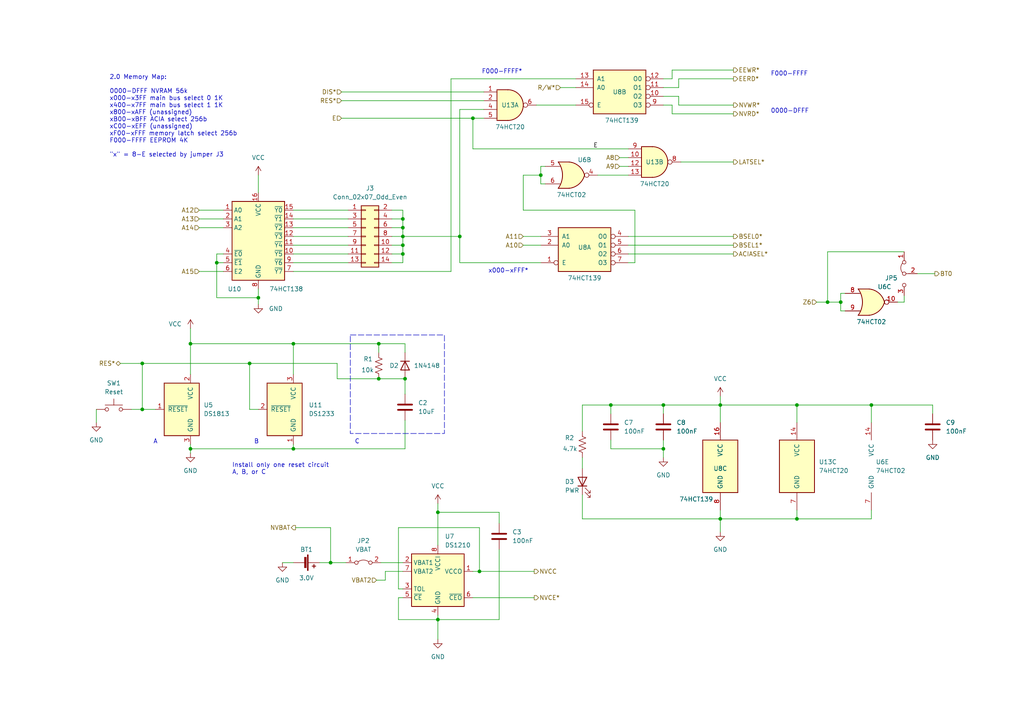
<source format=kicad_sch>
(kicad_sch
	(version 20231120)
	(generator "eeschema")
	(generator_version "8.0")
	(uuid "5e63ac82-bb62-4feb-8c42-4a1ca0a78ff7")
	(paper "A4")
	(title_block
		(title "Super Searle Tranter Board V2.1")
		(date "2023-10-05")
		(rev "1")
		(company "kw")
	)
	(lib_symbols
		(symbol "74xx:74HCT02"
			(pin_names
				(offset 1.016)
			)
			(exclude_from_sim no)
			(in_bom yes)
			(on_board yes)
			(property "Reference" "U"
				(at 0 1.27 0)
				(effects
					(font
						(size 1.27 1.27)
					)
				)
			)
			(property "Value" "74HCT02"
				(at 0 -1.27 0)
				(effects
					(font
						(size 1.27 1.27)
					)
				)
			)
			(property "Footprint" ""
				(at 0 0 0)
				(effects
					(font
						(size 1.27 1.27)
					)
					(hide yes)
				)
			)
			(property "Datasheet" "http://www.ti.com/lit/gpn/sn74hct02"
				(at 0 0 0)
				(effects
					(font
						(size 1.27 1.27)
					)
					(hide yes)
				)
			)
			(property "Description" "quad 2-input NOR gate"
				(at 0 0 0)
				(effects
					(font
						(size 1.27 1.27)
					)
					(hide yes)
				)
			)
			(property "ki_locked" ""
				(at 0 0 0)
				(effects
					(font
						(size 1.27 1.27)
					)
				)
			)
			(property "ki_keywords" "HCTMOS Nor2"
				(at 0 0 0)
				(effects
					(font
						(size 1.27 1.27)
					)
					(hide yes)
				)
			)
			(property "ki_fp_filters" "SO14* DIP*W7.62mm*"
				(at 0 0 0)
				(effects
					(font
						(size 1.27 1.27)
					)
					(hide yes)
				)
			)
			(symbol "74HCT02_1_1"
				(arc
					(start -3.81 -3.81)
					(mid -2.589 0)
					(end -3.81 3.81)
					(stroke
						(width 0.254)
						(type default)
					)
					(fill
						(type none)
					)
				)
				(arc
					(start -0.6096 -3.81)
					(mid 2.1842 -2.5851)
					(end 3.81 0)
					(stroke
						(width 0.254)
						(type default)
					)
					(fill
						(type background)
					)
				)
				(polyline
					(pts
						(xy -3.81 -3.81) (xy -0.635 -3.81)
					)
					(stroke
						(width 0.254)
						(type default)
					)
					(fill
						(type background)
					)
				)
				(polyline
					(pts
						(xy -3.81 3.81) (xy -0.635 3.81)
					)
					(stroke
						(width 0.254)
						(type default)
					)
					(fill
						(type background)
					)
				)
				(polyline
					(pts
						(xy -0.635 3.81) (xy -3.81 3.81) (xy -3.81 3.81) (xy -3.556 3.4036) (xy -3.0226 2.2606) (xy -2.6924 1.0414)
						(xy -2.6162 -0.254) (xy -2.7686 -1.4986) (xy -3.175 -2.7178) (xy -3.81 -3.81) (xy -3.81 -3.81)
						(xy -0.635 -3.81)
					)
					(stroke
						(width -25.4)
						(type default)
					)
					(fill
						(type background)
					)
				)
				(arc
					(start 3.81 0)
					(mid 2.1915 2.5936)
					(end -0.6096 3.81)
					(stroke
						(width 0.254)
						(type default)
					)
					(fill
						(type background)
					)
				)
				(pin output inverted
					(at 7.62 0 180)
					(length 3.81)
					(name "~"
						(effects
							(font
								(size 1.27 1.27)
							)
						)
					)
					(number "1"
						(effects
							(font
								(size 1.27 1.27)
							)
						)
					)
				)
				(pin input line
					(at -7.62 2.54 0)
					(length 4.318)
					(name "~"
						(effects
							(font
								(size 1.27 1.27)
							)
						)
					)
					(number "2"
						(effects
							(font
								(size 1.27 1.27)
							)
						)
					)
				)
				(pin input line
					(at -7.62 -2.54 0)
					(length 4.318)
					(name "~"
						(effects
							(font
								(size 1.27 1.27)
							)
						)
					)
					(number "3"
						(effects
							(font
								(size 1.27 1.27)
							)
						)
					)
				)
			)
			(symbol "74HCT02_1_2"
				(arc
					(start 0 -3.81)
					(mid 3.7934 0)
					(end 0 3.81)
					(stroke
						(width 0.254)
						(type default)
					)
					(fill
						(type background)
					)
				)
				(polyline
					(pts
						(xy 0 3.81) (xy -3.81 3.81) (xy -3.81 -3.81) (xy 0 -3.81)
					)
					(stroke
						(width 0.254)
						(type default)
					)
					(fill
						(type background)
					)
				)
				(pin output line
					(at 7.62 0 180)
					(length 3.81)
					(name "~"
						(effects
							(font
								(size 1.27 1.27)
							)
						)
					)
					(number "1"
						(effects
							(font
								(size 1.27 1.27)
							)
						)
					)
				)
				(pin input inverted
					(at -7.62 2.54 0)
					(length 3.81)
					(name "~"
						(effects
							(font
								(size 1.27 1.27)
							)
						)
					)
					(number "2"
						(effects
							(font
								(size 1.27 1.27)
							)
						)
					)
				)
				(pin input inverted
					(at -7.62 -2.54 0)
					(length 3.81)
					(name "~"
						(effects
							(font
								(size 1.27 1.27)
							)
						)
					)
					(number "3"
						(effects
							(font
								(size 1.27 1.27)
							)
						)
					)
				)
			)
			(symbol "74HCT02_2_1"
				(arc
					(start -3.81 -3.81)
					(mid -2.589 0)
					(end -3.81 3.81)
					(stroke
						(width 0.254)
						(type default)
					)
					(fill
						(type none)
					)
				)
				(arc
					(start -0.6096 -3.81)
					(mid 2.1842 -2.5851)
					(end 3.81 0)
					(stroke
						(width 0.254)
						(type default)
					)
					(fill
						(type background)
					)
				)
				(polyline
					(pts
						(xy -3.81 -3.81) (xy -0.635 -3.81)
					)
					(stroke
						(width 0.254)
						(type default)
					)
					(fill
						(type background)
					)
				)
				(polyline
					(pts
						(xy -3.81 3.81) (xy -0.635 3.81)
					)
					(stroke
						(width 0.254)
						(type default)
					)
					(fill
						(type background)
					)
				)
				(polyline
					(pts
						(xy -0.635 3.81) (xy -3.81 3.81) (xy -3.81 3.81) (xy -3.556 3.4036) (xy -3.0226 2.2606) (xy -2.6924 1.0414)
						(xy -2.6162 -0.254) (xy -2.7686 -1.4986) (xy -3.175 -2.7178) (xy -3.81 -3.81) (xy -3.81 -3.81)
						(xy -0.635 -3.81)
					)
					(stroke
						(width -25.4)
						(type default)
					)
					(fill
						(type background)
					)
				)
				(arc
					(start 3.81 0)
					(mid 2.1915 2.5936)
					(end -0.6096 3.81)
					(stroke
						(width 0.254)
						(type default)
					)
					(fill
						(type background)
					)
				)
				(pin output inverted
					(at 7.62 0 180)
					(length 3.81)
					(name "~"
						(effects
							(font
								(size 1.27 1.27)
							)
						)
					)
					(number "4"
						(effects
							(font
								(size 1.27 1.27)
							)
						)
					)
				)
				(pin input line
					(at -7.62 2.54 0)
					(length 4.318)
					(name "~"
						(effects
							(font
								(size 1.27 1.27)
							)
						)
					)
					(number "5"
						(effects
							(font
								(size 1.27 1.27)
							)
						)
					)
				)
				(pin input line
					(at -7.62 -2.54 0)
					(length 4.318)
					(name "~"
						(effects
							(font
								(size 1.27 1.27)
							)
						)
					)
					(number "6"
						(effects
							(font
								(size 1.27 1.27)
							)
						)
					)
				)
			)
			(symbol "74HCT02_2_2"
				(arc
					(start 0 -3.81)
					(mid 3.7934 0)
					(end 0 3.81)
					(stroke
						(width 0.254)
						(type default)
					)
					(fill
						(type background)
					)
				)
				(polyline
					(pts
						(xy 0 3.81) (xy -3.81 3.81) (xy -3.81 -3.81) (xy 0 -3.81)
					)
					(stroke
						(width 0.254)
						(type default)
					)
					(fill
						(type background)
					)
				)
				(pin output line
					(at 7.62 0 180)
					(length 3.81)
					(name "~"
						(effects
							(font
								(size 1.27 1.27)
							)
						)
					)
					(number "4"
						(effects
							(font
								(size 1.27 1.27)
							)
						)
					)
				)
				(pin input inverted
					(at -7.62 2.54 0)
					(length 3.81)
					(name "~"
						(effects
							(font
								(size 1.27 1.27)
							)
						)
					)
					(number "5"
						(effects
							(font
								(size 1.27 1.27)
							)
						)
					)
				)
				(pin input inverted
					(at -7.62 -2.54 0)
					(length 3.81)
					(name "~"
						(effects
							(font
								(size 1.27 1.27)
							)
						)
					)
					(number "6"
						(effects
							(font
								(size 1.27 1.27)
							)
						)
					)
				)
			)
			(symbol "74HCT02_3_1"
				(arc
					(start -3.81 -3.81)
					(mid -2.589 0)
					(end -3.81 3.81)
					(stroke
						(width 0.254)
						(type default)
					)
					(fill
						(type none)
					)
				)
				(arc
					(start -0.6096 -3.81)
					(mid 2.1842 -2.5851)
					(end 3.81 0)
					(stroke
						(width 0.254)
						(type default)
					)
					(fill
						(type background)
					)
				)
				(polyline
					(pts
						(xy -3.81 -3.81) (xy -0.635 -3.81)
					)
					(stroke
						(width 0.254)
						(type default)
					)
					(fill
						(type background)
					)
				)
				(polyline
					(pts
						(xy -3.81 3.81) (xy -0.635 3.81)
					)
					(stroke
						(width 0.254)
						(type default)
					)
					(fill
						(type background)
					)
				)
				(polyline
					(pts
						(xy -0.635 3.81) (xy -3.81 3.81) (xy -3.81 3.81) (xy -3.556 3.4036) (xy -3.0226 2.2606) (xy -2.6924 1.0414)
						(xy -2.6162 -0.254) (xy -2.7686 -1.4986) (xy -3.175 -2.7178) (xy -3.81 -3.81) (xy -3.81 -3.81)
						(xy -0.635 -3.81)
					)
					(stroke
						(width -25.4)
						(type default)
					)
					(fill
						(type background)
					)
				)
				(arc
					(start 3.81 0)
					(mid 2.1915 2.5936)
					(end -0.6096 3.81)
					(stroke
						(width 0.254)
						(type default)
					)
					(fill
						(type background)
					)
				)
				(pin output inverted
					(at 7.62 0 180)
					(length 3.81)
					(name "~"
						(effects
							(font
								(size 1.27 1.27)
							)
						)
					)
					(number "10"
						(effects
							(font
								(size 1.27 1.27)
							)
						)
					)
				)
				(pin input line
					(at -7.62 2.54 0)
					(length 4.318)
					(name "~"
						(effects
							(font
								(size 1.27 1.27)
							)
						)
					)
					(number "8"
						(effects
							(font
								(size 1.27 1.27)
							)
						)
					)
				)
				(pin input line
					(at -7.62 -2.54 0)
					(length 4.318)
					(name "~"
						(effects
							(font
								(size 1.27 1.27)
							)
						)
					)
					(number "9"
						(effects
							(font
								(size 1.27 1.27)
							)
						)
					)
				)
			)
			(symbol "74HCT02_3_2"
				(arc
					(start 0 -3.81)
					(mid 3.7934 0)
					(end 0 3.81)
					(stroke
						(width 0.254)
						(type default)
					)
					(fill
						(type background)
					)
				)
				(polyline
					(pts
						(xy 0 3.81) (xy -3.81 3.81) (xy -3.81 -3.81) (xy 0 -3.81)
					)
					(stroke
						(width 0.254)
						(type default)
					)
					(fill
						(type background)
					)
				)
				(pin output line
					(at 7.62 0 180)
					(length 3.81)
					(name "~"
						(effects
							(font
								(size 1.27 1.27)
							)
						)
					)
					(number "10"
						(effects
							(font
								(size 1.27 1.27)
							)
						)
					)
				)
				(pin input inverted
					(at -7.62 2.54 0)
					(length 3.81)
					(name "~"
						(effects
							(font
								(size 1.27 1.27)
							)
						)
					)
					(number "8"
						(effects
							(font
								(size 1.27 1.27)
							)
						)
					)
				)
				(pin input inverted
					(at -7.62 -2.54 0)
					(length 3.81)
					(name "~"
						(effects
							(font
								(size 1.27 1.27)
							)
						)
					)
					(number "9"
						(effects
							(font
								(size 1.27 1.27)
							)
						)
					)
				)
			)
			(symbol "74HCT02_4_1"
				(arc
					(start -3.81 -3.81)
					(mid -2.589 0)
					(end -3.81 3.81)
					(stroke
						(width 0.254)
						(type default)
					)
					(fill
						(type none)
					)
				)
				(arc
					(start -0.6096 -3.81)
					(mid 2.1842 -2.5851)
					(end 3.81 0)
					(stroke
						(width 0.254)
						(type default)
					)
					(fill
						(type background)
					)
				)
				(polyline
					(pts
						(xy -3.81 -3.81) (xy -0.635 -3.81)
					)
					(stroke
						(width 0.254)
						(type default)
					)
					(fill
						(type background)
					)
				)
				(polyline
					(pts
						(xy -3.81 3.81) (xy -0.635 3.81)
					)
					(stroke
						(width 0.254)
						(type default)
					)
					(fill
						(type background)
					)
				)
				(polyline
					(pts
						(xy -0.635 3.81) (xy -3.81 3.81) (xy -3.81 3.81) (xy -3.556 3.4036) (xy -3.0226 2.2606) (xy -2.6924 1.0414)
						(xy -2.6162 -0.254) (xy -2.7686 -1.4986) (xy -3.175 -2.7178) (xy -3.81 -3.81) (xy -3.81 -3.81)
						(xy -0.635 -3.81)
					)
					(stroke
						(width -25.4)
						(type default)
					)
					(fill
						(type background)
					)
				)
				(arc
					(start 3.81 0)
					(mid 2.1915 2.5936)
					(end -0.6096 3.81)
					(stroke
						(width 0.254)
						(type default)
					)
					(fill
						(type background)
					)
				)
				(pin input line
					(at -7.62 2.54 0)
					(length 4.318)
					(name "~"
						(effects
							(font
								(size 1.27 1.27)
							)
						)
					)
					(number "11"
						(effects
							(font
								(size 1.27 1.27)
							)
						)
					)
				)
				(pin input line
					(at -7.62 -2.54 0)
					(length 4.318)
					(name "~"
						(effects
							(font
								(size 1.27 1.27)
							)
						)
					)
					(number "12"
						(effects
							(font
								(size 1.27 1.27)
							)
						)
					)
				)
				(pin output inverted
					(at 7.62 0 180)
					(length 3.81)
					(name "~"
						(effects
							(font
								(size 1.27 1.27)
							)
						)
					)
					(number "13"
						(effects
							(font
								(size 1.27 1.27)
							)
						)
					)
				)
			)
			(symbol "74HCT02_4_2"
				(arc
					(start 0 -3.81)
					(mid 3.7934 0)
					(end 0 3.81)
					(stroke
						(width 0.254)
						(type default)
					)
					(fill
						(type background)
					)
				)
				(polyline
					(pts
						(xy 0 3.81) (xy -3.81 3.81) (xy -3.81 -3.81) (xy 0 -3.81)
					)
					(stroke
						(width 0.254)
						(type default)
					)
					(fill
						(type background)
					)
				)
				(pin input inverted
					(at -7.62 2.54 0)
					(length 3.81)
					(name "~"
						(effects
							(font
								(size 1.27 1.27)
							)
						)
					)
					(number "11"
						(effects
							(font
								(size 1.27 1.27)
							)
						)
					)
				)
				(pin input inverted
					(at -7.62 -2.54 0)
					(length 3.81)
					(name "~"
						(effects
							(font
								(size 1.27 1.27)
							)
						)
					)
					(number "12"
						(effects
							(font
								(size 1.27 1.27)
							)
						)
					)
				)
				(pin output line
					(at 7.62 0 180)
					(length 3.81)
					(name "~"
						(effects
							(font
								(size 1.27 1.27)
							)
						)
					)
					(number "13"
						(effects
							(font
								(size 1.27 1.27)
							)
						)
					)
				)
			)
			(symbol "74HCT02_5_0"
				(pin power_in line
					(at 0 12.7 270)
					(length 5.08)
					(name "VCC"
						(effects
							(font
								(size 1.27 1.27)
							)
						)
					)
					(number "14"
						(effects
							(font
								(size 1.27 1.27)
							)
						)
					)
				)
				(pin power_in line
					(at 0 -12.7 90)
					(length 5.08)
					(name "GND"
						(effects
							(font
								(size 1.27 1.27)
							)
						)
					)
					(number "7"
						(effects
							(font
								(size 1.27 1.27)
							)
						)
					)
				)
			)
			(symbol "74HCT02_5_1"
				(rectangle
					(start -5.08 7.62)
					(end 5.08 -7.62)
					(stroke
						(width 0.254)
						(type default)
					)
					(fill
						(type background)
					)
				)
			)
		)
		(symbol "74xx:74HCT138"
			(exclude_from_sim no)
			(in_bom yes)
			(on_board yes)
			(property "Reference" "U"
				(at -7.62 13.97 0)
				(effects
					(font
						(size 1.27 1.27)
					)
					(justify left bottom)
				)
			)
			(property "Value" "74HCT138"
				(at 2.54 -11.43 0)
				(effects
					(font
						(size 1.27 1.27)
					)
					(justify left top)
				)
			)
			(property "Footprint" ""
				(at 0 0 0)
				(effects
					(font
						(size 1.27 1.27)
					)
					(hide yes)
				)
			)
			(property "Datasheet" "http://www.ti.com/lit/ds/symlink/cd74hc238.pdf"
				(at 0 0 0)
				(effects
					(font
						(size 1.27 1.27)
					)
					(hide yes)
				)
			)
			(property "Description" "3-to-8 line decoder/multiplexer inverting, DIP-16/SOIC-16/SSOP-16"
				(at 0 0 0)
				(effects
					(font
						(size 1.27 1.27)
					)
					(hide yes)
				)
			)
			(property "ki_keywords" "demux"
				(at 0 0 0)
				(effects
					(font
						(size 1.27 1.27)
					)
					(hide yes)
				)
			)
			(property "ki_fp_filters" "DIP*W7.62mm* SOIC*3.9x9.9mm*P1.27mm* SSOP*5.3x6.2mm*P0.65mm*"
				(at 0 0 0)
				(effects
					(font
						(size 1.27 1.27)
					)
					(hide yes)
				)
			)
			(symbol "74HCT138_0_1"
				(rectangle
					(start -7.62 12.7)
					(end 7.62 -10.16)
					(stroke
						(width 0.254)
						(type default)
					)
					(fill
						(type background)
					)
				)
			)
			(symbol "74HCT138_1_1"
				(pin input line
					(at -10.16 10.16 0)
					(length 2.54)
					(name "A0"
						(effects
							(font
								(size 1.27 1.27)
							)
						)
					)
					(number "1"
						(effects
							(font
								(size 1.27 1.27)
							)
						)
					)
				)
				(pin output line
					(at 10.16 -2.54 180)
					(length 2.54)
					(name "~{Y5}"
						(effects
							(font
								(size 1.27 1.27)
							)
						)
					)
					(number "10"
						(effects
							(font
								(size 1.27 1.27)
							)
						)
					)
				)
				(pin output line
					(at 10.16 0 180)
					(length 2.54)
					(name "~{Y4}"
						(effects
							(font
								(size 1.27 1.27)
							)
						)
					)
					(number "11"
						(effects
							(font
								(size 1.27 1.27)
							)
						)
					)
				)
				(pin output line
					(at 10.16 2.54 180)
					(length 2.54)
					(name "~{Y3}"
						(effects
							(font
								(size 1.27 1.27)
							)
						)
					)
					(number "12"
						(effects
							(font
								(size 1.27 1.27)
							)
						)
					)
				)
				(pin output line
					(at 10.16 5.08 180)
					(length 2.54)
					(name "~{Y2}"
						(effects
							(font
								(size 1.27 1.27)
							)
						)
					)
					(number "13"
						(effects
							(font
								(size 1.27 1.27)
							)
						)
					)
				)
				(pin output line
					(at 10.16 7.62 180)
					(length 2.54)
					(name "~{Y1}"
						(effects
							(font
								(size 1.27 1.27)
							)
						)
					)
					(number "14"
						(effects
							(font
								(size 1.27 1.27)
							)
						)
					)
				)
				(pin output line
					(at 10.16 10.16 180)
					(length 2.54)
					(name "~{Y0}"
						(effects
							(font
								(size 1.27 1.27)
							)
						)
					)
					(number "15"
						(effects
							(font
								(size 1.27 1.27)
							)
						)
					)
				)
				(pin power_in line
					(at 0 15.24 270)
					(length 2.54)
					(name "VCC"
						(effects
							(font
								(size 1.27 1.27)
							)
						)
					)
					(number "16"
						(effects
							(font
								(size 1.27 1.27)
							)
						)
					)
				)
				(pin input line
					(at -10.16 7.62 0)
					(length 2.54)
					(name "A1"
						(effects
							(font
								(size 1.27 1.27)
							)
						)
					)
					(number "2"
						(effects
							(font
								(size 1.27 1.27)
							)
						)
					)
				)
				(pin input line
					(at -10.16 5.08 0)
					(length 2.54)
					(name "A2"
						(effects
							(font
								(size 1.27 1.27)
							)
						)
					)
					(number "3"
						(effects
							(font
								(size 1.27 1.27)
							)
						)
					)
				)
				(pin input line
					(at -10.16 -2.54 0)
					(length 2.54)
					(name "~{E0}"
						(effects
							(font
								(size 1.27 1.27)
							)
						)
					)
					(number "4"
						(effects
							(font
								(size 1.27 1.27)
							)
						)
					)
				)
				(pin input line
					(at -10.16 -5.08 0)
					(length 2.54)
					(name "~{E1}"
						(effects
							(font
								(size 1.27 1.27)
							)
						)
					)
					(number "5"
						(effects
							(font
								(size 1.27 1.27)
							)
						)
					)
				)
				(pin input line
					(at -10.16 -7.62 0)
					(length 2.54)
					(name "E2"
						(effects
							(font
								(size 1.27 1.27)
							)
						)
					)
					(number "6"
						(effects
							(font
								(size 1.27 1.27)
							)
						)
					)
				)
				(pin output line
					(at 10.16 -7.62 180)
					(length 2.54)
					(name "~{Y7}"
						(effects
							(font
								(size 1.27 1.27)
							)
						)
					)
					(number "7"
						(effects
							(font
								(size 1.27 1.27)
							)
						)
					)
				)
				(pin power_in line
					(at 0 -12.7 90)
					(length 2.54)
					(name "GND"
						(effects
							(font
								(size 1.27 1.27)
							)
						)
					)
					(number "8"
						(effects
							(font
								(size 1.27 1.27)
							)
						)
					)
				)
				(pin output line
					(at 10.16 -5.08 180)
					(length 2.54)
					(name "~{Y6}"
						(effects
							(font
								(size 1.27 1.27)
							)
						)
					)
					(number "9"
						(effects
							(font
								(size 1.27 1.27)
							)
						)
					)
				)
			)
		)
		(symbol "74xx:74LS139"
			(pin_names
				(offset 1.016)
			)
			(exclude_from_sim no)
			(in_bom yes)
			(on_board yes)
			(property "Reference" "U"
				(at -7.62 8.89 0)
				(effects
					(font
						(size 1.27 1.27)
					)
				)
			)
			(property "Value" "74LS139"
				(at -7.62 -8.89 0)
				(effects
					(font
						(size 1.27 1.27)
					)
				)
			)
			(property "Footprint" ""
				(at 0 0 0)
				(effects
					(font
						(size 1.27 1.27)
					)
					(hide yes)
				)
			)
			(property "Datasheet" "http://www.ti.com/lit/ds/symlink/sn74ls139a.pdf"
				(at 0 0 0)
				(effects
					(font
						(size 1.27 1.27)
					)
					(hide yes)
				)
			)
			(property "Description" "Dual Decoder 1 of 4, Active low outputs"
				(at 0 0 0)
				(effects
					(font
						(size 1.27 1.27)
					)
					(hide yes)
				)
			)
			(property "ki_locked" ""
				(at 0 0 0)
				(effects
					(font
						(size 1.27 1.27)
					)
				)
			)
			(property "ki_keywords" "TTL DECOD4"
				(at 0 0 0)
				(effects
					(font
						(size 1.27 1.27)
					)
					(hide yes)
				)
			)
			(property "ki_fp_filters" "DIP?16*"
				(at 0 0 0)
				(effects
					(font
						(size 1.27 1.27)
					)
					(hide yes)
				)
			)
			(symbol "74LS139_1_0"
				(pin input inverted
					(at -12.7 -5.08 0)
					(length 5.08)
					(name "E"
						(effects
							(font
								(size 1.27 1.27)
							)
						)
					)
					(number "1"
						(effects
							(font
								(size 1.27 1.27)
							)
						)
					)
				)
				(pin input line
					(at -12.7 0 0)
					(length 5.08)
					(name "A0"
						(effects
							(font
								(size 1.27 1.27)
							)
						)
					)
					(number "2"
						(effects
							(font
								(size 1.27 1.27)
							)
						)
					)
				)
				(pin input line
					(at -12.7 2.54 0)
					(length 5.08)
					(name "A1"
						(effects
							(font
								(size 1.27 1.27)
							)
						)
					)
					(number "3"
						(effects
							(font
								(size 1.27 1.27)
							)
						)
					)
				)
				(pin output inverted
					(at 12.7 2.54 180)
					(length 5.08)
					(name "O0"
						(effects
							(font
								(size 1.27 1.27)
							)
						)
					)
					(number "4"
						(effects
							(font
								(size 1.27 1.27)
							)
						)
					)
				)
				(pin output inverted
					(at 12.7 0 180)
					(length 5.08)
					(name "O1"
						(effects
							(font
								(size 1.27 1.27)
							)
						)
					)
					(number "5"
						(effects
							(font
								(size 1.27 1.27)
							)
						)
					)
				)
				(pin output inverted
					(at 12.7 -2.54 180)
					(length 5.08)
					(name "O2"
						(effects
							(font
								(size 1.27 1.27)
							)
						)
					)
					(number "6"
						(effects
							(font
								(size 1.27 1.27)
							)
						)
					)
				)
				(pin output inverted
					(at 12.7 -5.08 180)
					(length 5.08)
					(name "O3"
						(effects
							(font
								(size 1.27 1.27)
							)
						)
					)
					(number "7"
						(effects
							(font
								(size 1.27 1.27)
							)
						)
					)
				)
			)
			(symbol "74LS139_1_1"
				(rectangle
					(start -7.62 5.08)
					(end 7.62 -7.62)
					(stroke
						(width 0.254)
						(type default)
					)
					(fill
						(type background)
					)
				)
			)
			(symbol "74LS139_2_0"
				(pin output inverted
					(at 12.7 -2.54 180)
					(length 5.08)
					(name "O2"
						(effects
							(font
								(size 1.27 1.27)
							)
						)
					)
					(number "10"
						(effects
							(font
								(size 1.27 1.27)
							)
						)
					)
				)
				(pin output inverted
					(at 12.7 0 180)
					(length 5.08)
					(name "O1"
						(effects
							(font
								(size 1.27 1.27)
							)
						)
					)
					(number "11"
						(effects
							(font
								(size 1.27 1.27)
							)
						)
					)
				)
				(pin output inverted
					(at 12.7 2.54 180)
					(length 5.08)
					(name "O0"
						(effects
							(font
								(size 1.27 1.27)
							)
						)
					)
					(number "12"
						(effects
							(font
								(size 1.27 1.27)
							)
						)
					)
				)
				(pin input line
					(at -12.7 2.54 0)
					(length 5.08)
					(name "A1"
						(effects
							(font
								(size 1.27 1.27)
							)
						)
					)
					(number "13"
						(effects
							(font
								(size 1.27 1.27)
							)
						)
					)
				)
				(pin input line
					(at -12.7 0 0)
					(length 5.08)
					(name "A0"
						(effects
							(font
								(size 1.27 1.27)
							)
						)
					)
					(number "14"
						(effects
							(font
								(size 1.27 1.27)
							)
						)
					)
				)
				(pin input inverted
					(at -12.7 -5.08 0)
					(length 5.08)
					(name "E"
						(effects
							(font
								(size 1.27 1.27)
							)
						)
					)
					(number "15"
						(effects
							(font
								(size 1.27 1.27)
							)
						)
					)
				)
				(pin output inverted
					(at 12.7 -5.08 180)
					(length 5.08)
					(name "O3"
						(effects
							(font
								(size 1.27 1.27)
							)
						)
					)
					(number "9"
						(effects
							(font
								(size 1.27 1.27)
							)
						)
					)
				)
			)
			(symbol "74LS139_2_1"
				(rectangle
					(start -7.62 5.08)
					(end 7.62 -7.62)
					(stroke
						(width 0.254)
						(type default)
					)
					(fill
						(type background)
					)
				)
			)
			(symbol "74LS139_3_0"
				(pin power_in line
					(at 0 12.7 270)
					(length 5.08)
					(name "VCC"
						(effects
							(font
								(size 1.27 1.27)
							)
						)
					)
					(number "16"
						(effects
							(font
								(size 1.27 1.27)
							)
						)
					)
				)
				(pin power_in line
					(at 0 -12.7 90)
					(length 5.08)
					(name "GND"
						(effects
							(font
								(size 1.27 1.27)
							)
						)
					)
					(number "8"
						(effects
							(font
								(size 1.27 1.27)
							)
						)
					)
				)
			)
			(symbol "74LS139_3_1"
				(rectangle
					(start -5.08 7.62)
					(end 5.08 -7.62)
					(stroke
						(width 0.254)
						(type default)
					)
					(fill
						(type background)
					)
				)
			)
		)
		(symbol "74xx:74LS20"
			(pin_names
				(offset 1.016)
			)
			(exclude_from_sim no)
			(in_bom yes)
			(on_board yes)
			(property "Reference" "U"
				(at 0 1.27 0)
				(effects
					(font
						(size 1.27 1.27)
					)
				)
			)
			(property "Value" "74LS20"
				(at 0 -1.27 0)
				(effects
					(font
						(size 1.27 1.27)
					)
				)
			)
			(property "Footprint" ""
				(at 0 0 0)
				(effects
					(font
						(size 1.27 1.27)
					)
					(hide yes)
				)
			)
			(property "Datasheet" "http://www.ti.com/lit/gpn/sn74LS20"
				(at 0 0 0)
				(effects
					(font
						(size 1.27 1.27)
					)
					(hide yes)
				)
			)
			(property "Description" "Dual 4-input NAND"
				(at 0 0 0)
				(effects
					(font
						(size 1.27 1.27)
					)
					(hide yes)
				)
			)
			(property "ki_locked" ""
				(at 0 0 0)
				(effects
					(font
						(size 1.27 1.27)
					)
				)
			)
			(property "ki_keywords" "TTL Nand4"
				(at 0 0 0)
				(effects
					(font
						(size 1.27 1.27)
					)
					(hide yes)
				)
			)
			(property "ki_fp_filters" "DIP?12*"
				(at 0 0 0)
				(effects
					(font
						(size 1.27 1.27)
					)
					(hide yes)
				)
			)
			(symbol "74LS20_1_1"
				(arc
					(start -0.635 -4.445)
					(mid 3.7907 0)
					(end -0.635 4.445)
					(stroke
						(width 0.254)
						(type default)
					)
					(fill
						(type background)
					)
				)
				(polyline
					(pts
						(xy -0.635 4.445) (xy -3.81 4.445) (xy -3.81 -4.445) (xy -0.635 -4.445)
					)
					(stroke
						(width 0.254)
						(type default)
					)
					(fill
						(type background)
					)
				)
				(pin input line
					(at -7.62 3.81 0)
					(length 3.81)
					(name "~"
						(effects
							(font
								(size 1.27 1.27)
							)
						)
					)
					(number "1"
						(effects
							(font
								(size 1.27 1.27)
							)
						)
					)
				)
				(pin input line
					(at -7.62 1.27 0)
					(length 3.81)
					(name "~"
						(effects
							(font
								(size 1.27 1.27)
							)
						)
					)
					(number "2"
						(effects
							(font
								(size 1.27 1.27)
							)
						)
					)
				)
				(pin input line
					(at -7.62 -1.27 0)
					(length 3.81)
					(name "~"
						(effects
							(font
								(size 1.27 1.27)
							)
						)
					)
					(number "4"
						(effects
							(font
								(size 1.27 1.27)
							)
						)
					)
				)
				(pin input line
					(at -7.62 -3.81 0)
					(length 3.81)
					(name "~"
						(effects
							(font
								(size 1.27 1.27)
							)
						)
					)
					(number "5"
						(effects
							(font
								(size 1.27 1.27)
							)
						)
					)
				)
				(pin output inverted
					(at 7.62 0 180)
					(length 3.81)
					(name "~"
						(effects
							(font
								(size 1.27 1.27)
							)
						)
					)
					(number "6"
						(effects
							(font
								(size 1.27 1.27)
							)
						)
					)
				)
			)
			(symbol "74LS20_1_2"
				(arc
					(start -3.81 -4.445)
					(mid -2.5908 0)
					(end -3.81 4.445)
					(stroke
						(width 0.254)
						(type default)
					)
					(fill
						(type none)
					)
				)
				(arc
					(start -0.6096 -4.445)
					(mid 2.2246 -2.8422)
					(end 3.81 0)
					(stroke
						(width 0.254)
						(type default)
					)
					(fill
						(type background)
					)
				)
				(polyline
					(pts
						(xy -3.81 -4.445) (xy -0.635 -4.445)
					)
					(stroke
						(width 0.254)
						(type default)
					)
					(fill
						(type background)
					)
				)
				(polyline
					(pts
						(xy -3.81 4.445) (xy -0.635 4.445)
					)
					(stroke
						(width 0.254)
						(type default)
					)
					(fill
						(type background)
					)
				)
				(polyline
					(pts
						(xy -0.635 4.445) (xy -3.81 4.445) (xy -3.81 4.445) (xy -3.6322 4.0894) (xy -3.0988 2.921) (xy -2.7686 1.6764)
						(xy -2.6162 0.4318) (xy -2.6416 -0.8636) (xy -2.8702 -2.1082) (xy -3.2512 -3.3274) (xy -3.81 -4.445)
						(xy -3.81 -4.445) (xy -0.635 -4.445)
					)
					(stroke
						(width -25.4)
						(type default)
					)
					(fill
						(type background)
					)
				)
				(arc
					(start 3.81 0)
					(mid 2.2204 2.8379)
					(end -0.6096 4.445)
					(stroke
						(width 0.254)
						(type default)
					)
					(fill
						(type background)
					)
				)
				(pin input inverted
					(at -7.62 3.81 0)
					(length 3.81)
					(name "~"
						(effects
							(font
								(size 1.27 1.27)
							)
						)
					)
					(number "1"
						(effects
							(font
								(size 1.27 1.27)
							)
						)
					)
				)
				(pin input inverted
					(at -7.62 1.27 0)
					(length 4.826)
					(name "~"
						(effects
							(font
								(size 1.27 1.27)
							)
						)
					)
					(number "2"
						(effects
							(font
								(size 1.27 1.27)
							)
						)
					)
				)
				(pin input inverted
					(at -7.62 -1.27 0)
					(length 4.826)
					(name "~"
						(effects
							(font
								(size 1.27 1.27)
							)
						)
					)
					(number "4"
						(effects
							(font
								(size 1.27 1.27)
							)
						)
					)
				)
				(pin input inverted
					(at -7.62 -3.81 0)
					(length 3.81)
					(name "~"
						(effects
							(font
								(size 1.27 1.27)
							)
						)
					)
					(number "5"
						(effects
							(font
								(size 1.27 1.27)
							)
						)
					)
				)
				(pin output line
					(at 7.62 0 180)
					(length 3.81)
					(name "~"
						(effects
							(font
								(size 1.27 1.27)
							)
						)
					)
					(number "6"
						(effects
							(font
								(size 1.27 1.27)
							)
						)
					)
				)
			)
			(symbol "74LS20_2_1"
				(arc
					(start -0.635 -4.445)
					(mid 3.7907 0)
					(end -0.635 4.445)
					(stroke
						(width 0.254)
						(type default)
					)
					(fill
						(type background)
					)
				)
				(polyline
					(pts
						(xy -0.635 4.445) (xy -3.81 4.445) (xy -3.81 -4.445) (xy -0.635 -4.445)
					)
					(stroke
						(width 0.254)
						(type default)
					)
					(fill
						(type background)
					)
				)
				(pin input line
					(at -7.62 1.27 0)
					(length 3.81)
					(name "~"
						(effects
							(font
								(size 1.27 1.27)
							)
						)
					)
					(number "10"
						(effects
							(font
								(size 1.27 1.27)
							)
						)
					)
				)
				(pin input line
					(at -7.62 -1.27 0)
					(length 3.81)
					(name "~"
						(effects
							(font
								(size 1.27 1.27)
							)
						)
					)
					(number "12"
						(effects
							(font
								(size 1.27 1.27)
							)
						)
					)
				)
				(pin input line
					(at -7.62 -3.81 0)
					(length 3.81)
					(name "~"
						(effects
							(font
								(size 1.27 1.27)
							)
						)
					)
					(number "13"
						(effects
							(font
								(size 1.27 1.27)
							)
						)
					)
				)
				(pin output inverted
					(at 7.62 0 180)
					(length 3.81)
					(name "~"
						(effects
							(font
								(size 1.27 1.27)
							)
						)
					)
					(number "8"
						(effects
							(font
								(size 1.27 1.27)
							)
						)
					)
				)
				(pin input line
					(at -7.62 3.81 0)
					(length 3.81)
					(name "~"
						(effects
							(font
								(size 1.27 1.27)
							)
						)
					)
					(number "9"
						(effects
							(font
								(size 1.27 1.27)
							)
						)
					)
				)
			)
			(symbol "74LS20_2_2"
				(arc
					(start -3.81 -4.445)
					(mid -2.5908 0)
					(end -3.81 4.445)
					(stroke
						(width 0.254)
						(type default)
					)
					(fill
						(type none)
					)
				)
				(arc
					(start -0.6096 -4.445)
					(mid 2.2246 -2.8422)
					(end 3.81 0)
					(stroke
						(width 0.254)
						(type default)
					)
					(fill
						(type background)
					)
				)
				(polyline
					(pts
						(xy -3.81 -4.445) (xy -0.635 -4.445)
					)
					(stroke
						(width 0.254)
						(type default)
					)
					(fill
						(type background)
					)
				)
				(polyline
					(pts
						(xy -3.81 4.445) (xy -0.635 4.445)
					)
					(stroke
						(width 0.254)
						(type default)
					)
					(fill
						(type background)
					)
				)
				(polyline
					(pts
						(xy -0.635 4.445) (xy -3.81 4.445) (xy -3.81 4.445) (xy -3.6322 4.0894) (xy -3.0988 2.921) (xy -2.7686 1.6764)
						(xy -2.6162 0.4318) (xy -2.6416 -0.8636) (xy -2.8702 -2.1082) (xy -3.2512 -3.3274) (xy -3.81 -4.445)
						(xy -3.81 -4.445) (xy -0.635 -4.445)
					)
					(stroke
						(width -25.4)
						(type default)
					)
					(fill
						(type background)
					)
				)
				(arc
					(start 3.81 0)
					(mid 2.2204 2.8379)
					(end -0.6096 4.445)
					(stroke
						(width 0.254)
						(type default)
					)
					(fill
						(type background)
					)
				)
				(pin input inverted
					(at -7.62 1.27 0)
					(length 4.826)
					(name "~"
						(effects
							(font
								(size 1.27 1.27)
							)
						)
					)
					(number "10"
						(effects
							(font
								(size 1.27 1.27)
							)
						)
					)
				)
				(pin input inverted
					(at -7.62 -1.27 0)
					(length 4.826)
					(name "~"
						(effects
							(font
								(size 1.27 1.27)
							)
						)
					)
					(number "12"
						(effects
							(font
								(size 1.27 1.27)
							)
						)
					)
				)
				(pin input inverted
					(at -7.62 -3.81 0)
					(length 3.81)
					(name "~"
						(effects
							(font
								(size 1.27 1.27)
							)
						)
					)
					(number "13"
						(effects
							(font
								(size 1.27 1.27)
							)
						)
					)
				)
				(pin output line
					(at 7.62 0 180)
					(length 3.81)
					(name "~"
						(effects
							(font
								(size 1.27 1.27)
							)
						)
					)
					(number "8"
						(effects
							(font
								(size 1.27 1.27)
							)
						)
					)
				)
				(pin input inverted
					(at -7.62 3.81 0)
					(length 3.81)
					(name "~"
						(effects
							(font
								(size 1.27 1.27)
							)
						)
					)
					(number "9"
						(effects
							(font
								(size 1.27 1.27)
							)
						)
					)
				)
			)
			(symbol "74LS20_3_0"
				(pin power_in line
					(at 0 12.7 270)
					(length 5.08)
					(name "VCC"
						(effects
							(font
								(size 1.27 1.27)
							)
						)
					)
					(number "14"
						(effects
							(font
								(size 1.27 1.27)
							)
						)
					)
				)
				(pin power_in line
					(at 0 -12.7 90)
					(length 5.08)
					(name "GND"
						(effects
							(font
								(size 1.27 1.27)
							)
						)
					)
					(number "7"
						(effects
							(font
								(size 1.27 1.27)
							)
						)
					)
				)
			)
			(symbol "74LS20_3_1"
				(rectangle
					(start -5.08 7.62)
					(end 5.08 -7.62)
					(stroke
						(width 0.254)
						(type default)
					)
					(fill
						(type background)
					)
				)
			)
		)
		(symbol "Connector_Generic:Conn_02x07_Odd_Even"
			(pin_names
				(offset 1.016) hide)
			(exclude_from_sim no)
			(in_bom yes)
			(on_board yes)
			(property "Reference" "J"
				(at 1.27 10.16 0)
				(effects
					(font
						(size 1.27 1.27)
					)
				)
			)
			(property "Value" "Conn_02x07_Odd_Even"
				(at 1.27 -10.16 0)
				(effects
					(font
						(size 1.27 1.27)
					)
				)
			)
			(property "Footprint" ""
				(at 0 0 0)
				(effects
					(font
						(size 1.27 1.27)
					)
					(hide yes)
				)
			)
			(property "Datasheet" "~"
				(at 0 0 0)
				(effects
					(font
						(size 1.27 1.27)
					)
					(hide yes)
				)
			)
			(property "Description" "Generic connector, double row, 02x07, odd/even pin numbering scheme (row 1 odd numbers, row 2 even numbers), script generated (kicad-library-utils/schlib/autogen/connector/)"
				(at 0 0 0)
				(effects
					(font
						(size 1.27 1.27)
					)
					(hide yes)
				)
			)
			(property "ki_keywords" "connector"
				(at 0 0 0)
				(effects
					(font
						(size 1.27 1.27)
					)
					(hide yes)
				)
			)
			(property "ki_fp_filters" "Connector*:*_2x??_*"
				(at 0 0 0)
				(effects
					(font
						(size 1.27 1.27)
					)
					(hide yes)
				)
			)
			(symbol "Conn_02x07_Odd_Even_1_1"
				(rectangle
					(start -1.27 -7.493)
					(end 0 -7.747)
					(stroke
						(width 0.1524)
						(type default)
					)
					(fill
						(type none)
					)
				)
				(rectangle
					(start -1.27 -4.953)
					(end 0 -5.207)
					(stroke
						(width 0.1524)
						(type default)
					)
					(fill
						(type none)
					)
				)
				(rectangle
					(start -1.27 -2.413)
					(end 0 -2.667)
					(stroke
						(width 0.1524)
						(type default)
					)
					(fill
						(type none)
					)
				)
				(rectangle
					(start -1.27 0.127)
					(end 0 -0.127)
					(stroke
						(width 0.1524)
						(type default)
					)
					(fill
						(type none)
					)
				)
				(rectangle
					(start -1.27 2.667)
					(end 0 2.413)
					(stroke
						(width 0.1524)
						(type default)
					)
					(fill
						(type none)
					)
				)
				(rectangle
					(start -1.27 5.207)
					(end 0 4.953)
					(stroke
						(width 0.1524)
						(type default)
					)
					(fill
						(type none)
					)
				)
				(rectangle
					(start -1.27 7.747)
					(end 0 7.493)
					(stroke
						(width 0.1524)
						(type default)
					)
					(fill
						(type none)
					)
				)
				(rectangle
					(start -1.27 8.89)
					(end 3.81 -8.89)
					(stroke
						(width 0.254)
						(type default)
					)
					(fill
						(type background)
					)
				)
				(rectangle
					(start 3.81 -7.493)
					(end 2.54 -7.747)
					(stroke
						(width 0.1524)
						(type default)
					)
					(fill
						(type none)
					)
				)
				(rectangle
					(start 3.81 -4.953)
					(end 2.54 -5.207)
					(stroke
						(width 0.1524)
						(type default)
					)
					(fill
						(type none)
					)
				)
				(rectangle
					(start 3.81 -2.413)
					(end 2.54 -2.667)
					(stroke
						(width 0.1524)
						(type default)
					)
					(fill
						(type none)
					)
				)
				(rectangle
					(start 3.81 0.127)
					(end 2.54 -0.127)
					(stroke
						(width 0.1524)
						(type default)
					)
					(fill
						(type none)
					)
				)
				(rectangle
					(start 3.81 2.667)
					(end 2.54 2.413)
					(stroke
						(width 0.1524)
						(type default)
					)
					(fill
						(type none)
					)
				)
				(rectangle
					(start 3.81 5.207)
					(end 2.54 4.953)
					(stroke
						(width 0.1524)
						(type default)
					)
					(fill
						(type none)
					)
				)
				(rectangle
					(start 3.81 7.747)
					(end 2.54 7.493)
					(stroke
						(width 0.1524)
						(type default)
					)
					(fill
						(type none)
					)
				)
				(pin passive line
					(at -5.08 7.62 0)
					(length 3.81)
					(name "Pin_1"
						(effects
							(font
								(size 1.27 1.27)
							)
						)
					)
					(number "1"
						(effects
							(font
								(size 1.27 1.27)
							)
						)
					)
				)
				(pin passive line
					(at 7.62 -2.54 180)
					(length 3.81)
					(name "Pin_10"
						(effects
							(font
								(size 1.27 1.27)
							)
						)
					)
					(number "10"
						(effects
							(font
								(size 1.27 1.27)
							)
						)
					)
				)
				(pin passive line
					(at -5.08 -5.08 0)
					(length 3.81)
					(name "Pin_11"
						(effects
							(font
								(size 1.27 1.27)
							)
						)
					)
					(number "11"
						(effects
							(font
								(size 1.27 1.27)
							)
						)
					)
				)
				(pin passive line
					(at 7.62 -5.08 180)
					(length 3.81)
					(name "Pin_12"
						(effects
							(font
								(size 1.27 1.27)
							)
						)
					)
					(number "12"
						(effects
							(font
								(size 1.27 1.27)
							)
						)
					)
				)
				(pin passive line
					(at -5.08 -7.62 0)
					(length 3.81)
					(name "Pin_13"
						(effects
							(font
								(size 1.27 1.27)
							)
						)
					)
					(number "13"
						(effects
							(font
								(size 1.27 1.27)
							)
						)
					)
				)
				(pin passive line
					(at 7.62 -7.62 180)
					(length 3.81)
					(name "Pin_14"
						(effects
							(font
								(size 1.27 1.27)
							)
						)
					)
					(number "14"
						(effects
							(font
								(size 1.27 1.27)
							)
						)
					)
				)
				(pin passive line
					(at 7.62 7.62 180)
					(length 3.81)
					(name "Pin_2"
						(effects
							(font
								(size 1.27 1.27)
							)
						)
					)
					(number "2"
						(effects
							(font
								(size 1.27 1.27)
							)
						)
					)
				)
				(pin passive line
					(at -5.08 5.08 0)
					(length 3.81)
					(name "Pin_3"
						(effects
							(font
								(size 1.27 1.27)
							)
						)
					)
					(number "3"
						(effects
							(font
								(size 1.27 1.27)
							)
						)
					)
				)
				(pin passive line
					(at 7.62 5.08 180)
					(length 3.81)
					(name "Pin_4"
						(effects
							(font
								(size 1.27 1.27)
							)
						)
					)
					(number "4"
						(effects
							(font
								(size 1.27 1.27)
							)
						)
					)
				)
				(pin passive line
					(at -5.08 2.54 0)
					(length 3.81)
					(name "Pin_5"
						(effects
							(font
								(size 1.27 1.27)
							)
						)
					)
					(number "5"
						(effects
							(font
								(size 1.27 1.27)
							)
						)
					)
				)
				(pin passive line
					(at 7.62 2.54 180)
					(length 3.81)
					(name "Pin_6"
						(effects
							(font
								(size 1.27 1.27)
							)
						)
					)
					(number "6"
						(effects
							(font
								(size 1.27 1.27)
							)
						)
					)
				)
				(pin passive line
					(at -5.08 0 0)
					(length 3.81)
					(name "Pin_7"
						(effects
							(font
								(size 1.27 1.27)
							)
						)
					)
					(number "7"
						(effects
							(font
								(size 1.27 1.27)
							)
						)
					)
				)
				(pin passive line
					(at 7.62 0 180)
					(length 3.81)
					(name "Pin_8"
						(effects
							(font
								(size 1.27 1.27)
							)
						)
					)
					(number "8"
						(effects
							(font
								(size 1.27 1.27)
							)
						)
					)
				)
				(pin passive line
					(at -5.08 -2.54 0)
					(length 3.81)
					(name "Pin_9"
						(effects
							(font
								(size 1.27 1.27)
							)
						)
					)
					(number "9"
						(effects
							(font
								(size 1.27 1.27)
							)
						)
					)
				)
			)
		)
		(symbol "Device:Battery_Cell"
			(pin_numbers hide)
			(pin_names
				(offset 0) hide)
			(exclude_from_sim no)
			(in_bom yes)
			(on_board yes)
			(property "Reference" "BT"
				(at 2.54 2.54 0)
				(effects
					(font
						(size 1.27 1.27)
					)
					(justify left)
				)
			)
			(property "Value" "Battery_Cell"
				(at 2.54 0 0)
				(effects
					(font
						(size 1.27 1.27)
					)
					(justify left)
				)
			)
			(property "Footprint" ""
				(at 0 1.524 90)
				(effects
					(font
						(size 1.27 1.27)
					)
					(hide yes)
				)
			)
			(property "Datasheet" "~"
				(at 0 1.524 90)
				(effects
					(font
						(size 1.27 1.27)
					)
					(hide yes)
				)
			)
			(property "Description" "Single-cell battery"
				(at 0 0 0)
				(effects
					(font
						(size 1.27 1.27)
					)
					(hide yes)
				)
			)
			(property "ki_keywords" "battery cell"
				(at 0 0 0)
				(effects
					(font
						(size 1.27 1.27)
					)
					(hide yes)
				)
			)
			(symbol "Battery_Cell_0_1"
				(rectangle
					(start -2.286 1.778)
					(end 2.286 1.524)
					(stroke
						(width 0)
						(type default)
					)
					(fill
						(type outline)
					)
				)
				(rectangle
					(start -1.5748 1.1938)
					(end 1.4732 0.6858)
					(stroke
						(width 0)
						(type default)
					)
					(fill
						(type outline)
					)
				)
				(polyline
					(pts
						(xy 0 0.762) (xy 0 0)
					)
					(stroke
						(width 0)
						(type default)
					)
					(fill
						(type none)
					)
				)
				(polyline
					(pts
						(xy 0 1.778) (xy 0 2.54)
					)
					(stroke
						(width 0)
						(type default)
					)
					(fill
						(type none)
					)
				)
				(polyline
					(pts
						(xy 0.508 3.429) (xy 1.524 3.429)
					)
					(stroke
						(width 0.254)
						(type default)
					)
					(fill
						(type none)
					)
				)
				(polyline
					(pts
						(xy 1.016 3.937) (xy 1.016 2.921)
					)
					(stroke
						(width 0.254)
						(type default)
					)
					(fill
						(type none)
					)
				)
			)
			(symbol "Battery_Cell_1_1"
				(pin passive line
					(at 0 5.08 270)
					(length 2.54)
					(name "+"
						(effects
							(font
								(size 1.27 1.27)
							)
						)
					)
					(number "1"
						(effects
							(font
								(size 1.27 1.27)
							)
						)
					)
				)
				(pin passive line
					(at 0 -2.54 90)
					(length 2.54)
					(name "-"
						(effects
							(font
								(size 1.27 1.27)
							)
						)
					)
					(number "2"
						(effects
							(font
								(size 1.27 1.27)
							)
						)
					)
				)
			)
		)
		(symbol "Device:C"
			(pin_numbers hide)
			(pin_names
				(offset 0.254)
			)
			(exclude_from_sim no)
			(in_bom yes)
			(on_board yes)
			(property "Reference" "C"
				(at 0.635 2.54 0)
				(effects
					(font
						(size 1.27 1.27)
					)
					(justify left)
				)
			)
			(property "Value" "C"
				(at 0.635 -2.54 0)
				(effects
					(font
						(size 1.27 1.27)
					)
					(justify left)
				)
			)
			(property "Footprint" ""
				(at 0.9652 -3.81 0)
				(effects
					(font
						(size 1.27 1.27)
					)
					(hide yes)
				)
			)
			(property "Datasheet" "~"
				(at 0 0 0)
				(effects
					(font
						(size 1.27 1.27)
					)
					(hide yes)
				)
			)
			(property "Description" "Unpolarized capacitor"
				(at 0 0 0)
				(effects
					(font
						(size 1.27 1.27)
					)
					(hide yes)
				)
			)
			(property "ki_keywords" "cap capacitor"
				(at 0 0 0)
				(effects
					(font
						(size 1.27 1.27)
					)
					(hide yes)
				)
			)
			(property "ki_fp_filters" "C_*"
				(at 0 0 0)
				(effects
					(font
						(size 1.27 1.27)
					)
					(hide yes)
				)
			)
			(symbol "C_0_1"
				(polyline
					(pts
						(xy -2.032 -0.762) (xy 2.032 -0.762)
					)
					(stroke
						(width 0.508)
						(type default)
					)
					(fill
						(type none)
					)
				)
				(polyline
					(pts
						(xy -2.032 0.762) (xy 2.032 0.762)
					)
					(stroke
						(width 0.508)
						(type default)
					)
					(fill
						(type none)
					)
				)
			)
			(symbol "C_1_1"
				(pin passive line
					(at 0 3.81 270)
					(length 2.794)
					(name "~"
						(effects
							(font
								(size 1.27 1.27)
							)
						)
					)
					(number "1"
						(effects
							(font
								(size 1.27 1.27)
							)
						)
					)
				)
				(pin passive line
					(at 0 -3.81 90)
					(length 2.794)
					(name "~"
						(effects
							(font
								(size 1.27 1.27)
							)
						)
					)
					(number "2"
						(effects
							(font
								(size 1.27 1.27)
							)
						)
					)
				)
			)
		)
		(symbol "Device:LED"
			(pin_numbers hide)
			(pin_names
				(offset 1.016) hide)
			(exclude_from_sim no)
			(in_bom yes)
			(on_board yes)
			(property "Reference" "D"
				(at 0 2.54 0)
				(effects
					(font
						(size 1.27 1.27)
					)
				)
			)
			(property "Value" "LED"
				(at 0 -2.54 0)
				(effects
					(font
						(size 1.27 1.27)
					)
				)
			)
			(property "Footprint" ""
				(at 0 0 0)
				(effects
					(font
						(size 1.27 1.27)
					)
					(hide yes)
				)
			)
			(property "Datasheet" "~"
				(at 0 0 0)
				(effects
					(font
						(size 1.27 1.27)
					)
					(hide yes)
				)
			)
			(property "Description" "Light emitting diode"
				(at 0 0 0)
				(effects
					(font
						(size 1.27 1.27)
					)
					(hide yes)
				)
			)
			(property "ki_keywords" "LED diode"
				(at 0 0 0)
				(effects
					(font
						(size 1.27 1.27)
					)
					(hide yes)
				)
			)
			(property "ki_fp_filters" "LED* LED_SMD:* LED_THT:*"
				(at 0 0 0)
				(effects
					(font
						(size 1.27 1.27)
					)
					(hide yes)
				)
			)
			(symbol "LED_0_1"
				(polyline
					(pts
						(xy -1.27 -1.27) (xy -1.27 1.27)
					)
					(stroke
						(width 0.254)
						(type default)
					)
					(fill
						(type none)
					)
				)
				(polyline
					(pts
						(xy -1.27 0) (xy 1.27 0)
					)
					(stroke
						(width 0)
						(type default)
					)
					(fill
						(type none)
					)
				)
				(polyline
					(pts
						(xy 1.27 -1.27) (xy 1.27 1.27) (xy -1.27 0) (xy 1.27 -1.27)
					)
					(stroke
						(width 0.254)
						(type default)
					)
					(fill
						(type none)
					)
				)
				(polyline
					(pts
						(xy -3.048 -0.762) (xy -4.572 -2.286) (xy -3.81 -2.286) (xy -4.572 -2.286) (xy -4.572 -1.524)
					)
					(stroke
						(width 0)
						(type default)
					)
					(fill
						(type none)
					)
				)
				(polyline
					(pts
						(xy -1.778 -0.762) (xy -3.302 -2.286) (xy -2.54 -2.286) (xy -3.302 -2.286) (xy -3.302 -1.524)
					)
					(stroke
						(width 0)
						(type default)
					)
					(fill
						(type none)
					)
				)
			)
			(symbol "LED_1_1"
				(pin passive line
					(at -3.81 0 0)
					(length 2.54)
					(name "K"
						(effects
							(font
								(size 1.27 1.27)
							)
						)
					)
					(number "1"
						(effects
							(font
								(size 1.27 1.27)
							)
						)
					)
				)
				(pin passive line
					(at 3.81 0 180)
					(length 2.54)
					(name "A"
						(effects
							(font
								(size 1.27 1.27)
							)
						)
					)
					(number "2"
						(effects
							(font
								(size 1.27 1.27)
							)
						)
					)
				)
			)
		)
		(symbol "Device:R_US"
			(pin_numbers hide)
			(pin_names
				(offset 0)
			)
			(exclude_from_sim no)
			(in_bom yes)
			(on_board yes)
			(property "Reference" "R"
				(at 2.54 0 90)
				(effects
					(font
						(size 1.27 1.27)
					)
				)
			)
			(property "Value" "R_US"
				(at -2.54 0 90)
				(effects
					(font
						(size 1.27 1.27)
					)
				)
			)
			(property "Footprint" ""
				(at 1.016 -0.254 90)
				(effects
					(font
						(size 1.27 1.27)
					)
					(hide yes)
				)
			)
			(property "Datasheet" "~"
				(at 0 0 0)
				(effects
					(font
						(size 1.27 1.27)
					)
					(hide yes)
				)
			)
			(property "Description" "Resistor, US symbol"
				(at 0 0 0)
				(effects
					(font
						(size 1.27 1.27)
					)
					(hide yes)
				)
			)
			(property "ki_keywords" "R res resistor"
				(at 0 0 0)
				(effects
					(font
						(size 1.27 1.27)
					)
					(hide yes)
				)
			)
			(property "ki_fp_filters" "R_*"
				(at 0 0 0)
				(effects
					(font
						(size 1.27 1.27)
					)
					(hide yes)
				)
			)
			(symbol "R_US_0_1"
				(polyline
					(pts
						(xy 0 -2.286) (xy 0 -2.54)
					)
					(stroke
						(width 0)
						(type default)
					)
					(fill
						(type none)
					)
				)
				(polyline
					(pts
						(xy 0 2.286) (xy 0 2.54)
					)
					(stroke
						(width 0)
						(type default)
					)
					(fill
						(type none)
					)
				)
				(polyline
					(pts
						(xy 0 -0.762) (xy 1.016 -1.143) (xy 0 -1.524) (xy -1.016 -1.905) (xy 0 -2.286)
					)
					(stroke
						(width 0)
						(type default)
					)
					(fill
						(type none)
					)
				)
				(polyline
					(pts
						(xy 0 0.762) (xy 1.016 0.381) (xy 0 0) (xy -1.016 -0.381) (xy 0 -0.762)
					)
					(stroke
						(width 0)
						(type default)
					)
					(fill
						(type none)
					)
				)
				(polyline
					(pts
						(xy 0 2.286) (xy 1.016 1.905) (xy 0 1.524) (xy -1.016 1.143) (xy 0 0.762)
					)
					(stroke
						(width 0)
						(type default)
					)
					(fill
						(type none)
					)
				)
			)
			(symbol "R_US_1_1"
				(pin passive line
					(at 0 3.81 270)
					(length 1.27)
					(name "~"
						(effects
							(font
								(size 1.27 1.27)
							)
						)
					)
					(number "1"
						(effects
							(font
								(size 1.27 1.27)
							)
						)
					)
				)
				(pin passive line
					(at 0 -3.81 90)
					(length 1.27)
					(name "~"
						(effects
							(font
								(size 1.27 1.27)
							)
						)
					)
					(number "2"
						(effects
							(font
								(size 1.27 1.27)
							)
						)
					)
				)
			)
		)
		(symbol "Diode:1N4148"
			(pin_numbers hide)
			(pin_names hide)
			(exclude_from_sim no)
			(in_bom yes)
			(on_board yes)
			(property "Reference" "D"
				(at 0 2.54 0)
				(effects
					(font
						(size 1.27 1.27)
					)
				)
			)
			(property "Value" "1N4148"
				(at 0 -2.54 0)
				(effects
					(font
						(size 1.27 1.27)
					)
				)
			)
			(property "Footprint" "Diode_THT:D_DO-35_SOD27_P7.62mm_Horizontal"
				(at 0 0 0)
				(effects
					(font
						(size 1.27 1.27)
					)
					(hide yes)
				)
			)
			(property "Datasheet" "https://assets.nexperia.com/documents/data-sheet/1N4148_1N4448.pdf"
				(at 0 0 0)
				(effects
					(font
						(size 1.27 1.27)
					)
					(hide yes)
				)
			)
			(property "Description" "100V 0.15A standard switching diode, DO-35"
				(at 0 0 0)
				(effects
					(font
						(size 1.27 1.27)
					)
					(hide yes)
				)
			)
			(property "Sim.Device" "D"
				(at 0 0 0)
				(effects
					(font
						(size 1.27 1.27)
					)
					(hide yes)
				)
			)
			(property "Sim.Pins" "1=K 2=A"
				(at 0 0 0)
				(effects
					(font
						(size 1.27 1.27)
					)
					(hide yes)
				)
			)
			(property "ki_keywords" "diode"
				(at 0 0 0)
				(effects
					(font
						(size 1.27 1.27)
					)
					(hide yes)
				)
			)
			(property "ki_fp_filters" "D*DO?35*"
				(at 0 0 0)
				(effects
					(font
						(size 1.27 1.27)
					)
					(hide yes)
				)
			)
			(symbol "1N4148_0_1"
				(polyline
					(pts
						(xy -1.27 1.27) (xy -1.27 -1.27)
					)
					(stroke
						(width 0.254)
						(type default)
					)
					(fill
						(type none)
					)
				)
				(polyline
					(pts
						(xy 1.27 0) (xy -1.27 0)
					)
					(stroke
						(width 0)
						(type default)
					)
					(fill
						(type none)
					)
				)
				(polyline
					(pts
						(xy 1.27 1.27) (xy 1.27 -1.27) (xy -1.27 0) (xy 1.27 1.27)
					)
					(stroke
						(width 0.254)
						(type default)
					)
					(fill
						(type none)
					)
				)
			)
			(symbol "1N4148_1_1"
				(pin passive line
					(at -3.81 0 0)
					(length 2.54)
					(name "K"
						(effects
							(font
								(size 1.27 1.27)
							)
						)
					)
					(number "1"
						(effects
							(font
								(size 1.27 1.27)
							)
						)
					)
				)
				(pin passive line
					(at 3.81 0 180)
					(length 2.54)
					(name "A"
						(effects
							(font
								(size 1.27 1.27)
							)
						)
					)
					(number "2"
						(effects
							(font
								(size 1.27 1.27)
							)
						)
					)
				)
			)
		)
		(symbol "Jumper:Jumper_2_Bridged"
			(pin_names
				(offset 0) hide)
			(exclude_from_sim no)
			(in_bom yes)
			(on_board yes)
			(property "Reference" "JP"
				(at 0 1.905 0)
				(effects
					(font
						(size 1.27 1.27)
					)
				)
			)
			(property "Value" "Jumper_2_Bridged"
				(at 0 -2.54 0)
				(effects
					(font
						(size 1.27 1.27)
					)
				)
			)
			(property "Footprint" ""
				(at 0 0 0)
				(effects
					(font
						(size 1.27 1.27)
					)
					(hide yes)
				)
			)
			(property "Datasheet" "~"
				(at 0 0 0)
				(effects
					(font
						(size 1.27 1.27)
					)
					(hide yes)
				)
			)
			(property "Description" "Jumper, 2-pole, closed/bridged"
				(at 0 0 0)
				(effects
					(font
						(size 1.27 1.27)
					)
					(hide yes)
				)
			)
			(property "ki_keywords" "Jumper SPST"
				(at 0 0 0)
				(effects
					(font
						(size 1.27 1.27)
					)
					(hide yes)
				)
			)
			(property "ki_fp_filters" "Jumper* TestPoint*2Pads* TestPoint*Bridge*"
				(at 0 0 0)
				(effects
					(font
						(size 1.27 1.27)
					)
					(hide yes)
				)
			)
			(symbol "Jumper_2_Bridged_0_0"
				(circle
					(center -2.032 0)
					(radius 0.508)
					(stroke
						(width 0)
						(type default)
					)
					(fill
						(type none)
					)
				)
				(circle
					(center 2.032 0)
					(radius 0.508)
					(stroke
						(width 0)
						(type default)
					)
					(fill
						(type none)
					)
				)
			)
			(symbol "Jumper_2_Bridged_0_1"
				(arc
					(start 1.524 0.254)
					(mid 0 0.762)
					(end -1.524 0.254)
					(stroke
						(width 0)
						(type default)
					)
					(fill
						(type none)
					)
				)
			)
			(symbol "Jumper_2_Bridged_1_1"
				(pin passive line
					(at -5.08 0 0)
					(length 2.54)
					(name "A"
						(effects
							(font
								(size 1.27 1.27)
							)
						)
					)
					(number "1"
						(effects
							(font
								(size 1.27 1.27)
							)
						)
					)
				)
				(pin passive line
					(at 5.08 0 180)
					(length 2.54)
					(name "B"
						(effects
							(font
								(size 1.27 1.27)
							)
						)
					)
					(number "2"
						(effects
							(font
								(size 1.27 1.27)
							)
						)
					)
				)
			)
		)
		(symbol "Jumper:Jumper_3_Bridged12"
			(pin_names
				(offset 0) hide)
			(exclude_from_sim no)
			(in_bom yes)
			(on_board yes)
			(property "Reference" "JP"
				(at -2.54 -2.54 0)
				(effects
					(font
						(size 1.27 1.27)
					)
				)
			)
			(property "Value" "Jumper_3_Bridged12"
				(at 0 2.794 0)
				(effects
					(font
						(size 1.27 1.27)
					)
				)
			)
			(property "Footprint" ""
				(at 0 0 0)
				(effects
					(font
						(size 1.27 1.27)
					)
					(hide yes)
				)
			)
			(property "Datasheet" "~"
				(at 0 0 0)
				(effects
					(font
						(size 1.27 1.27)
					)
					(hide yes)
				)
			)
			(property "Description" "Jumper, 3-pole, pins 1+2 closed/bridged"
				(at 0 0 0)
				(effects
					(font
						(size 1.27 1.27)
					)
					(hide yes)
				)
			)
			(property "ki_keywords" "Jumper SPDT"
				(at 0 0 0)
				(effects
					(font
						(size 1.27 1.27)
					)
					(hide yes)
				)
			)
			(property "ki_fp_filters" "Jumper* TestPoint*3Pads* TestPoint*Bridge*"
				(at 0 0 0)
				(effects
					(font
						(size 1.27 1.27)
					)
					(hide yes)
				)
			)
			(symbol "Jumper_3_Bridged12_0_0"
				(circle
					(center -3.302 0)
					(radius 0.508)
					(stroke
						(width 0)
						(type default)
					)
					(fill
						(type none)
					)
				)
				(circle
					(center 0 0)
					(radius 0.508)
					(stroke
						(width 0)
						(type default)
					)
					(fill
						(type none)
					)
				)
				(circle
					(center 3.302 0)
					(radius 0.508)
					(stroke
						(width 0)
						(type default)
					)
					(fill
						(type none)
					)
				)
			)
			(symbol "Jumper_3_Bridged12_0_1"
				(arc
					(start -0.254 0.508)
					(mid -1.651 0.9912)
					(end -3.048 0.508)
					(stroke
						(width 0)
						(type default)
					)
					(fill
						(type none)
					)
				)
				(polyline
					(pts
						(xy 0 -1.27) (xy 0 -0.508)
					)
					(stroke
						(width 0)
						(type default)
					)
					(fill
						(type none)
					)
				)
			)
			(symbol "Jumper_3_Bridged12_1_1"
				(pin passive line
					(at -6.35 0 0)
					(length 2.54)
					(name "A"
						(effects
							(font
								(size 1.27 1.27)
							)
						)
					)
					(number "1"
						(effects
							(font
								(size 1.27 1.27)
							)
						)
					)
				)
				(pin passive line
					(at 0 -3.81 90)
					(length 2.54)
					(name "C"
						(effects
							(font
								(size 1.27 1.27)
							)
						)
					)
					(number "2"
						(effects
							(font
								(size 1.27 1.27)
							)
						)
					)
				)
				(pin passive line
					(at 6.35 0 180)
					(length 2.54)
					(name "B"
						(effects
							(font
								(size 1.27 1.27)
							)
						)
					)
					(number "3"
						(effects
							(font
								(size 1.27 1.27)
							)
						)
					)
				)
			)
		)
		(symbol "New_Library:DS1233"
			(pin_names
				(offset 1.016)
			)
			(exclude_from_sim no)
			(in_bom yes)
			(on_board yes)
			(property "Reference" "U"
				(at 0 8.89 0)
				(effects
					(font
						(size 1.27 1.27)
					)
					(justify left)
				)
			)
			(property "Value" "DS1233"
				(at -1.27 -8.89 0)
				(effects
					(font
						(size 1.27 1.27)
					)
					(justify left)
				)
			)
			(property "Footprint" ""
				(at -10.16 3.81 0)
				(effects
					(font
						(size 1.27 1.27)
					)
					(hide yes)
				)
			)
			(property "Datasheet" "http://ww1.microchip.com/downloads/en/DeviceDoc/21661E.pdf"
				(at -7.62 6.35 0)
				(effects
					(font
						(size 1.27 1.27)
					)
					(hide yes)
				)
			)
			(property "Description" "Microcontroller reset monitor, active low output"
				(at 0 0 0)
				(effects
					(font
						(size 1.27 1.27)
					)
					(hide yes)
				)
			)
			(property "ki_keywords" "supervisor reset push-pull"
				(at 0 0 0)
				(effects
					(font
						(size 1.27 1.27)
					)
					(hide yes)
				)
			)
			(property "ki_fp_filters" "SOT?23* *SC?70*"
				(at 0 0 0)
				(effects
					(font
						(size 1.27 1.27)
					)
					(hide yes)
				)
			)
			(symbol "DS1233_1_1"
				(rectangle
					(start -5.08 7.62)
					(end 5.08 -7.62)
					(stroke
						(width 0.254)
						(type default)
					)
					(fill
						(type background)
					)
				)
				(pin power_in line
					(at -2.54 -10.16 90)
					(length 2.54)
					(name "GND"
						(effects
							(font
								(size 1.27 1.27)
							)
						)
					)
					(number "1"
						(effects
							(font
								(size 1.27 1.27)
							)
						)
					)
				)
				(pin output line
					(at 7.62 0 180)
					(length 2.54)
					(name "~{RESET}"
						(effects
							(font
								(size 1.27 1.27)
							)
						)
					)
					(number "2"
						(effects
							(font
								(size 1.27 1.27)
							)
						)
					)
				)
				(pin power_in line
					(at -2.54 10.16 270)
					(length 2.54)
					(name "VCC"
						(effects
							(font
								(size 1.27 1.27)
							)
						)
					)
					(number "3"
						(effects
							(font
								(size 1.27 1.27)
							)
						)
					)
				)
			)
		)
		(symbol "New_Library:DS1813"
			(pin_names
				(offset 1.016)
			)
			(exclude_from_sim no)
			(in_bom yes)
			(on_board yes)
			(property "Reference" "U"
				(at 0 8.89 0)
				(effects
					(font
						(size 1.27 1.27)
					)
					(justify left)
				)
			)
			(property "Value" "DS1813"
				(at -1.27 -8.89 0)
				(effects
					(font
						(size 1.27 1.27)
					)
					(justify left)
				)
			)
			(property "Footprint" ""
				(at -10.16 3.81 0)
				(effects
					(font
						(size 1.27 1.27)
					)
					(hide yes)
				)
			)
			(property "Datasheet" "http://ww1.microchip.com/downloads/en/DeviceDoc/21661E.pdf"
				(at -7.62 6.35 0)
				(effects
					(font
						(size 1.27 1.27)
					)
					(hide yes)
				)
			)
			(property "Description" "Microcontroller reset monitor, active low output"
				(at 0 0 0)
				(effects
					(font
						(size 1.27 1.27)
					)
					(hide yes)
				)
			)
			(property "ki_keywords" "supervisor reset push-pull"
				(at 0 0 0)
				(effects
					(font
						(size 1.27 1.27)
					)
					(hide yes)
				)
			)
			(property "ki_fp_filters" "SOT?23* *SC?70*"
				(at 0 0 0)
				(effects
					(font
						(size 1.27 1.27)
					)
					(hide yes)
				)
			)
			(symbol "DS1813_1_1"
				(rectangle
					(start -5.08 7.62)
					(end 5.08 -7.62)
					(stroke
						(width 0.254)
						(type default)
					)
					(fill
						(type background)
					)
				)
				(pin output line
					(at 7.62 0 180)
					(length 2.54)
					(name "~{RESET}"
						(effects
							(font
								(size 1.27 1.27)
							)
						)
					)
					(number "1"
						(effects
							(font
								(size 1.27 1.27)
							)
						)
					)
				)
				(pin power_in line
					(at -2.54 10.16 270)
					(length 2.54)
					(name "VCC"
						(effects
							(font
								(size 1.27 1.27)
							)
						)
					)
					(number "2"
						(effects
							(font
								(size 1.27 1.27)
							)
						)
					)
				)
				(pin power_in line
					(at -2.54 -10.16 90)
					(length 2.54)
					(name "GND"
						(effects
							(font
								(size 1.27 1.27)
							)
						)
					)
					(number "3"
						(effects
							(font
								(size 1.27 1.27)
							)
						)
					)
				)
			)
		)
		(symbol "Power_Management:DS1210"
			(exclude_from_sim no)
			(in_bom yes)
			(on_board yes)
			(property "Reference" "U"
				(at -7.62 8.89 0)
				(effects
					(font
						(size 1.27 1.27)
					)
				)
			)
			(property "Value" "DS1210"
				(at 5.08 8.89 0)
				(effects
					(font
						(size 1.27 1.27)
					)
				)
			)
			(property "Footprint" "Package_DIP:DIP-8_W7.62mm"
				(at 0 -20.32 0)
				(effects
					(font
						(size 1.27 1.27)
					)
					(hide yes)
				)
			)
			(property "Datasheet" "https://datasheets.maximintegrated.com/en/ds/DS1210.pdf"
				(at -2.54 -2.54 0)
				(effects
					(font
						(size 1.27 1.27)
					)
					(hide yes)
				)
			)
			(property "Description" "Nonvolatile Controller, PDIP-8"
				(at 0 0 0)
				(effects
					(font
						(size 1.27 1.27)
					)
					(hide yes)
				)
			)
			(property "ki_keywords" "Nonvolatile, RAM, Controller, Battery, Power"
				(at 0 0 0)
				(effects
					(font
						(size 1.27 1.27)
					)
					(hide yes)
				)
			)
			(property "ki_fp_filters" "DIP*W7.62mm*"
				(at 0 0 0)
				(effects
					(font
						(size 1.27 1.27)
					)
					(hide yes)
				)
			)
			(symbol "DS1210_0_1"
				(rectangle
					(start -7.62 7.62)
					(end 7.62 -7.62)
					(stroke
						(width 0.254)
						(type default)
					)
					(fill
						(type background)
					)
				)
			)
			(symbol "DS1210_1_1"
				(pin power_out line
					(at 10.16 2.54 180)
					(length 2.54)
					(name "VCCO"
						(effects
							(font
								(size 1.27 1.27)
							)
						)
					)
					(number "1"
						(effects
							(font
								(size 1.27 1.27)
							)
						)
					)
				)
				(pin power_in line
					(at -10.16 5.08 0)
					(length 2.54)
					(name "VBAT1"
						(effects
							(font
								(size 1.27 1.27)
							)
						)
					)
					(number "2"
						(effects
							(font
								(size 1.27 1.27)
							)
						)
					)
				)
				(pin input line
					(at -10.16 -2.54 0)
					(length 2.54)
					(name "TOL"
						(effects
							(font
								(size 1.27 1.27)
							)
						)
					)
					(number "3"
						(effects
							(font
								(size 1.27 1.27)
							)
						)
					)
				)
				(pin power_in line
					(at 0 -10.16 90)
					(length 2.54)
					(name "GND"
						(effects
							(font
								(size 1.27 1.27)
							)
						)
					)
					(number "4"
						(effects
							(font
								(size 1.27 1.27)
							)
						)
					)
				)
				(pin input line
					(at -10.16 -5.08 0)
					(length 2.54)
					(name "~{CE}"
						(effects
							(font
								(size 1.27 1.27)
							)
						)
					)
					(number "5"
						(effects
							(font
								(size 1.27 1.27)
							)
						)
					)
				)
				(pin output line
					(at 10.16 -5.08 180)
					(length 2.54)
					(name "~{CEO}"
						(effects
							(font
								(size 1.27 1.27)
							)
						)
					)
					(number "6"
						(effects
							(font
								(size 1.27 1.27)
							)
						)
					)
				)
				(pin power_in line
					(at -10.16 2.54 0)
					(length 2.54)
					(name "VBAT2"
						(effects
							(font
								(size 1.27 1.27)
							)
						)
					)
					(number "7"
						(effects
							(font
								(size 1.27 1.27)
							)
						)
					)
				)
				(pin power_in line
					(at 0 10.16 270)
					(length 2.54)
					(name "VCCI"
						(effects
							(font
								(size 1.27 1.27)
							)
						)
					)
					(number "8"
						(effects
							(font
								(size 1.27 1.27)
							)
						)
					)
				)
			)
		)
		(symbol "Switch:SW_Push"
			(pin_numbers hide)
			(pin_names
				(offset 1.016) hide)
			(exclude_from_sim no)
			(in_bom yes)
			(on_board yes)
			(property "Reference" "SW"
				(at 1.27 2.54 0)
				(effects
					(font
						(size 1.27 1.27)
					)
					(justify left)
				)
			)
			(property "Value" "SW_Push"
				(at 0 -1.524 0)
				(effects
					(font
						(size 1.27 1.27)
					)
				)
			)
			(property "Footprint" ""
				(at 0 5.08 0)
				(effects
					(font
						(size 1.27 1.27)
					)
					(hide yes)
				)
			)
			(property "Datasheet" "~"
				(at 0 5.08 0)
				(effects
					(font
						(size 1.27 1.27)
					)
					(hide yes)
				)
			)
			(property "Description" "Push button switch, generic, two pins"
				(at 0 0 0)
				(effects
					(font
						(size 1.27 1.27)
					)
					(hide yes)
				)
			)
			(property "ki_keywords" "switch normally-open pushbutton push-button"
				(at 0 0 0)
				(effects
					(font
						(size 1.27 1.27)
					)
					(hide yes)
				)
			)
			(symbol "SW_Push_0_1"
				(circle
					(center -2.032 0)
					(radius 0.508)
					(stroke
						(width 0)
						(type default)
					)
					(fill
						(type none)
					)
				)
				(polyline
					(pts
						(xy 0 1.27) (xy 0 3.048)
					)
					(stroke
						(width 0)
						(type default)
					)
					(fill
						(type none)
					)
				)
				(polyline
					(pts
						(xy 2.54 1.27) (xy -2.54 1.27)
					)
					(stroke
						(width 0)
						(type default)
					)
					(fill
						(type none)
					)
				)
				(circle
					(center 2.032 0)
					(radius 0.508)
					(stroke
						(width 0)
						(type default)
					)
					(fill
						(type none)
					)
				)
				(pin passive line
					(at -5.08 0 0)
					(length 2.54)
					(name "1"
						(effects
							(font
								(size 1.27 1.27)
							)
						)
					)
					(number "1"
						(effects
							(font
								(size 1.27 1.27)
							)
						)
					)
				)
				(pin passive line
					(at 5.08 0 180)
					(length 2.54)
					(name "2"
						(effects
							(font
								(size 1.27 1.27)
							)
						)
					)
					(number "2"
						(effects
							(font
								(size 1.27 1.27)
							)
						)
					)
				)
			)
		)
		(symbol "power:GND"
			(power)
			(pin_names
				(offset 0)
			)
			(exclude_from_sim no)
			(in_bom yes)
			(on_board yes)
			(property "Reference" "#PWR"
				(at 0 -6.35 0)
				(effects
					(font
						(size 1.27 1.27)
					)
					(hide yes)
				)
			)
			(property "Value" "GND"
				(at 0 -3.81 0)
				(effects
					(font
						(size 1.27 1.27)
					)
				)
			)
			(property "Footprint" ""
				(at 0 0 0)
				(effects
					(font
						(size 1.27 1.27)
					)
					(hide yes)
				)
			)
			(property "Datasheet" ""
				(at 0 0 0)
				(effects
					(font
						(size 1.27 1.27)
					)
					(hide yes)
				)
			)
			(property "Description" "Power symbol creates a global label with name \"GND\" , ground"
				(at 0 0 0)
				(effects
					(font
						(size 1.27 1.27)
					)
					(hide yes)
				)
			)
			(property "ki_keywords" "power-flag"
				(at 0 0 0)
				(effects
					(font
						(size 1.27 1.27)
					)
					(hide yes)
				)
			)
			(symbol "GND_0_1"
				(polyline
					(pts
						(xy 0 0) (xy 0 -1.27) (xy 1.27 -1.27) (xy 0 -2.54) (xy -1.27 -1.27) (xy 0 -1.27)
					)
					(stroke
						(width 0)
						(type default)
					)
					(fill
						(type none)
					)
				)
			)
			(symbol "GND_1_1"
				(pin power_in line
					(at 0 0 270)
					(length 0) hide
					(name "GND"
						(effects
							(font
								(size 1.27 1.27)
							)
						)
					)
					(number "1"
						(effects
							(font
								(size 1.27 1.27)
							)
						)
					)
				)
			)
		)
		(symbol "power:VCC"
			(power)
			(pin_names
				(offset 0)
			)
			(exclude_from_sim no)
			(in_bom yes)
			(on_board yes)
			(property "Reference" "#PWR"
				(at 0 -3.81 0)
				(effects
					(font
						(size 1.27 1.27)
					)
					(hide yes)
				)
			)
			(property "Value" "VCC"
				(at 0 3.81 0)
				(effects
					(font
						(size 1.27 1.27)
					)
				)
			)
			(property "Footprint" ""
				(at 0 0 0)
				(effects
					(font
						(size 1.27 1.27)
					)
					(hide yes)
				)
			)
			(property "Datasheet" ""
				(at 0 0 0)
				(effects
					(font
						(size 1.27 1.27)
					)
					(hide yes)
				)
			)
			(property "Description" "Power symbol creates a global label with name \"VCC\""
				(at 0 0 0)
				(effects
					(font
						(size 1.27 1.27)
					)
					(hide yes)
				)
			)
			(property "ki_keywords" "power-flag"
				(at 0 0 0)
				(effects
					(font
						(size 1.27 1.27)
					)
					(hide yes)
				)
			)
			(symbol "VCC_0_1"
				(polyline
					(pts
						(xy -0.762 1.27) (xy 0 2.54)
					)
					(stroke
						(width 0)
						(type default)
					)
					(fill
						(type none)
					)
				)
				(polyline
					(pts
						(xy 0 0) (xy 0 2.54)
					)
					(stroke
						(width 0)
						(type default)
					)
					(fill
						(type none)
					)
				)
				(polyline
					(pts
						(xy 0 2.54) (xy 0.762 1.27)
					)
					(stroke
						(width 0)
						(type default)
					)
					(fill
						(type none)
					)
				)
			)
			(symbol "VCC_1_1"
				(pin power_in line
					(at 0 0 90)
					(length 0) hide
					(name "VCC"
						(effects
							(font
								(size 1.27 1.27)
							)
						)
					)
					(number "1"
						(effects
							(font
								(size 1.27 1.27)
							)
						)
					)
				)
			)
		)
	)
	(junction
		(at 243.84 87.63)
		(diameter 0)
		(color 0 0 0 0)
		(uuid "036b3509-3f94-4ee7-9efe-42d9b4126417")
	)
	(junction
		(at 117.475 109.855)
		(diameter 0)
		(color 0 0 0 0)
		(uuid "08706ccf-c15d-4447-9830-2cdff8c3e22e")
	)
	(junction
		(at 116.84 63.5)
		(diameter 0)
		(color 0 0 0 0)
		(uuid "1db0c32a-b7d3-475e-8ecf-302fb64e319c")
	)
	(junction
		(at 177.165 117.475)
		(diameter 0)
		(color 0 0 0 0)
		(uuid "2d269846-1e23-4503-b50d-53b79e352d86")
	)
	(junction
		(at 41.275 105.41)
		(diameter 0)
		(color 0 0 0 0)
		(uuid "3399de54-0bf8-4088-b351-b2b41ca3e4dd")
	)
	(junction
		(at 208.915 117.475)
		(diameter 0)
		(color 0 0 0 0)
		(uuid "3695d269-734d-43b1-b332-2e3ec68bb4ea")
	)
	(junction
		(at 139.065 165.735)
		(diameter 0)
		(color 0 0 0 0)
		(uuid "3a48c023-515e-4b49-adce-25be6ed5a1c2")
	)
	(junction
		(at 85.09 130.175)
		(diameter 0)
		(color 0 0 0 0)
		(uuid "3c0e07ed-507b-4c02-84af-d6f7eba0b989")
	)
	(junction
		(at 62.865 76.2)
		(diameter 0)
		(color 0 0 0 0)
		(uuid "3cfe4851-6126-47ed-946d-320a2bf8ddf4")
	)
	(junction
		(at 55.245 130.175)
		(diameter 0)
		(color 0 0 0 0)
		(uuid "4811336d-f7a3-4929-8089-967749445ad6")
	)
	(junction
		(at 240.03 87.63)
		(diameter 0)
		(color 0 0 0 0)
		(uuid "4a240258-dfc7-4717-8928-c8c67cda6dd2")
	)
	(junction
		(at 127 179.705)
		(diameter 0)
		(color 0 0 0 0)
		(uuid "561cec70-412a-4924-b2eb-b0fafc540316")
	)
	(junction
		(at 116.84 73.66)
		(diameter 0)
		(color 0 0 0 0)
		(uuid "5ca59f3b-d25f-4aee-b9c4-46b9393c7d49")
	)
	(junction
		(at 85.09 99.695)
		(diameter 0)
		(color 0 0 0 0)
		(uuid "5dbbb66d-d605-4780-a370-0777df6ef643")
	)
	(junction
		(at 192.405 117.475)
		(diameter 0)
		(color 0 0 0 0)
		(uuid "6a2861b0-a9d6-4d71-bbbf-a8eeddea874b")
	)
	(junction
		(at 252.73 117.475)
		(diameter 0)
		(color 0 0 0 0)
		(uuid "6e11127a-50bc-4eec-ac80-721ac68aac54")
	)
	(junction
		(at 95.885 163.195)
		(diameter 0)
		(color 0 0 0 0)
		(uuid "72d1f863-0cf4-4f1b-aa62-8e81fe5f65a7")
	)
	(junction
		(at 231.14 117.475)
		(diameter 0)
		(color 0 0 0 0)
		(uuid "75f15fdc-a197-4aee-abe9-f82601c3dd62")
	)
	(junction
		(at 109.855 99.695)
		(diameter 0)
		(color 0 0 0 0)
		(uuid "77ad89a0-3dc0-4a72-a861-89121cd3009b")
	)
	(junction
		(at 192.405 130.175)
		(diameter 0)
		(color 0 0 0 0)
		(uuid "8822fd79-7821-4541-97d8-be87220b20d6")
	)
	(junction
		(at 41.275 118.745)
		(diameter 0)
		(color 0 0 0 0)
		(uuid "88725048-5ed8-4c21-b496-acdf770032d4")
	)
	(junction
		(at 133.35 68.58)
		(diameter 0)
		(color 0 0 0 0)
		(uuid "89c1d6f5-670f-4922-a093-4ff832c06163")
	)
	(junction
		(at 208.915 150.495)
		(diameter 0)
		(color 0 0 0 0)
		(uuid "97460e9d-ae79-40da-b3ef-564a6efb9d0a")
	)
	(junction
		(at 231.14 150.495)
		(diameter 0)
		(color 0 0 0 0)
		(uuid "99577a06-cb08-4b54-b216-0505270ef33c")
	)
	(junction
		(at 55.245 99.695)
		(diameter 0)
		(color 0 0 0 0)
		(uuid "a9707ec8-fa08-47a1-a544-864e368d4d4f")
	)
	(junction
		(at 156.845 50.8)
		(diameter 0)
		(color 0 0 0 0)
		(uuid "aa2e655f-2778-47c3-8c06-12d1b5880161")
	)
	(junction
		(at 127 148.59)
		(diameter 0)
		(color 0 0 0 0)
		(uuid "b0639645-d738-4865-94c5-202743f64d62")
	)
	(junction
		(at 72.39 105.41)
		(diameter 0)
		(color 0 0 0 0)
		(uuid "b50bb80d-cf47-47a8-bb13-296267029b05")
	)
	(junction
		(at 74.93 86.36)
		(diameter 0)
		(color 0 0 0 0)
		(uuid "b7c7177f-a19e-4546-851c-e16ff8ba90e6")
	)
	(junction
		(at 109.855 109.855)
		(diameter 0)
		(color 0 0 0 0)
		(uuid "b85a0f8e-0e15-4392-82e3-c2dbb87d9378")
	)
	(junction
		(at 137.16 34.29)
		(diameter 0)
		(color 0 0 0 0)
		(uuid "ba88dc00-2ae5-4ddd-ac00-27f771d3b4bd")
	)
	(junction
		(at 116.84 68.58)
		(diameter 0)
		(color 0 0 0 0)
		(uuid "da7f4d6f-a538-4fb3-b954-7f79d634e0a5")
	)
	(junction
		(at 116.84 71.12)
		(diameter 0)
		(color 0 0 0 0)
		(uuid "ea59a344-cda3-446a-a20d-369d26363693")
	)
	(junction
		(at 116.84 66.04)
		(diameter 0)
		(color 0 0 0 0)
		(uuid "edacab3f-27a5-4f26-b809-57a89ee750a1")
	)
	(wire
		(pts
			(xy 111.76 168.275) (xy 111.76 165.735)
		)
		(stroke
			(width 0)
			(type default)
		)
		(uuid "0135a127-d458-47a0-9726-6f0239c630f1")
	)
	(wire
		(pts
			(xy 127 178.435) (xy 127 179.705)
		)
		(stroke
			(width 0)
			(type default)
		)
		(uuid "023ce1b6-395b-4d8c-a28b-4febd5bf24d0")
	)
	(wire
		(pts
			(xy 184.15 76.2) (xy 182.245 76.2)
		)
		(stroke
			(width 0)
			(type default)
		)
		(uuid "05cc2ad3-68a5-4350-b562-a086a77d9741")
	)
	(wire
		(pts
			(xy 85.09 68.58) (xy 100.965 68.58)
		)
		(stroke
			(width 0)
			(type default)
		)
		(uuid "06b629e9-311b-4f8e-a535-a568f2d171bf")
	)
	(wire
		(pts
			(xy 139.065 153.035) (xy 139.065 165.735)
		)
		(stroke
			(width 0)
			(type default)
		)
		(uuid "06c1e94d-b6e4-4121-bead-6a8b224001b6")
	)
	(wire
		(pts
			(xy 95.885 153.035) (xy 95.885 163.195)
		)
		(stroke
			(width 0)
			(type default)
		)
		(uuid "070e865a-fa87-4ffa-b777-073b9b9105b5")
	)
	(wire
		(pts
			(xy 130.81 22.86) (xy 130.81 78.74)
		)
		(stroke
			(width 0)
			(type default)
		)
		(uuid "073d3a83-66d7-48f5-95fa-8a2b94aa9d0d")
	)
	(wire
		(pts
			(xy 113.665 73.66) (xy 116.84 73.66)
		)
		(stroke
			(width 0)
			(type default)
		)
		(uuid "08759f37-9191-48df-b010-82e190e02413")
	)
	(wire
		(pts
			(xy 115.57 173.355) (xy 115.57 179.705)
		)
		(stroke
			(width 0)
			(type default)
		)
		(uuid "08e8f811-65ed-478e-bb95-369814ddec45")
	)
	(wire
		(pts
			(xy 196.85 30.48) (xy 196.85 27.94)
		)
		(stroke
			(width 0)
			(type default)
		)
		(uuid "0a185787-dd00-4503-a9cb-2e827bebec26")
	)
	(wire
		(pts
			(xy 74.93 86.36) (xy 74.93 88.265)
		)
		(stroke
			(width 0)
			(type default)
		)
		(uuid "0a947bac-c7fe-4a3c-86bb-48c294ff92e7")
	)
	(wire
		(pts
			(xy 162.56 25.4) (xy 167.005 25.4)
		)
		(stroke
			(width 0)
			(type default)
		)
		(uuid "0b618d2b-f145-4015-b96d-d7c1b8555f1b")
	)
	(wire
		(pts
			(xy 127 146.05) (xy 127 148.59)
		)
		(stroke
			(width 0)
			(type default)
		)
		(uuid "0b7494dd-9393-4f47-917e-684bdd2034bb")
	)
	(wire
		(pts
			(xy 62.865 76.2) (xy 62.865 86.36)
		)
		(stroke
			(width 0)
			(type default)
		)
		(uuid "0d4fd856-5aa4-4840-bc59-5a088517d450")
	)
	(wire
		(pts
			(xy 55.245 99.695) (xy 85.09 99.695)
		)
		(stroke
			(width 0)
			(type default)
		)
		(uuid "0d64b5d0-2f8b-415e-8e55-efbdffa9db1a")
	)
	(wire
		(pts
			(xy 130.81 78.74) (xy 85.09 78.74)
		)
		(stroke
			(width 0)
			(type default)
		)
		(uuid "0d6a19ba-0854-4a41-bb5e-163faf643c16")
	)
	(wire
		(pts
			(xy 133.35 31.75) (xy 133.35 68.58)
		)
		(stroke
			(width 0)
			(type default)
		)
		(uuid "0e1fb5a7-3eaa-47c6-88f8-c9911c75f9ea")
	)
	(wire
		(pts
			(xy 95.885 163.195) (xy 100.33 163.195)
		)
		(stroke
			(width 0)
			(type default)
		)
		(uuid "0f863de0-fcea-4ab1-afc8-e9345634f630")
	)
	(wire
		(pts
			(xy 231.14 150.495) (xy 252.73 150.495)
		)
		(stroke
			(width 0)
			(type default)
		)
		(uuid "0fa1912b-6ebb-4925-a5b8-022cc7b760e8")
	)
	(wire
		(pts
			(xy 177.165 130.175) (xy 177.165 127.635)
		)
		(stroke
			(width 0)
			(type default)
		)
		(uuid "10e770c6-278d-43e7-8ea4-aa718894506a")
	)
	(wire
		(pts
			(xy 168.91 132.715) (xy 168.91 135.89)
		)
		(stroke
			(width 0)
			(type default)
		)
		(uuid "169c25c8-e024-4cae-ab6c-cf23181b2907")
	)
	(wire
		(pts
			(xy 262.255 73.025) (xy 240.03 73.025)
		)
		(stroke
			(width 0)
			(type default)
		)
		(uuid "189b19f6-c9f9-442b-829d-4f74134ca585")
	)
	(wire
		(pts
			(xy 85.09 71.12) (xy 100.965 71.12)
		)
		(stroke
			(width 0)
			(type default)
		)
		(uuid "18ae0558-ecb5-4a8e-a2ac-bf8b6fae962d")
	)
	(wire
		(pts
			(xy 117.475 130.175) (xy 117.475 121.92)
		)
		(stroke
			(width 0)
			(type default)
		)
		(uuid "19b8fa7e-f62c-46c3-9a5f-51c651a600b4")
	)
	(wire
		(pts
			(xy 156.845 50.8) (xy 151.765 50.8)
		)
		(stroke
			(width 0)
			(type default)
		)
		(uuid "1cab2706-01dc-49e0-b67f-11139b64fd6f")
	)
	(wire
		(pts
			(xy 168.91 117.475) (xy 168.91 125.095)
		)
		(stroke
			(width 0)
			(type default)
		)
		(uuid "1d1af307-3e3b-4381-9288-d3ab99161c50")
	)
	(wire
		(pts
			(xy 74.93 83.82) (xy 74.93 86.36)
		)
		(stroke
			(width 0)
			(type default)
		)
		(uuid "1db226ac-b4da-47a4-acbc-c77e6b010397")
	)
	(wire
		(pts
			(xy 110.49 163.195) (xy 116.84 163.195)
		)
		(stroke
			(width 0)
			(type default)
		)
		(uuid "1dbe8ff1-4bc5-454b-b6f0-b556fcd88645")
	)
	(wire
		(pts
			(xy 115.57 179.705) (xy 127 179.705)
		)
		(stroke
			(width 0)
			(type default)
		)
		(uuid "1eba223a-8d22-44a6-a2fe-d080a00a3c7b")
	)
	(wire
		(pts
			(xy 177.165 117.475) (xy 168.91 117.475)
		)
		(stroke
			(width 0)
			(type default)
		)
		(uuid "222e73b7-49af-47d7-9f04-33954da24c27")
	)
	(wire
		(pts
			(xy 194.945 33.02) (xy 194.945 30.48)
		)
		(stroke
			(width 0)
			(type default)
		)
		(uuid "24019a2b-b29d-4df3-a4e6-eddde06282ae")
	)
	(wire
		(pts
			(xy 151.765 71.12) (xy 156.845 71.12)
		)
		(stroke
			(width 0)
			(type default)
		)
		(uuid "24a54317-defb-4b8e-83bf-11cdfb93866b")
	)
	(wire
		(pts
			(xy 231.14 147.955) (xy 231.14 150.495)
		)
		(stroke
			(width 0)
			(type default)
		)
		(uuid "266ea3a1-5103-4818-a935-0d51c8f0fe24")
	)
	(wire
		(pts
			(xy 74.93 50.8) (xy 74.93 55.88)
		)
		(stroke
			(width 0)
			(type default)
		)
		(uuid "28d16286-1656-4da3-8ee3-fda617c36e2b")
	)
	(wire
		(pts
			(xy 113.665 76.2) (xy 116.84 76.2)
		)
		(stroke
			(width 0)
			(type default)
		)
		(uuid "2a62f2f1-7ef8-4c54-9955-3818ee20648d")
	)
	(wire
		(pts
			(xy 137.16 34.29) (xy 140.335 34.29)
		)
		(stroke
			(width 0)
			(type default)
		)
		(uuid "2b10da03-5425-4536-90d6-9d39333e09a0")
	)
	(wire
		(pts
			(xy 41.275 118.745) (xy 38.1 118.745)
		)
		(stroke
			(width 0)
			(type default)
		)
		(uuid "2b4f7ae8-d982-413c-8ba4-b40c9990ec00")
	)
	(wire
		(pts
			(xy 57.785 63.5) (xy 64.77 63.5)
		)
		(stroke
			(width 0)
			(type default)
		)
		(uuid "2c08e904-5516-425c-a24f-17c8b10b2a0f")
	)
	(wire
		(pts
			(xy 137.16 43.18) (xy 182.245 43.18)
		)
		(stroke
			(width 0)
			(type default)
		)
		(uuid "2c8f92ed-3589-4d10-9fc1-c8a02d1b4f4c")
	)
	(wire
		(pts
			(xy 85.09 73.66) (xy 100.965 73.66)
		)
		(stroke
			(width 0)
			(type default)
		)
		(uuid "2eaf9140-5f23-4f6d-978f-1bd9f1ce9ab3")
	)
	(wire
		(pts
			(xy 144.78 148.59) (xy 144.78 151.765)
		)
		(stroke
			(width 0)
			(type default)
		)
		(uuid "3038ede0-0625-4b43-a255-c6545a4732dd")
	)
	(wire
		(pts
			(xy 115.57 170.815) (xy 115.57 153.035)
		)
		(stroke
			(width 0)
			(type default)
		)
		(uuid "307edfb9-dc3e-47e9-bedc-8629023da261")
	)
	(wire
		(pts
			(xy 194.945 20.32) (xy 212.725 20.32)
		)
		(stroke
			(width 0)
			(type default)
		)
		(uuid "3119d32d-c2d1-40c4-8083-8ae7cbcc747c")
	)
	(wire
		(pts
			(xy 116.84 71.12) (xy 116.84 68.58)
		)
		(stroke
			(width 0)
			(type default)
		)
		(uuid "31471052-af08-4f9f-b622-bb5f3f58b64f")
	)
	(wire
		(pts
			(xy 85.09 130.175) (xy 117.475 130.175)
		)
		(stroke
			(width 0)
			(type default)
		)
		(uuid "353d2400-b35d-4dbf-9959-b44a3ba16a49")
	)
	(wire
		(pts
			(xy 194.945 33.02) (xy 212.725 33.02)
		)
		(stroke
			(width 0)
			(type default)
		)
		(uuid "3587457b-f6b9-4871-9e97-0451903d0655")
	)
	(wire
		(pts
			(xy 196.85 30.48) (xy 212.725 30.48)
		)
		(stroke
			(width 0)
			(type default)
		)
		(uuid "36537c0f-c19c-450a-9992-677c35966210")
	)
	(wire
		(pts
			(xy 127 148.59) (xy 144.78 148.59)
		)
		(stroke
			(width 0)
			(type default)
		)
		(uuid "380b83a4-5a17-4ac3-9bdc-243d121188fc")
	)
	(wire
		(pts
			(xy 192.405 117.475) (xy 208.915 117.475)
		)
		(stroke
			(width 0)
			(type default)
		)
		(uuid "385734bd-284f-4538-be54-901e247a8ade")
	)
	(wire
		(pts
			(xy 57.785 78.74) (xy 64.77 78.74)
		)
		(stroke
			(width 0)
			(type default)
		)
		(uuid "399c806f-2581-4919-bbca-891737db15d8")
	)
	(wire
		(pts
			(xy 85.09 60.96) (xy 100.965 60.96)
		)
		(stroke
			(width 0)
			(type default)
		)
		(uuid "3c19d66d-01ec-4fde-9f6c-b2f9145a0096")
	)
	(wire
		(pts
			(xy 116.84 63.5) (xy 116.84 66.04)
		)
		(stroke
			(width 0)
			(type default)
		)
		(uuid "3f685cf0-1051-4dbe-b003-821a1fe512d7")
	)
	(wire
		(pts
			(xy 208.915 114.935) (xy 208.915 117.475)
		)
		(stroke
			(width 0)
			(type default)
		)
		(uuid "42c20add-ec31-418c-95ed-d85c16713da6")
	)
	(wire
		(pts
			(xy 62.865 76.2) (xy 64.77 76.2)
		)
		(stroke
			(width 0)
			(type default)
		)
		(uuid "42c4d974-7fd3-45b3-82e9-8babb9fc7814")
	)
	(wire
		(pts
			(xy 182.245 73.66) (xy 212.725 73.66)
		)
		(stroke
			(width 0)
			(type default)
		)
		(uuid "4542eeb7-578f-4440-891c-47a94c239fbb")
	)
	(wire
		(pts
			(xy 252.73 117.475) (xy 231.14 117.475)
		)
		(stroke
			(width 0)
			(type default)
		)
		(uuid "46dae707-572c-4f08-a317-6826636e8610")
	)
	(wire
		(pts
			(xy 243.84 87.63) (xy 243.84 90.17)
		)
		(stroke
			(width 0)
			(type default)
		)
		(uuid "472c4d6c-5023-47de-bdab-f79167d796bc")
	)
	(wire
		(pts
			(xy 179.705 45.72) (xy 182.245 45.72)
		)
		(stroke
			(width 0)
			(type default)
		)
		(uuid "48cfa79f-a2ae-4a3d-bebc-0c7b3a578461")
	)
	(wire
		(pts
			(xy 270.51 117.475) (xy 270.51 120.015)
		)
		(stroke
			(width 0)
			(type default)
		)
		(uuid "48eafc9c-fc43-4e9d-b4bf-0c652db30b1d")
	)
	(wire
		(pts
			(xy 266.065 79.375) (xy 271.145 79.375)
		)
		(stroke
			(width 0)
			(type default)
		)
		(uuid "4b6a0702-98c7-4233-ba26-36758c8a6870")
	)
	(wire
		(pts
			(xy 252.73 122.555) (xy 252.73 117.475)
		)
		(stroke
			(width 0)
			(type default)
		)
		(uuid "4bf39b7e-ebd4-4ca6-9ca5-bc56f253f1a8")
	)
	(wire
		(pts
			(xy 115.57 170.815) (xy 116.84 170.815)
		)
		(stroke
			(width 0)
			(type default)
		)
		(uuid "4ca426cf-7708-4129-8335-be50d3d5bc92")
	)
	(wire
		(pts
			(xy 243.84 90.17) (xy 245.11 90.17)
		)
		(stroke
			(width 0)
			(type default)
		)
		(uuid "4e82e57f-9bea-45b7-804a-31d30ed20841")
	)
	(wire
		(pts
			(xy 115.57 153.035) (xy 139.065 153.035)
		)
		(stroke
			(width 0)
			(type default)
		)
		(uuid "4ed45378-eaf3-4c19-ae6a-0f7e9f76192b")
	)
	(wire
		(pts
			(xy 27.94 122.555) (xy 27.94 118.745)
		)
		(stroke
			(width 0)
			(type default)
		)
		(uuid "4f60b6e2-104e-405b-8e4e-0c4ed71ab13a")
	)
	(wire
		(pts
			(xy 97.79 109.855) (xy 109.855 109.855)
		)
		(stroke
			(width 0)
			(type default)
		)
		(uuid "4f9f0955-0d42-42aa-9267-4c6b11dc7494")
	)
	(wire
		(pts
			(xy 156.845 48.26) (xy 156.845 50.8)
		)
		(stroke
			(width 0)
			(type default)
		)
		(uuid "533a92cc-65d7-4a3f-948d-7493863a1de6")
	)
	(wire
		(pts
			(xy 262.255 87.63) (xy 262.255 85.725)
		)
		(stroke
			(width 0)
			(type default)
		)
		(uuid "5551b856-dc15-411c-9667-46ee5d81e2c6")
	)
	(wire
		(pts
			(xy 127 158.115) (xy 127 148.59)
		)
		(stroke
			(width 0)
			(type default)
		)
		(uuid "5634c6de-782c-4554-813c-d1af2c632baa")
	)
	(wire
		(pts
			(xy 252.73 117.475) (xy 270.51 117.475)
		)
		(stroke
			(width 0)
			(type default)
		)
		(uuid "56aa42d2-6a90-4978-80f6-c300746e63c9")
	)
	(wire
		(pts
			(xy 55.245 130.175) (xy 85.09 130.175)
		)
		(stroke
			(width 0)
			(type default)
		)
		(uuid "56e0c20d-143c-4422-b340-cdeece040a41")
	)
	(wire
		(pts
			(xy 156.845 50.8) (xy 156.845 53.34)
		)
		(stroke
			(width 0)
			(type default)
		)
		(uuid "5916d1a3-8973-4942-aa35-870640ee5e2b")
	)
	(wire
		(pts
			(xy 168.91 150.495) (xy 208.915 150.495)
		)
		(stroke
			(width 0)
			(type default)
		)
		(uuid "5a59d23a-6a77-4bf8-a270-ec9ce1e6698d")
	)
	(wire
		(pts
			(xy 133.35 68.58) (xy 133.35 76.2)
		)
		(stroke
			(width 0)
			(type default)
		)
		(uuid "5fbed451-82f3-4796-9dc1-364eca21aa19")
	)
	(wire
		(pts
			(xy 97.79 105.41) (xy 97.79 109.855)
		)
		(stroke
			(width 0)
			(type default)
		)
		(uuid "606df24f-8cbf-4869-94c7-03085c7d6ffa")
	)
	(wire
		(pts
			(xy 41.275 118.745) (xy 41.275 105.41)
		)
		(stroke
			(width 0)
			(type default)
		)
		(uuid "68c200ca-d307-4e07-8d85-12b296f1e8be")
	)
	(wire
		(pts
			(xy 177.165 130.175) (xy 192.405 130.175)
		)
		(stroke
			(width 0)
			(type default)
		)
		(uuid "69a4e4ad-bb1b-4304-8c02-675883115977")
	)
	(wire
		(pts
			(xy 196.85 25.4) (xy 196.85 22.86)
		)
		(stroke
			(width 0)
			(type default)
		)
		(uuid "6bdfe898-496f-450b-a732-a15baff268c8")
	)
	(wire
		(pts
			(xy 167.005 22.86) (xy 130.81 22.86)
		)
		(stroke
			(width 0)
			(type default)
		)
		(uuid "6c651edc-eadb-47fa-82b5-c8544ee0e84f")
	)
	(wire
		(pts
			(xy 127 179.705) (xy 127 185.42)
		)
		(stroke
			(width 0)
			(type default)
		)
		(uuid "6d00f67c-8fd8-446b-ab9c-428b58f74636")
	)
	(wire
		(pts
			(xy 109.855 99.695) (xy 117.475 99.695)
		)
		(stroke
			(width 0)
			(type default)
		)
		(uuid "6dcae864-ad36-4263-8eda-8c8b816b277d")
	)
	(wire
		(pts
			(xy 111.76 168.275) (xy 109.22 168.275)
		)
		(stroke
			(width 0)
			(type default)
		)
		(uuid "6f27e913-d1d7-4339-b37d-ff8b991ed6d6")
	)
	(wire
		(pts
			(xy 177.165 117.475) (xy 192.405 117.475)
		)
		(stroke
			(width 0)
			(type default)
		)
		(uuid "6fecedbe-880c-4b4a-9ce6-5cd5801794ae")
	)
	(wire
		(pts
			(xy 81.915 163.195) (xy 85.09 163.195)
		)
		(stroke
			(width 0)
			(type default)
		)
		(uuid "749ec75b-e7a7-43c8-b495-07c7a47061f2")
	)
	(wire
		(pts
			(xy 117.475 99.695) (xy 117.475 102.235)
		)
		(stroke
			(width 0)
			(type default)
		)
		(uuid "792e647a-7fbc-41e8-89bf-47ac3b02407a")
	)
	(wire
		(pts
			(xy 55.245 128.905) (xy 55.245 130.175)
		)
		(stroke
			(width 0)
			(type default)
		)
		(uuid "7a366d4e-4e9a-4395-966a-2fad8cefe0fe")
	)
	(wire
		(pts
			(xy 109.855 99.695) (xy 109.855 102.235)
		)
		(stroke
			(width 0)
			(type default)
		)
		(uuid "7a85c1c5-2583-4154-9321-6ae0edf88397")
	)
	(wire
		(pts
			(xy 192.405 25.4) (xy 196.85 25.4)
		)
		(stroke
			(width 0)
			(type default)
		)
		(uuid "7cd18cc5-4ef0-4787-95d7-850e89295104")
	)
	(wire
		(pts
			(xy 137.16 165.735) (xy 139.065 165.735)
		)
		(stroke
			(width 0)
			(type default)
		)
		(uuid "7daa8816-3869-45e6-bad3-a093d3e1b387")
	)
	(wire
		(pts
			(xy 243.84 85.09) (xy 243.84 87.63)
		)
		(stroke
			(width 0)
			(type default)
		)
		(uuid "7e79024d-9847-43d8-9c4a-585680408c63")
	)
	(wire
		(pts
			(xy 196.85 22.86) (xy 212.725 22.86)
		)
		(stroke
			(width 0)
			(type default)
		)
		(uuid "7e84ca02-1db5-478b-b48b-ac44d836d55d")
	)
	(wire
		(pts
			(xy 55.245 99.695) (xy 55.245 108.585)
		)
		(stroke
			(width 0)
			(type default)
		)
		(uuid "7eb51af9-31b2-4f90-b546-a9cbe659c702")
	)
	(wire
		(pts
			(xy 57.785 60.96) (xy 64.77 60.96)
		)
		(stroke
			(width 0)
			(type default)
		)
		(uuid "7ffc4bda-5831-4b51-b9c9-14de1ac1cd89")
	)
	(wire
		(pts
			(xy 212.725 68.58) (xy 182.245 68.58)
		)
		(stroke
			(width 0)
			(type default)
		)
		(uuid "80414fe8-7314-484b-8ec2-c113466d6983")
	)
	(wire
		(pts
			(xy 72.39 105.41) (xy 97.79 105.41)
		)
		(stroke
			(width 0)
			(type default)
		)
		(uuid "813e0d63-d3ef-4341-891e-87254f84760a")
	)
	(wire
		(pts
			(xy 208.915 117.475) (xy 208.915 122.555)
		)
		(stroke
			(width 0)
			(type default)
		)
		(uuid "83c510a2-cebe-49a6-9cdd-8ebc04a6f2a6")
	)
	(wire
		(pts
			(xy 158.115 48.26) (xy 156.845 48.26)
		)
		(stroke
			(width 0)
			(type default)
		)
		(uuid "849421ea-7f8d-4c4f-b55e-c8e0422f0bc0")
	)
	(wire
		(pts
			(xy 177.165 120.015) (xy 177.165 117.475)
		)
		(stroke
			(width 0)
			(type default)
		)
		(uuid "85b7c158-eba5-45c1-a5eb-55adebb28394")
	)
	(wire
		(pts
			(xy 113.665 60.96) (xy 116.84 60.96)
		)
		(stroke
			(width 0)
			(type default)
		)
		(uuid "869d7372-ea98-4036-9c14-9e876474050a")
	)
	(wire
		(pts
			(xy 236.855 87.63) (xy 240.03 87.63)
		)
		(stroke
			(width 0)
			(type default)
		)
		(uuid "8727418a-27a4-4804-9786-de27fd586c40")
	)
	(wire
		(pts
			(xy 197.485 46.99) (xy 212.725 46.99)
		)
		(stroke
			(width 0)
			(type default)
		)
		(uuid "872e953d-8828-4038-a2ee-2746ca3fc21b")
	)
	(wire
		(pts
			(xy 240.03 87.63) (xy 243.84 87.63)
		)
		(stroke
			(width 0)
			(type default)
		)
		(uuid "880186c5-2583-491a-80b2-d8f2fc9e4bd9")
	)
	(wire
		(pts
			(xy 194.945 22.86) (xy 192.405 22.86)
		)
		(stroke
			(width 0)
			(type default)
		)
		(uuid "89a88505-736a-4bce-943b-0c3df048e019")
	)
	(wire
		(pts
			(xy 245.11 85.09) (xy 243.84 85.09)
		)
		(stroke
			(width 0)
			(type default)
		)
		(uuid "8ac987a6-7163-4235-ad02-dac041fa67bb")
	)
	(wire
		(pts
			(xy 55.245 95.25) (xy 55.245 99.695)
		)
		(stroke
			(width 0)
			(type default)
		)
		(uuid "8c43381a-536c-4c89-8c67-6409fbcea9ba")
	)
	(wire
		(pts
			(xy 85.725 153.035) (xy 95.885 153.035)
		)
		(stroke
			(width 0)
			(type default)
		)
		(uuid "8c90e1ad-2024-4c54-adf6-baecd11b110e")
	)
	(wire
		(pts
			(xy 137.16 173.355) (xy 154.94 173.355)
		)
		(stroke
			(width 0)
			(type default)
		)
		(uuid "8cdfed27-b5ec-4070-821a-8658d3d0c061")
	)
	(wire
		(pts
			(xy 41.275 105.41) (xy 72.39 105.41)
		)
		(stroke
			(width 0)
			(type default)
		)
		(uuid "8d81f9bf-4f5b-473c-b58b-cd153d07eafa")
	)
	(wire
		(pts
			(xy 116.84 60.96) (xy 116.84 63.5)
		)
		(stroke
			(width 0)
			(type default)
		)
		(uuid "8e60da39-c516-4f40-8e51-20cca457e599")
	)
	(wire
		(pts
			(xy 109.855 109.855) (xy 117.475 109.855)
		)
		(stroke
			(width 0)
			(type default)
		)
		(uuid "8e8bde1a-9f2f-4417-ad7e-22d499954b39")
	)
	(wire
		(pts
			(xy 192.405 130.175) (xy 192.405 127.635)
		)
		(stroke
			(width 0)
			(type default)
		)
		(uuid "8f3708c6-fdc0-4623-b14f-9fd615f2c872")
	)
	(wire
		(pts
			(xy 154.94 165.735) (xy 139.065 165.735)
		)
		(stroke
			(width 0)
			(type default)
		)
		(uuid "90ca8748-8a4d-4615-8b8a-902cbadecdb6")
	)
	(wire
		(pts
			(xy 85.09 130.175) (xy 85.09 128.905)
		)
		(stroke
			(width 0)
			(type default)
		)
		(uuid "93615e51-523c-46fb-88c7-7f35a586de84")
	)
	(wire
		(pts
			(xy 231.14 117.475) (xy 208.915 117.475)
		)
		(stroke
			(width 0)
			(type default)
		)
		(uuid "93e11620-e190-400b-a413-820c859ef4ae")
	)
	(wire
		(pts
			(xy 57.785 66.04) (xy 64.77 66.04)
		)
		(stroke
			(width 0)
			(type default)
		)
		(uuid "95f42674-691c-4058-ba1c-f07f3fc69309")
	)
	(wire
		(pts
			(xy 156.845 53.34) (xy 158.115 53.34)
		)
		(stroke
			(width 0)
			(type default)
		)
		(uuid "99deee10-e184-4b18-8226-e112520e038a")
	)
	(wire
		(pts
			(xy 155.575 30.48) (xy 167.005 30.48)
		)
		(stroke
			(width 0)
			(type default)
		)
		(uuid "9d43c0fd-16d7-4725-81a3-2c9028cbde53")
	)
	(wire
		(pts
			(xy 192.405 117.475) (xy 192.405 120.015)
		)
		(stroke
			(width 0)
			(type default)
		)
		(uuid "9e14c3e3-d675-4866-9808-901d2ea122e5")
	)
	(wire
		(pts
			(xy 194.945 30.48) (xy 192.405 30.48)
		)
		(stroke
			(width 0)
			(type default)
		)
		(uuid "9f2711ac-e313-4318-aee2-effd683c3c3a")
	)
	(wire
		(pts
			(xy 208.915 150.495) (xy 231.14 150.495)
		)
		(stroke
			(width 0)
			(type default)
		)
		(uuid "a034159d-a27f-49e3-8fc9-ba71cb04e98b")
	)
	(wire
		(pts
			(xy 208.915 150.495) (xy 208.915 147.955)
		)
		(stroke
			(width 0)
			(type default)
		)
		(uuid "a4dc7821-9d8b-452d-b486-5866942a12c9")
	)
	(wire
		(pts
			(xy 111.76 165.735) (xy 116.84 165.735)
		)
		(stroke
			(width 0)
			(type default)
		)
		(uuid "aa679274-1a04-4f59-be73-ee61881fa50d")
	)
	(wire
		(pts
			(xy 240.03 73.025) (xy 240.03 87.63)
		)
		(stroke
			(width 0)
			(type default)
		)
		(uuid "af332570-2b6e-4194-bac6-c9b61c364266")
	)
	(wire
		(pts
			(xy 85.09 99.695) (xy 109.855 99.695)
		)
		(stroke
			(width 0)
			(type default)
		)
		(uuid "b1ff97de-13a5-48d8-b741-49edb955c482")
	)
	(wire
		(pts
			(xy 179.705 48.26) (xy 182.245 48.26)
		)
		(stroke
			(width 0)
			(type default)
		)
		(uuid "b6ef0c51-11a7-483f-8ae8-6ff9cd4703eb")
	)
	(wire
		(pts
			(xy 113.665 66.04) (xy 116.84 66.04)
		)
		(stroke
			(width 0)
			(type default)
		)
		(uuid "b74bfca6-9e76-4044-8092-1aa7eddd5166")
	)
	(wire
		(pts
			(xy 192.405 132.715) (xy 192.405 130.175)
		)
		(stroke
			(width 0)
			(type default)
		)
		(uuid "b80e5920-4ce3-469a-9cab-da31b6cd4957")
	)
	(wire
		(pts
			(xy 113.665 68.58) (xy 116.84 68.58)
		)
		(stroke
			(width 0)
			(type default)
		)
		(uuid "b87180d0-ff7a-4ce7-a169-bcb70ae8445e")
	)
	(wire
		(pts
			(xy 41.275 105.41) (xy 34.925 105.41)
		)
		(stroke
			(width 0)
			(type default)
		)
		(uuid "b889bee4-7a2c-4f68-8609-2ee8f5ae7d47")
	)
	(wire
		(pts
			(xy 144.78 179.705) (xy 144.78 159.385)
		)
		(stroke
			(width 0)
			(type default)
		)
		(uuid "bca89c6c-3c22-4beb-b507-e665725214bd")
	)
	(wire
		(pts
			(xy 55.245 130.175) (xy 55.245 131.445)
		)
		(stroke
			(width 0)
			(type default)
		)
		(uuid "c06ee457-d966-4c57-82fa-e9e34a6ae1e0")
	)
	(wire
		(pts
			(xy 85.09 76.2) (xy 100.965 76.2)
		)
		(stroke
			(width 0)
			(type default)
		)
		(uuid "c27e3809-695b-4bfb-98e0-9b0bdbdeafc1")
	)
	(wire
		(pts
			(xy 64.77 73.66) (xy 62.865 73.66)
		)
		(stroke
			(width 0)
			(type default)
		)
		(uuid "c3f2316d-2e62-4d8a-97c4-37efdaa6afb9")
	)
	(wire
		(pts
			(xy 184.15 60.96) (xy 184.15 76.2)
		)
		(stroke
			(width 0)
			(type default)
		)
		(uuid "c6c32b86-18bb-4c59-8131-2f369e06d666")
	)
	(wire
		(pts
			(xy 133.35 76.2) (xy 156.845 76.2)
		)
		(stroke
			(width 0)
			(type default)
		)
		(uuid "c74882a7-4c80-47dd-8459-396fbdffc58b")
	)
	(wire
		(pts
			(xy 192.405 27.94) (xy 196.85 27.94)
		)
		(stroke
			(width 0)
			(type default)
		)
		(uuid "c80b2b9d-0c7d-4c88-a71e-a0d07ed059f1")
	)
	(wire
		(pts
			(xy 116.84 73.66) (xy 116.84 71.12)
		)
		(stroke
			(width 0)
			(type default)
		)
		(uuid "c908b0e2-c7c9-472a-934a-cd54bb2607ac")
	)
	(wire
		(pts
			(xy 85.09 99.695) (xy 85.09 108.585)
		)
		(stroke
			(width 0)
			(type default)
		)
		(uuid "cb345950-3fd7-4b76-8169-1df341e31d7c")
	)
	(wire
		(pts
			(xy 62.865 73.66) (xy 62.865 76.2)
		)
		(stroke
			(width 0)
			(type default)
		)
		(uuid "cb6e5ada-44cf-4845-b41b-50253080f6e5")
	)
	(wire
		(pts
			(xy 117.475 109.855) (xy 117.475 114.3)
		)
		(stroke
			(width 0)
			(type default)
		)
		(uuid "d1030931-568e-4afd-9a1e-a7e5dc3a2b50")
	)
	(wire
		(pts
			(xy 168.91 143.51) (xy 168.91 150.495)
		)
		(stroke
			(width 0)
			(type default)
		)
		(uuid "d191bbe6-8ef8-4e23-bc8b-bfcc3008af89")
	)
	(wire
		(pts
			(xy 99.06 29.21) (xy 140.335 29.21)
		)
		(stroke
			(width 0)
			(type default)
		)
		(uuid "d32cb08d-514a-4f5d-898c-8849ba1cd7f0")
	)
	(wire
		(pts
			(xy 113.665 63.5) (xy 116.84 63.5)
		)
		(stroke
			(width 0)
			(type default)
		)
		(uuid "d50f4097-19a5-41e4-9f16-0035bc8dd42c")
	)
	(wire
		(pts
			(xy 127 179.705) (xy 144.78 179.705)
		)
		(stroke
			(width 0)
			(type default)
		)
		(uuid "d62fb9a8-21f2-4fbc-966b-4167171822ee")
	)
	(wire
		(pts
			(xy 45.085 118.745) (xy 41.275 118.745)
		)
		(stroke
			(width 0)
			(type default)
		)
		(uuid "d7114565-bd2a-4d7d-b9b7-77388cafb786")
	)
	(wire
		(pts
			(xy 208.915 154.305) (xy 208.915 150.495)
		)
		(stroke
			(width 0)
			(type default)
		)
		(uuid "d8c126b7-7e86-42f4-b009-de27b4f1e82c")
	)
	(wire
		(pts
			(xy 151.765 68.58) (xy 156.845 68.58)
		)
		(stroke
			(width 0)
			(type default)
		)
		(uuid "da1f0ff1-ee0c-43ad-b6d5-a1a8cea8ad1a")
	)
	(wire
		(pts
			(xy 151.765 60.96) (xy 184.15 60.96)
		)
		(stroke
			(width 0)
			(type default)
		)
		(uuid "dae5ca3a-46a5-47ca-9b4b-5ab4f1f21501")
	)
	(wire
		(pts
			(xy 116.84 68.58) (xy 133.35 68.58)
		)
		(stroke
			(width 0)
			(type default)
		)
		(uuid "dccd510e-6b2f-4ed6-8d85-aa1b2002b091")
	)
	(wire
		(pts
			(xy 116.84 66.04) (xy 116.84 68.58)
		)
		(stroke
			(width 0)
			(type default)
		)
		(uuid "df95fdc6-6eca-479d-b72a-7788e6fe6501")
	)
	(wire
		(pts
			(xy 116.84 76.2) (xy 116.84 73.66)
		)
		(stroke
			(width 0)
			(type default)
		)
		(uuid "e0148500-3dbd-4f12-91d1-3fa61f612e02")
	)
	(wire
		(pts
			(xy 260.35 87.63) (xy 262.255 87.63)
		)
		(stroke
			(width 0)
			(type default)
		)
		(uuid "e0c80d62-f7a7-45bc-84ad-6804df4a84b9")
	)
	(wire
		(pts
			(xy 99.06 26.67) (xy 140.335 26.67)
		)
		(stroke
			(width 0)
			(type default)
		)
		(uuid "e177a3b5-eafb-4a23-9d6b-ec862bc21dff")
	)
	(wire
		(pts
			(xy 72.39 118.745) (xy 74.93 118.745)
		)
		(stroke
			(width 0)
			(type default)
		)
		(uuid "e220c120-9b83-4a59-a6bc-099c7c730f3d")
	)
	(wire
		(pts
			(xy 72.39 105.41) (xy 72.39 118.745)
		)
		(stroke
			(width 0)
			(type default)
		)
		(uuid "e322bd78-9d74-486b-98f9-8ea3738394ae")
	)
	(wire
		(pts
			(xy 231.14 117.475) (xy 231.14 122.555)
		)
		(stroke
			(width 0)
			(type default)
		)
		(uuid "e40eb494-b0d0-468b-be99-3bf3d866301e")
	)
	(wire
		(pts
			(xy 182.245 71.12) (xy 212.725 71.12)
		)
		(stroke
			(width 0)
			(type default)
		)
		(uuid "e47931a0-527e-4141-9f30-dc5e1d49c05a")
	)
	(wire
		(pts
			(xy 151.765 50.8) (xy 151.765 60.96)
		)
		(stroke
			(width 0)
			(type default)
		)
		(uuid "e99cd0a3-a7ae-49d5-a71f-f9f5eb15853f")
	)
	(wire
		(pts
			(xy 113.665 71.12) (xy 116.84 71.12)
		)
		(stroke
			(width 0)
			(type default)
		)
		(uuid "ebcfbdf9-e3d8-46ad-8f1c-acf1ce4628b8")
	)
	(wire
		(pts
			(xy 252.73 147.955) (xy 252.73 150.495)
		)
		(stroke
			(width 0)
			(type default)
		)
		(uuid "ec18ba06-9492-4525-bcbc-d811749b840f")
	)
	(wire
		(pts
			(xy 173.355 50.8) (xy 182.245 50.8)
		)
		(stroke
			(width 0)
			(type default)
		)
		(uuid "ed873791-5ca2-4ccf-beb1-fd1cb8567933")
	)
	(wire
		(pts
			(xy 133.35 31.75) (xy 140.335 31.75)
		)
		(stroke
			(width 0)
			(type default)
		)
		(uuid "efb32473-ea11-4f64-b2c7-200253322540")
	)
	(wire
		(pts
			(xy 92.71 163.195) (xy 95.885 163.195)
		)
		(stroke
			(width 0)
			(type default)
		)
		(uuid "f32d7bc0-7913-4bc8-a9f8-7e609044974a")
	)
	(wire
		(pts
			(xy 99.06 34.29) (xy 137.16 34.29)
		)
		(stroke
			(width 0)
			(type default)
		)
		(uuid "f80cf3aa-35b0-45a4-b846-e8a8daf3d1e6")
	)
	(wire
		(pts
			(xy 85.09 66.04) (xy 100.965 66.04)
		)
		(stroke
			(width 0)
			(type default)
		)
		(uuid "fc2ea9a2-3977-436c-a2af-d29c436aff80")
	)
	(wire
		(pts
			(xy 137.16 34.29) (xy 137.16 43.18)
		)
		(stroke
			(width 0)
			(type default)
		)
		(uuid "fda0e635-9132-4bf7-b593-b0bc62863db6")
	)
	(wire
		(pts
			(xy 116.84 173.355) (xy 115.57 173.355)
		)
		(stroke
			(width 0)
			(type default)
		)
		(uuid "fe32db78-3b52-47ea-a436-74e8aa71d3db")
	)
	(wire
		(pts
			(xy 85.09 63.5) (xy 100.965 63.5)
		)
		(stroke
			(width 0)
			(type default)
		)
		(uuid "fe3603c0-c661-4623-be85-17e374d2292f")
	)
	(wire
		(pts
			(xy 194.945 20.32) (xy 194.945 22.86)
		)
		(stroke
			(width 0)
			(type default)
		)
		(uuid "ff378128-cbee-428f-b892-e2032ac9c718")
	)
	(wire
		(pts
			(xy 62.865 86.36) (xy 74.93 86.36)
		)
		(stroke
			(width 0)
			(type default)
		)
		(uuid "ff84564c-e6f8-44a9-9d8b-7326ae566a5b")
	)
	(rectangle
		(start 101.6 97.155)
		(end 128.905 125.73)
		(stroke
			(width 0)
			(type dash)
		)
		(fill
			(type none)
		)
		(uuid f6d5ca1f-375a-492f-b061-59d45114e502)
	)
	(text "Install only one reset circuit\nA, B, or C"
		(exclude_from_sim no)
		(at 67.31 137.795 0)
		(effects
			(font
				(size 1.27 1.27)
			)
			(justify left bottom)
		)
		(uuid "01820ce1-8caa-49ad-a5a6-28d5b6976499")
	)
	(text "F000-FFFF"
		(exclude_from_sim no)
		(at 223.52 22.225 0)
		(effects
			(font
				(size 1.27 1.27)
			)
			(justify left bottom)
		)
		(uuid "2374104b-1a75-4e9b-9170-aeaa53a09a6b")
	)
	(text "2.0 Memory Map:\n\n0000-DFFF NVRAM 56k\nx000-x3FF main bus select 0 1K\nx400-x7FF main bus select 1 1K\nx800-xAFF (unassigned)\nxB00-xBFF ACIA select 256b\nxC00-xEFF (unassigned)\nxF00-xFFF memory latch select 256b\nF000-FFFF EEPROM 4K\n\n\"x\" = 8-E selected by jumper J3\n"
		(exclude_from_sim no)
		(at 31.75 45.72 0)
		(effects
			(font
				(size 1.27 1.27)
			)
			(justify left bottom)
		)
		(uuid "551e4dbb-44d0-40be-9bf7-a85c98fc2b3c")
	)
	(text "F000-FFFF*"
		(exclude_from_sim no)
		(at 139.7 21.59 0)
		(effects
			(font
				(size 1.27 1.27)
			)
			(justify left bottom)
		)
		(uuid "6497edd8-dd79-4a2b-97de-cb304e07f78e")
	)
	(text "C"
		(exclude_from_sim no)
		(at 102.87 128.905 0)
		(effects
			(font
				(size 1.27 1.27)
			)
			(justify left bottom)
		)
		(uuid "7a4dfbb7-bd36-40bf-a192-91846d33f4c9")
	)
	(text "x000-xFFF*"
		(exclude_from_sim no)
		(at 141.605 79.375 0)
		(effects
			(font
				(size 1.27 1.27)
			)
			(justify left bottom)
		)
		(uuid "88824729-791a-46f0-b8ea-c600d2938c4c")
	)
	(text "B"
		(exclude_from_sim no)
		(at 73.66 128.905 0)
		(effects
			(font
				(size 1.27 1.27)
			)
			(justify left bottom)
		)
		(uuid "8b601684-1451-4b7f-b45b-bd8533f9788c")
	)
	(text "0000-DFFF"
		(exclude_from_sim no)
		(at 223.52 33.02 0)
		(effects
			(font
				(size 1.27 1.27)
			)
			(justify left bottom)
		)
		(uuid "dff4354f-ceff-4735-a104-94797fd3e8a2")
	)
	(text "A"
		(exclude_from_sim no)
		(at 44.45 128.905 0)
		(effects
			(font
				(size 1.27 1.27)
			)
			(justify left bottom)
		)
		(uuid "ecbb1de0-4098-4287-820c-761d00551a8c")
	)
	(label "E"
		(at 172.085 43.18 0)
		(fields_autoplaced yes)
		(effects
			(font
				(size 1.27 1.27)
			)
			(justify left bottom)
		)
		(uuid "61e42d59-191b-4f7c-86b6-f7e9854fa991")
	)
	(hierarchical_label "A15"
		(shape input)
		(at 57.785 78.74 180)
		(fields_autoplaced yes)
		(effects
			(font
				(size 1.27 1.27)
			)
			(justify right)
		)
		(uuid "0efe7884-6168-42b7-baab-14d6a87ef43f")
	)
	(hierarchical_label "RES*"
		(shape bidirectional)
		(at 34.925 105.41 180)
		(fields_autoplaced yes)
		(effects
			(font
				(size 1.27 1.27)
			)
			(justify right)
		)
		(uuid "1b749a4c-519f-435e-84ae-b5ae5672b0ab")
	)
	(hierarchical_label "A10"
		(shape input)
		(at 151.765 71.12 180)
		(fields_autoplaced yes)
		(effects
			(font
				(size 1.27 1.27)
			)
			(justify right)
		)
		(uuid "25679a33-f89c-4efa-bce4-95883cad1a1a")
	)
	(hierarchical_label "A12"
		(shape input)
		(at 57.785 60.96 180)
		(fields_autoplaced yes)
		(effects
			(font
				(size 1.27 1.27)
			)
			(justify right)
		)
		(uuid "2f0dda19-73f3-4f07-87e1-78fb5d6855ba")
	)
	(hierarchical_label "Z6"
		(shape input)
		(at 236.855 87.63 180)
		(fields_autoplaced yes)
		(effects
			(font
				(size 1.27 1.27)
			)
			(justify right)
		)
		(uuid "33dd2bad-f934-4ee1-8f1b-fffe8496cb34")
	)
	(hierarchical_label "NVCE*"
		(shape output)
		(at 154.94 173.355 0)
		(fields_autoplaced yes)
		(effects
			(font
				(size 1.27 1.27)
			)
			(justify left)
		)
		(uuid "35802528-2ab9-4821-bfe5-07e785eb5570")
	)
	(hierarchical_label "A8"
		(shape input)
		(at 179.705 45.72 180)
		(fields_autoplaced yes)
		(effects
			(font
				(size 1.27 1.27)
			)
			(justify right)
		)
		(uuid "37106f4c-4564-40be-a663-139f60cf105f")
	)
	(hierarchical_label "LATSEL*"
		(shape output)
		(at 212.725 46.99 0)
		(fields_autoplaced yes)
		(effects
			(font
				(size 1.27 1.27)
			)
			(justify left)
		)
		(uuid "42905fa5-e8e1-4e59-8574-19d68ead962d")
	)
	(hierarchical_label "VBAT2"
		(shape input)
		(at 109.22 168.275 180)
		(fields_autoplaced yes)
		(effects
			(font
				(size 1.27 1.27)
			)
			(justify right)
		)
		(uuid "4e4997ac-2a52-474c-a699-a5c428afb3a4")
	)
	(hierarchical_label "R{slash}W*"
		(shape input)
		(at 162.56 25.4 180)
		(fields_autoplaced yes)
		(effects
			(font
				(size 1.27 1.27)
			)
			(justify right)
		)
		(uuid "573ab781-5379-4b86-94d2-757b91129de3")
	)
	(hierarchical_label "BSEL0*"
		(shape output)
		(at 212.725 68.58 0)
		(fields_autoplaced yes)
		(effects
			(font
				(size 1.27 1.27)
			)
			(justify left)
		)
		(uuid "621d6854-bd3c-40f9-9096-687a316b30a5")
	)
	(hierarchical_label "E"
		(shape input)
		(at 99.06 34.29 180)
		(fields_autoplaced yes)
		(effects
			(font
				(size 1.27 1.27)
			)
			(justify right)
		)
		(uuid "78d9100d-3c80-4c57-b42c-092a87b76bd0")
	)
	(hierarchical_label "EEWR*"
		(shape output)
		(at 212.725 20.32 0)
		(fields_autoplaced yes)
		(effects
			(font
				(size 1.27 1.27)
			)
			(justify left)
		)
		(uuid "838770b1-378e-445f-9cb3-71716b23541c")
	)
	(hierarchical_label "A13"
		(shape input)
		(at 57.785 63.5 180)
		(fields_autoplaced yes)
		(effects
			(font
				(size 1.27 1.27)
			)
			(justify right)
		)
		(uuid "86d900f9-c464-4f8c-99dc-b11786fc573a")
	)
	(hierarchical_label "NVCC"
		(shape output)
		(at 154.94 165.735 0)
		(fields_autoplaced yes)
		(effects
			(font
				(size 1.27 1.27)
			)
			(justify left)
		)
		(uuid "87a6211c-6bb3-4bb7-b329-8fcfbdecdbae")
	)
	(hierarchical_label "ACIASEL*"
		(shape output)
		(at 212.725 73.66 0)
		(fields_autoplaced yes)
		(effects
			(font
				(size 1.27 1.27)
			)
			(justify left)
		)
		(uuid "9fe60f3d-d2c7-4d0a-a759-0d08b5730b01")
	)
	(hierarchical_label "EERD*"
		(shape output)
		(at 212.725 22.86 0)
		(fields_autoplaced yes)
		(effects
			(font
				(size 1.27 1.27)
			)
			(justify left)
		)
		(uuid "a2d38b18-bbc8-418b-914f-c34eaa611534")
	)
	(hierarchical_label "NVWR*"
		(shape output)
		(at 212.725 30.48 0)
		(fields_autoplaced yes)
		(effects
			(font
				(size 1.27 1.27)
			)
			(justify left)
		)
		(uuid "a659c409-5479-4170-bdab-3e636ac0e18a")
	)
	(hierarchical_label "RES*"
		(shape input)
		(at 99.06 29.21 180)
		(fields_autoplaced yes)
		(effects
			(font
				(size 1.27 1.27)
			)
			(justify right)
		)
		(uuid "a77cbf64-280c-4038-9cb1-7b4595e69cd4")
	)
	(hierarchical_label "BSEL1*"
		(shape output)
		(at 212.725 71.12 0)
		(fields_autoplaced yes)
		(effects
			(font
				(size 1.27 1.27)
			)
			(justify left)
		)
		(uuid "a8bab429-a6e8-4137-bc37-ef11b133afbd")
	)
	(hierarchical_label "BT0"
		(shape output)
		(at 271.145 79.375 0)
		(fields_autoplaced yes)
		(effects
			(font
				(size 1.27 1.27)
			)
			(justify left)
		)
		(uuid "c398ae25-f9ca-4e4b-af9d-c7e0ec98dd1f")
	)
	(hierarchical_label "A11"
		(shape input)
		(at 151.765 68.58 180)
		(fields_autoplaced yes)
		(effects
			(font
				(size 1.27 1.27)
			)
			(justify right)
		)
		(uuid "cae2f566-c3f3-43f4-b49f-3c1f26ae6684")
	)
	(hierarchical_label "NVRD*"
		(shape output)
		(at 212.725 33.02 0)
		(fields_autoplaced yes)
		(effects
			(font
				(size 1.27 1.27)
			)
			(justify left)
		)
		(uuid "ceff5ddb-bd10-440e-98d9-cad331ba0b09")
	)
	(hierarchical_label "A14"
		(shape input)
		(at 57.785 66.04 180)
		(fields_autoplaced yes)
		(effects
			(font
				(size 1.27 1.27)
			)
			(justify right)
		)
		(uuid "d7141139-2052-404f-9c31-3b2fbb43745e")
	)
	(hierarchical_label "DIS*"
		(shape input)
		(at 99.06 26.67 180)
		(fields_autoplaced yes)
		(effects
			(font
				(size 1.27 1.27)
			)
			(justify right)
		)
		(uuid "e20e374f-3e33-4fbf-821b-3cb273f0102a")
	)
	(hierarchical_label "NVBAT"
		(shape output)
		(at 85.725 153.035 180)
		(fields_autoplaced yes)
		(effects
			(font
				(size 1.27 1.27)
			)
			(justify right)
		)
		(uuid "f07e38b7-3f41-4e93-8556-bb4bd86ea60c")
	)
	(hierarchical_label "A9"
		(shape input)
		(at 179.705 48.26 180)
		(fields_autoplaced yes)
		(effects
			(font
				(size 1.27 1.27)
			)
			(justify right)
		)
		(uuid "f7da0ca6-3578-407b-8e45-14ff3bbbe06e")
	)
	(symbol
		(lib_id "Device:C")
		(at 117.475 118.11 0)
		(unit 1)
		(exclude_from_sim no)
		(in_bom yes)
		(on_board yes)
		(dnp no)
		(fields_autoplaced yes)
		(uuid "04221561-1939-4406-9941-947673deea7e")
		(property "Reference" "C2"
			(at 121.285 116.84 0)
			(effects
				(font
					(size 1.27 1.27)
				)
				(justify left)
			)
		)
		(property "Value" "10uF"
			(at 121.285 119.38 0)
			(effects
				(font
					(size 1.27 1.27)
				)
				(justify left)
			)
		)
		(property "Footprint" "Capacitor_THT:C_Disc_D9.0mm_W2.5mm_P5.00mm"
			(at 118.4402 121.92 0)
			(effects
				(font
					(size 1.27 1.27)
				)
				(hide yes)
			)
		)
		(property "Datasheet" "~"
			(at 117.475 118.11 0)
			(effects
				(font
					(size 1.27 1.27)
				)
				(hide yes)
			)
		)
		(property "Description" ""
			(at 117.475 118.11 0)
			(effects
				(font
					(size 1.27 1.27)
				)
				(hide yes)
			)
		)
		(pin "1"
			(uuid "1812abca-5455-42fc-b3d0-644b90a4e90e")
		)
		(pin "2"
			(uuid "bf312f82-d759-402f-a492-74b2128e72a7")
		)
		(instances
			(project "stplus"
				(path "/3e8d381f-0d29-4cd1-adc6-483261ac8509/47b084c2-a74f-4887-bc8a-7e9b7c2861e0"
					(reference "C2")
					(unit 1)
				)
			)
		)
	)
	(symbol
		(lib_id "Device:C")
		(at 192.405 123.825 0)
		(unit 1)
		(exclude_from_sim no)
		(in_bom yes)
		(on_board yes)
		(dnp no)
		(fields_autoplaced yes)
		(uuid "07bd43d0-f50e-4bef-98e7-f0201091d139")
		(property "Reference" "C8"
			(at 196.215 122.5549 0)
			(effects
				(font
					(size 1.27 1.27)
				)
				(justify left)
			)
		)
		(property "Value" "100nF"
			(at 196.215 125.0949 0)
			(effects
				(font
					(size 1.27 1.27)
				)
				(justify left)
			)
		)
		(property "Footprint" "Capacitor_THT:C_Disc_D8.0mm_W2.5mm_P5.00mm"
			(at 193.3702 127.635 0)
			(effects
				(font
					(size 1.27 1.27)
				)
				(hide yes)
			)
		)
		(property "Datasheet" "~"
			(at 192.405 123.825 0)
			(effects
				(font
					(size 1.27 1.27)
				)
				(hide yes)
			)
		)
		(property "Description" ""
			(at 192.405 123.825 0)
			(effects
				(font
					(size 1.27 1.27)
				)
				(hide yes)
			)
		)
		(pin "1"
			(uuid "9e69c60f-85a5-448b-960c-0d6f1cacd821")
		)
		(pin "2"
			(uuid "9878b0bf-72a1-494f-a745-97f094923971")
		)
		(instances
			(project "stplus"
				(path "/3e8d381f-0d29-4cd1-adc6-483261ac8509/47b084c2-a74f-4887-bc8a-7e9b7c2861e0"
					(reference "C8")
					(unit 1)
				)
			)
		)
	)
	(symbol
		(lib_id "Diode:1N4148")
		(at 117.475 106.045 270)
		(unit 1)
		(exclude_from_sim no)
		(in_bom yes)
		(on_board yes)
		(dnp no)
		(uuid "0817b698-107e-41d9-bd26-5f3d7574b2c0")
		(property "Reference" "D2"
			(at 114.3 106.045 90)
			(effects
				(font
					(size 1.27 1.27)
				)
			)
		)
		(property "Value" "1N4148"
			(at 123.825 106.045 90)
			(effects
				(font
					(size 1.27 1.27)
				)
			)
		)
		(property "Footprint" "Diode_THT:D_DO-35_SOD27_P7.62mm_Horizontal"
			(at 117.475 106.045 0)
			(effects
				(font
					(size 1.27 1.27)
				)
				(hide yes)
			)
		)
		(property "Datasheet" "https://assets.nexperia.com/documents/data-sheet/1N4148_1N4448.pdf"
			(at 117.475 106.045 0)
			(effects
				(font
					(size 1.27 1.27)
				)
				(hide yes)
			)
		)
		(property "Description" ""
			(at 117.475 106.045 0)
			(effects
				(font
					(size 1.27 1.27)
				)
				(hide yes)
			)
		)
		(property "Sim.Device" "D"
			(at 117.475 106.045 0)
			(effects
				(font
					(size 1.27 1.27)
				)
				(hide yes)
			)
		)
		(property "Sim.Pins" "1=K 2=A"
			(at 117.475 106.045 0)
			(effects
				(font
					(size 1.27 1.27)
				)
				(hide yes)
			)
		)
		(pin "1"
			(uuid "129d0511-3b15-48dc-9904-1311f220c22c")
		)
		(pin "2"
			(uuid "a8d48697-f02c-486a-9fd5-86dcb42fd14a")
		)
		(instances
			(project "stplus"
				(path "/3e8d381f-0d29-4cd1-adc6-483261ac8509/47b084c2-a74f-4887-bc8a-7e9b7c2861e0"
					(reference "D2")
					(unit 1)
				)
			)
		)
	)
	(symbol
		(lib_id "power:VCC")
		(at 74.93 50.8 0)
		(unit 1)
		(exclude_from_sim no)
		(in_bom yes)
		(on_board yes)
		(dnp no)
		(uuid "08e94bf0-3bf9-483e-a86c-f7287153deb0")
		(property "Reference" "#PWR035"
			(at 74.93 54.61 0)
			(effects
				(font
					(size 1.27 1.27)
				)
				(hide yes)
			)
		)
		(property "Value" "VCC"
			(at 74.93 45.72 0)
			(effects
				(font
					(size 1.27 1.27)
				)
			)
		)
		(property "Footprint" ""
			(at 74.93 50.8 0)
			(effects
				(font
					(size 1.27 1.27)
				)
				(hide yes)
			)
		)
		(property "Datasheet" ""
			(at 74.93 50.8 0)
			(effects
				(font
					(size 1.27 1.27)
				)
				(hide yes)
			)
		)
		(property "Description" ""
			(at 74.93 50.8 0)
			(effects
				(font
					(size 1.27 1.27)
				)
				(hide yes)
			)
		)
		(pin "1"
			(uuid "93e01d40-cde1-4d3c-9dde-c34edb79b874")
		)
		(instances
			(project "stplus"
				(path "/3e8d381f-0d29-4cd1-adc6-483261ac8509/47b084c2-a74f-4887-bc8a-7e9b7c2861e0"
					(reference "#PWR035")
					(unit 1)
				)
			)
		)
	)
	(symbol
		(lib_id "Switch:SW_Push")
		(at 33.02 118.745 0)
		(mirror y)
		(unit 1)
		(exclude_from_sim no)
		(in_bom yes)
		(on_board yes)
		(dnp no)
		(fields_autoplaced yes)
		(uuid "0d2d79e5-052b-46df-8230-44e284e3b933")
		(property "Reference" "SW1"
			(at 33.02 111.125 0)
			(effects
				(font
					(size 1.27 1.27)
				)
			)
		)
		(property "Value" "Reset"
			(at 33.02 113.665 0)
			(effects
				(font
					(size 1.27 1.27)
				)
			)
		)
		(property "Footprint" "Button_Switch_THT:SW_PUSH_6mm_H5mm"
			(at 33.02 113.665 0)
			(effects
				(font
					(size 1.27 1.27)
				)
				(hide yes)
			)
		)
		(property "Datasheet" "~"
			(at 33.02 113.665 0)
			(effects
				(font
					(size 1.27 1.27)
				)
				(hide yes)
			)
		)
		(property "Description" ""
			(at 33.02 118.745 0)
			(effects
				(font
					(size 1.27 1.27)
				)
				(hide yes)
			)
		)
		(pin "1"
			(uuid "673f2788-44f1-4377-abfc-869e62e0503c")
		)
		(pin "2"
			(uuid "1dc6c8ae-7373-4bd7-a9cb-7a3736587dd0")
		)
		(instances
			(project "stplus"
				(path "/3e8d381f-0d29-4cd1-adc6-483261ac8509/47b084c2-a74f-4887-bc8a-7e9b7c2861e0"
					(reference "SW1")
					(unit 1)
				)
			)
		)
	)
	(symbol
		(lib_id "power:VCC")
		(at 55.245 95.25 0)
		(mirror y)
		(unit 1)
		(exclude_from_sim no)
		(in_bom yes)
		(on_board yes)
		(dnp no)
		(uuid "1f152ac6-2d8a-44d1-9fa1-367b9342d050")
		(property "Reference" "#PWR05"
			(at 55.245 99.06 0)
			(effects
				(font
					(size 1.27 1.27)
				)
				(hide yes)
			)
		)
		(property "Value" "VCC"
			(at 50.8 93.98 0)
			(effects
				(font
					(size 1.27 1.27)
				)
			)
		)
		(property "Footprint" ""
			(at 55.245 95.25 0)
			(effects
				(font
					(size 1.27 1.27)
				)
				(hide yes)
			)
		)
		(property "Datasheet" ""
			(at 55.245 95.25 0)
			(effects
				(font
					(size 1.27 1.27)
				)
				(hide yes)
			)
		)
		(property "Description" ""
			(at 55.245 95.25 0)
			(effects
				(font
					(size 1.27 1.27)
				)
				(hide yes)
			)
		)
		(pin "1"
			(uuid "b50721ea-fbaf-46d3-a20b-7f899c1c147e")
		)
		(instances
			(project "stplus"
				(path "/3e8d381f-0d29-4cd1-adc6-483261ac8509/47b084c2-a74f-4887-bc8a-7e9b7c2861e0"
					(reference "#PWR05")
					(unit 1)
				)
			)
		)
	)
	(symbol
		(lib_id "74xx:74LS20")
		(at 231.14 135.255 0)
		(unit 3)
		(exclude_from_sim no)
		(in_bom yes)
		(on_board yes)
		(dnp no)
		(fields_autoplaced yes)
		(uuid "28a1228f-853b-4033-a9c8-9fb0e5bcb1e2")
		(property "Reference" "U13"
			(at 237.49 133.985 0)
			(effects
				(font
					(size 1.27 1.27)
				)
				(justify left)
			)
		)
		(property "Value" "74HCT20"
			(at 237.49 136.525 0)
			(effects
				(font
					(size 1.27 1.27)
				)
				(justify left)
			)
		)
		(property "Footprint" "Package_DIP:DIP-14_W7.62mm_LongPads"
			(at 231.14 135.255 0)
			(effects
				(font
					(size 1.27 1.27)
				)
				(hide yes)
			)
		)
		(property "Datasheet" "http://www.ti.com/lit/gpn/sn74LS20"
			(at 231.14 135.255 0)
			(effects
				(font
					(size 1.27 1.27)
				)
				(hide yes)
			)
		)
		(property "Description" ""
			(at 231.14 135.255 0)
			(effects
				(font
					(size 1.27 1.27)
				)
				(hide yes)
			)
		)
		(pin "1"
			(uuid "7a1d2f5f-5a96-4b53-8ffa-26051190416b")
		)
		(pin "2"
			(uuid "9b437d8d-cd80-4335-bdf2-500c997312a8")
		)
		(pin "4"
			(uuid "d2f5bf02-cd3b-467a-b9e9-107cc728cebb")
		)
		(pin "5"
			(uuid "0f50768f-3e12-45fe-a748-89b816023725")
		)
		(pin "6"
			(uuid "a77822cb-0cf4-492c-bac9-6f2f9e35a4af")
		)
		(pin "10"
			(uuid "f03e882f-6c67-428a-aedd-1528568b1840")
		)
		(pin "12"
			(uuid "62a3b988-a530-472f-a9e1-eb368cd2ad37")
		)
		(pin "13"
			(uuid "d79ef569-63c6-48e8-ad12-a9049de3758f")
		)
		(pin "8"
			(uuid "8f546ed9-7e3d-404e-8415-7dc51a62d8b4")
		)
		(pin "9"
			(uuid "52c9bdbd-3cf0-4eb4-8435-6d52c5855698")
		)
		(pin "14"
			(uuid "3c48e8f7-c2f9-465d-8e98-df7f8d129c22")
		)
		(pin "7"
			(uuid "38df7f5c-c675-4573-accb-b55cd0f2f536")
		)
		(instances
			(project "stplus"
				(path "/3e8d381f-0d29-4cd1-adc6-483261ac8509/47b084c2-a74f-4887-bc8a-7e9b7c2861e0"
					(reference "U13")
					(unit 3)
				)
			)
		)
	)
	(symbol
		(lib_id "Jumper:Jumper_2_Bridged")
		(at 105.41 163.195 0)
		(unit 1)
		(exclude_from_sim no)
		(in_bom yes)
		(on_board yes)
		(dnp no)
		(fields_autoplaced yes)
		(uuid "2d2d8ae0-dc36-4906-ac39-e0bfadcfa279")
		(property "Reference" "JP2"
			(at 105.41 156.845 0)
			(effects
				(font
					(size 1.27 1.27)
				)
			)
		)
		(property "Value" "VBAT"
			(at 105.41 159.385 0)
			(effects
				(font
					(size 1.27 1.27)
				)
			)
		)
		(property "Footprint" "Connector_PinHeader_2.54mm:PinHeader_2x01_P2.54mm_Vertical"
			(at 105.41 163.195 0)
			(effects
				(font
					(size 1.27 1.27)
				)
				(hide yes)
			)
		)
		(property "Datasheet" "~"
			(at 105.41 163.195 0)
			(effects
				(font
					(size 1.27 1.27)
				)
				(hide yes)
			)
		)
		(property "Description" ""
			(at 105.41 163.195 0)
			(effects
				(font
					(size 1.27 1.27)
				)
				(hide yes)
			)
		)
		(pin "1"
			(uuid "08601231-b3f1-4baf-bf44-6c07d971ac01")
		)
		(pin "2"
			(uuid "562a9146-846b-434e-b214-63fe844106ba")
		)
		(instances
			(project "stplus"
				(path "/3e8d381f-0d29-4cd1-adc6-483261ac8509/47b084c2-a74f-4887-bc8a-7e9b7c2861e0"
					(reference "JP2")
					(unit 1)
				)
			)
		)
	)
	(symbol
		(lib_id "Device:Battery_Cell")
		(at 87.63 163.195 270)
		(unit 1)
		(exclude_from_sim no)
		(in_bom yes)
		(on_board yes)
		(dnp no)
		(uuid "2e48466b-eb1b-4f45-8ed2-7390c2bc2eec")
		(property "Reference" "BT1"
			(at 88.9 159.385 90)
			(effects
				(font
					(size 1.27 1.27)
				)
			)
		)
		(property "Value" "3.0V"
			(at 88.9 167.64 90)
			(effects
				(font
					(size 1.27 1.27)
				)
			)
		)
		(property "Footprint" "Battery:BatteryHolder_Keystone_103_1x20mm"
			(at 89.154 163.195 90)
			(effects
				(font
					(size 1.27 1.27)
				)
				(hide yes)
			)
		)
		(property "Datasheet" "~"
			(at 89.154 163.195 90)
			(effects
				(font
					(size 1.27 1.27)
				)
				(hide yes)
			)
		)
		(property "Description" ""
			(at 87.63 163.195 0)
			(effects
				(font
					(size 1.27 1.27)
				)
				(hide yes)
			)
		)
		(pin "1"
			(uuid "82127b8d-54da-47a9-959e-85a9f27bad81")
		)
		(pin "2"
			(uuid "99e75710-8980-413f-8974-97c5a0e7dd44")
		)
		(instances
			(project "stplus"
				(path "/3e8d381f-0d29-4cd1-adc6-483261ac8509/47b084c2-a74f-4887-bc8a-7e9b7c2861e0"
					(reference "BT1")
					(unit 1)
				)
			)
		)
	)
	(symbol
		(lib_id "New_Library:DS1233")
		(at 82.55 118.745 0)
		(mirror y)
		(unit 1)
		(exclude_from_sim no)
		(in_bom yes)
		(on_board yes)
		(dnp no)
		(fields_autoplaced yes)
		(uuid "2f0eabb6-9189-4f32-b2c7-791ff88155da")
		(property "Reference" "U11"
			(at 89.535 117.475 0)
			(effects
				(font
					(size 1.27 1.27)
				)
				(justify right)
			)
		)
		(property "Value" "DS1233"
			(at 89.535 120.015 0)
			(effects
				(font
					(size 1.27 1.27)
				)
				(justify right)
			)
		)
		(property "Footprint" "Package_TO_SOT_THT:TO-92L_Inline"
			(at 92.71 114.935 0)
			(effects
				(font
					(size 1.27 1.27)
				)
				(hide yes)
			)
		)
		(property "Datasheet" "http://ww1.microchip.com/downloads/en/DeviceDoc/21661E.pdf"
			(at 90.17 112.395 0)
			(effects
				(font
					(size 1.27 1.27)
				)
				(hide yes)
			)
		)
		(property "Description" ""
			(at 82.55 118.745 0)
			(effects
				(font
					(size 1.27 1.27)
				)
				(hide yes)
			)
		)
		(pin "1"
			(uuid "22b94a7c-13e0-4794-8338-0c10bedeb49f")
		)
		(pin "2"
			(uuid "fa31f473-857b-47f5-accd-2c8112a3c2f3")
		)
		(pin "3"
			(uuid "d82a3edf-51c6-4cc8-9505-6ef32a1bd610")
		)
		(instances
			(project "stplus"
				(path "/3e8d381f-0d29-4cd1-adc6-483261ac8509/47b084c2-a74f-4887-bc8a-7e9b7c2861e0"
					(reference "U11")
					(unit 1)
				)
			)
		)
	)
	(symbol
		(lib_id "Device:R_US")
		(at 168.91 128.905 0)
		(unit 1)
		(exclude_from_sim no)
		(in_bom yes)
		(on_board yes)
		(dnp no)
		(uuid "30c0fb8b-ae67-4882-b65b-22411f108da5")
		(property "Reference" "R2"
			(at 163.83 127 0)
			(effects
				(font
					(size 1.27 1.27)
				)
				(justify left)
			)
		)
		(property "Value" "4.7k"
			(at 163.195 130.175 0)
			(effects
				(font
					(size 1.27 1.27)
				)
				(justify left)
			)
		)
		(property "Footprint" "Resistor_THT:R_Axial_DIN0207_L6.3mm_D2.5mm_P10.16mm_Horizontal"
			(at 169.926 129.159 90)
			(effects
				(font
					(size 1.27 1.27)
				)
				(hide yes)
			)
		)
		(property "Datasheet" "~"
			(at 168.91 128.905 0)
			(effects
				(font
					(size 1.27 1.27)
				)
				(hide yes)
			)
		)
		(property "Description" ""
			(at 168.91 128.905 0)
			(effects
				(font
					(size 1.27 1.27)
				)
				(hide yes)
			)
		)
		(pin "1"
			(uuid "ed5d8b99-ac4b-464f-b0ad-b15c852dd16e")
		)
		(pin "2"
			(uuid "c4e51ea2-35ac-47f2-b0a0-08623b772876")
		)
		(instances
			(project "stplus"
				(path "/3e8d381f-0d29-4cd1-adc6-483261ac8509/47b084c2-a74f-4887-bc8a-7e9b7c2861e0"
					(reference "R2")
					(unit 1)
				)
			)
		)
	)
	(symbol
		(lib_id "power:GND")
		(at 74.93 88.265 0)
		(unit 1)
		(exclude_from_sim no)
		(in_bom yes)
		(on_board yes)
		(dnp no)
		(uuid "323a30fd-2bb8-42d3-af76-ee4ae0fa58fd")
		(property "Reference" "#PWR034"
			(at 74.93 94.615 0)
			(effects
				(font
					(size 1.27 1.27)
				)
				(hide yes)
			)
		)
		(property "Value" "GND"
			(at 80.01 89.535 0)
			(effects
				(font
					(size 1.27 1.27)
				)
			)
		)
		(property "Footprint" ""
			(at 74.93 88.265 0)
			(effects
				(font
					(size 1.27 1.27)
				)
				(hide yes)
			)
		)
		(property "Datasheet" ""
			(at 74.93 88.265 0)
			(effects
				(font
					(size 1.27 1.27)
				)
				(hide yes)
			)
		)
		(property "Description" ""
			(at 74.93 88.265 0)
			(effects
				(font
					(size 1.27 1.27)
				)
				(hide yes)
			)
		)
		(pin "1"
			(uuid "46a9a06f-6c16-48a4-abc6-9b8d40a7c144")
		)
		(instances
			(project "stplus"
				(path "/3e8d381f-0d29-4cd1-adc6-483261ac8509/47b084c2-a74f-4887-bc8a-7e9b7c2861e0"
					(reference "#PWR034")
					(unit 1)
				)
			)
		)
	)
	(symbol
		(lib_id "Device:C")
		(at 177.165 123.825 0)
		(unit 1)
		(exclude_from_sim no)
		(in_bom yes)
		(on_board yes)
		(dnp no)
		(fields_autoplaced yes)
		(uuid "3bd8b676-c097-42c3-a486-e57813aaea2c")
		(property "Reference" "C7"
			(at 180.975 122.5549 0)
			(effects
				(font
					(size 1.27 1.27)
				)
				(justify left)
			)
		)
		(property "Value" "100nF"
			(at 180.975 125.0949 0)
			(effects
				(font
					(size 1.27 1.27)
				)
				(justify left)
			)
		)
		(property "Footprint" "Capacitor_THT:C_Disc_D9.0mm_W2.5mm_P5.00mm"
			(at 178.1302 127.635 0)
			(effects
				(font
					(size 1.27 1.27)
				)
				(hide yes)
			)
		)
		(property "Datasheet" "~"
			(at 177.165 123.825 0)
			(effects
				(font
					(size 1.27 1.27)
				)
				(hide yes)
			)
		)
		(property "Description" ""
			(at 177.165 123.825 0)
			(effects
				(font
					(size 1.27 1.27)
				)
				(hide yes)
			)
		)
		(pin "1"
			(uuid "9bce1e62-07b0-4f48-aadb-bac88916c3d9")
		)
		(pin "2"
			(uuid "9a4f3770-1b3b-4adb-932f-1a3dfd85ee8f")
		)
		(instances
			(project "stplus"
				(path "/3e8d381f-0d29-4cd1-adc6-483261ac8509/47b084c2-a74f-4887-bc8a-7e9b7c2861e0"
					(reference "C7")
					(unit 1)
				)
			)
		)
	)
	(symbol
		(lib_id "power:VCC")
		(at 208.915 114.935 0)
		(unit 1)
		(exclude_from_sim no)
		(in_bom yes)
		(on_board yes)
		(dnp no)
		(fields_autoplaced yes)
		(uuid "43466559-83d2-468c-b08d-5aefc7d63572")
		(property "Reference" "#PWR019"
			(at 208.915 118.745 0)
			(effects
				(font
					(size 1.27 1.27)
				)
				(hide yes)
			)
		)
		(property "Value" "VCC"
			(at 208.915 109.855 0)
			(effects
				(font
					(size 1.27 1.27)
				)
			)
		)
		(property "Footprint" ""
			(at 208.915 114.935 0)
			(effects
				(font
					(size 1.27 1.27)
				)
				(hide yes)
			)
		)
		(property "Datasheet" ""
			(at 208.915 114.935 0)
			(effects
				(font
					(size 1.27 1.27)
				)
				(hide yes)
			)
		)
		(property "Description" ""
			(at 208.915 114.935 0)
			(effects
				(font
					(size 1.27 1.27)
				)
				(hide yes)
			)
		)
		(pin "1"
			(uuid "b9489f66-680c-48d6-9dce-db3676ed1823")
		)
		(instances
			(project "stplus"
				(path "/3e8d381f-0d29-4cd1-adc6-483261ac8509/47b084c2-a74f-4887-bc8a-7e9b7c2861e0"
					(reference "#PWR019")
					(unit 1)
				)
			)
		)
	)
	(symbol
		(lib_id "Device:LED")
		(at 168.91 139.7 90)
		(unit 1)
		(exclude_from_sim no)
		(in_bom yes)
		(on_board yes)
		(dnp no)
		(uuid "4e211ac4-b70b-4c7e-8d7c-c29c913819d3")
		(property "Reference" "D3"
			(at 163.83 139.7 90)
			(effects
				(font
					(size 1.27 1.27)
				)
				(justify right)
			)
		)
		(property "Value" "PWR"
			(at 163.83 142.24 90)
			(effects
				(font
					(size 1.27 1.27)
				)
				(justify right)
			)
		)
		(property "Footprint" "LED_THT:LED_D3.0mm"
			(at 168.91 139.7 0)
			(effects
				(font
					(size 1.27 1.27)
				)
				(hide yes)
			)
		)
		(property "Datasheet" "~"
			(at 168.91 139.7 0)
			(effects
				(font
					(size 1.27 1.27)
				)
				(hide yes)
			)
		)
		(property "Description" ""
			(at 168.91 139.7 0)
			(effects
				(font
					(size 1.27 1.27)
				)
				(hide yes)
			)
		)
		(pin "1"
			(uuid "8ddad212-620b-4e48-b0b6-6bd59976840f")
		)
		(pin "2"
			(uuid "d45f3073-69ad-4949-9965-86ac12b945d6")
		)
		(instances
			(project "stplus"
				(path "/3e8d381f-0d29-4cd1-adc6-483261ac8509/47b084c2-a74f-4887-bc8a-7e9b7c2861e0"
					(reference "D3")
					(unit 1)
				)
			)
		)
	)
	(symbol
		(lib_id "74xx:74LS20")
		(at 147.955 30.48 0)
		(unit 1)
		(exclude_from_sim no)
		(in_bom yes)
		(on_board yes)
		(dnp no)
		(uuid "52efc215-8cde-4d3c-82a2-3f4ff07bc32b")
		(property "Reference" "U13"
			(at 147.955 30.48 0)
			(effects
				(font
					(size 1.27 1.27)
				)
			)
		)
		(property "Value" "74HCT20"
			(at 147.955 36.83 0)
			(effects
				(font
					(size 1.27 1.27)
				)
			)
		)
		(property "Footprint" "Package_DIP:DIP-14_W7.62mm_LongPads"
			(at 147.955 30.48 0)
			(effects
				(font
					(size 1.27 1.27)
				)
				(hide yes)
			)
		)
		(property "Datasheet" "http://www.ti.com/lit/gpn/sn74LS20"
			(at 147.955 30.48 0)
			(effects
				(font
					(size 1.27 1.27)
				)
				(hide yes)
			)
		)
		(property "Description" ""
			(at 147.955 30.48 0)
			(effects
				(font
					(size 1.27 1.27)
				)
				(hide yes)
			)
		)
		(pin "1"
			(uuid "f1686f39-c815-45cd-8aa4-df957dedc467")
		)
		(pin "2"
			(uuid "cc0276d0-a301-4fe6-84c9-36ef75080337")
		)
		(pin "4"
			(uuid "f34a2247-7999-4ad6-b874-15dd035cd06d")
		)
		(pin "5"
			(uuid "79b8621e-80d3-4701-b9c1-cff43a0fa43d")
		)
		(pin "6"
			(uuid "b46e96cf-a2a5-449d-a4a4-5aa33484b17d")
		)
		(pin "10"
			(uuid "c155cf4b-9a31-4e2a-8810-9b43bad9db61")
		)
		(pin "12"
			(uuid "b7e5a458-88ec-42bb-abaf-6097bc0a8cd8")
		)
		(pin "13"
			(uuid "0c6d5340-241f-4f10-b35d-1a8ca56f0493")
		)
		(pin "8"
			(uuid "3d11d939-670a-4f95-9386-6ed51b261030")
		)
		(pin "9"
			(uuid "a7bb354b-7f2b-4027-a57d-5028e6a9264a")
		)
		(pin "14"
			(uuid "39051471-2136-41d1-8350-9b55fa83d4a4")
		)
		(pin "7"
			(uuid "44f6c30a-afa4-474f-9299-e00f11fc19c3")
		)
		(instances
			(project "stplus"
				(path "/3e8d381f-0d29-4cd1-adc6-483261ac8509/47b084c2-a74f-4887-bc8a-7e9b7c2861e0"
					(reference "U13")
					(unit 1)
				)
			)
		)
	)
	(symbol
		(lib_id "Device:C")
		(at 144.78 155.575 0)
		(unit 1)
		(exclude_from_sim no)
		(in_bom yes)
		(on_board yes)
		(dnp no)
		(fields_autoplaced yes)
		(uuid "588627c7-019a-42f6-aaca-82ed2e23d3ec")
		(property "Reference" "C3"
			(at 148.59 154.3049 0)
			(effects
				(font
					(size 1.27 1.27)
				)
				(justify left)
			)
		)
		(property "Value" "100nF"
			(at 148.59 156.8449 0)
			(effects
				(font
					(size 1.27 1.27)
				)
				(justify left)
			)
		)
		(property "Footprint" "Capacitor_THT:C_Disc_D8.0mm_W2.5mm_P5.00mm"
			(at 145.7452 159.385 0)
			(effects
				(font
					(size 1.27 1.27)
				)
				(hide yes)
			)
		)
		(property "Datasheet" "~"
			(at 144.78 155.575 0)
			(effects
				(font
					(size 1.27 1.27)
				)
				(hide yes)
			)
		)
		(property "Description" ""
			(at 144.78 155.575 0)
			(effects
				(font
					(size 1.27 1.27)
				)
				(hide yes)
			)
		)
		(pin "1"
			(uuid "5b58a7df-afde-4e02-b9c6-5e7261b975df")
		)
		(pin "2"
			(uuid "cb9fe8f8-f88e-42ea-bbb3-5ce464b56265")
		)
		(instances
			(project "stplus"
				(path "/3e8d381f-0d29-4cd1-adc6-483261ac8509/47b084c2-a74f-4887-bc8a-7e9b7c2861e0"
					(reference "C3")
					(unit 1)
				)
			)
		)
	)
	(symbol
		(lib_id "Power_Management:DS1210")
		(at 127 168.275 0)
		(unit 1)
		(exclude_from_sim no)
		(in_bom yes)
		(on_board yes)
		(dnp no)
		(fields_autoplaced yes)
		(uuid "5c1cccad-c27a-45cc-a245-c1adeb1b44d1")
		(property "Reference" "U7"
			(at 129.0194 155.575 0)
			(effects
				(font
					(size 1.27 1.27)
				)
				(justify left)
			)
		)
		(property "Value" "DS1210"
			(at 129.0194 158.115 0)
			(effects
				(font
					(size 1.27 1.27)
				)
				(justify left)
			)
		)
		(property "Footprint" "Package_DIP:DIP-8_W7.62mm"
			(at 127 188.595 0)
			(effects
				(font
					(size 1.27 1.27)
				)
				(hide yes)
			)
		)
		(property "Datasheet" "https://datasheets.maximintegrated.com/en/ds/DS1210.pdf"
			(at 124.46 170.815 0)
			(effects
				(font
					(size 1.27 1.27)
				)
				(hide yes)
			)
		)
		(property "Description" ""
			(at 127 168.275 0)
			(effects
				(font
					(size 1.27 1.27)
				)
				(hide yes)
			)
		)
		(pin "1"
			(uuid "af7585c2-f517-42de-9f92-1dcfebaebb0b")
		)
		(pin "2"
			(uuid "dec8a951-4c42-4979-8cfd-7ba2afee6f9d")
		)
		(pin "3"
			(uuid "e58ad715-243f-4f1b-b06e-11210913f801")
		)
		(pin "4"
			(uuid "a173ea60-8dc3-40e5-bcc9-c56af771a550")
		)
		(pin "5"
			(uuid "0d6a0274-df90-428d-98cd-3b1ff941cd91")
		)
		(pin "6"
			(uuid "2a730162-2304-4a08-8a61-d1f51e877e45")
		)
		(pin "7"
			(uuid "e8eb3d4b-2ac5-4b76-a48b-df78990bb357")
		)
		(pin "8"
			(uuid "55dc1455-89fe-40e4-94b8-4152533078a8")
		)
		(instances
			(project "stplus"
				(path "/3e8d381f-0d29-4cd1-adc6-483261ac8509/47b084c2-a74f-4887-bc8a-7e9b7c2861e0"
					(reference "U7")
					(unit 1)
				)
			)
		)
	)
	(symbol
		(lib_id "74xx:74HCT02")
		(at 252.73 135.255 0)
		(unit 5)
		(convert 2)
		(exclude_from_sim no)
		(in_bom yes)
		(on_board yes)
		(dnp no)
		(fields_autoplaced yes)
		(uuid "749eddd3-8fd4-4b6c-9597-733de67c957d")
		(property "Reference" "U6"
			(at 254 133.985 0)
			(effects
				(font
					(size 1.27 1.27)
				)
				(justify left)
			)
		)
		(property "Value" "74HCT02"
			(at 254 136.525 0)
			(effects
				(font
					(size 1.27 1.27)
				)
				(justify left)
			)
		)
		(property "Footprint" "Package_DIP:DIP-14_W7.62mm_LongPads"
			(at 252.73 135.255 0)
			(effects
				(font
					(size 1.27 1.27)
				)
				(hide yes)
			)
		)
		(property "Datasheet" "http://www.ti.com/lit/gpn/sn74hct02"
			(at 252.73 135.255 0)
			(effects
				(font
					(size 1.27 1.27)
				)
				(hide yes)
			)
		)
		(property "Description" ""
			(at 252.73 135.255 0)
			(effects
				(font
					(size 1.27 1.27)
				)
				(hide yes)
			)
		)
		(pin "1"
			(uuid "f59e599c-82f9-4b41-817f-35a711a705f2")
		)
		(pin "2"
			(uuid "23030b1d-39d1-43e8-a312-0ec05d9ee591")
		)
		(pin "3"
			(uuid "3cd5b1db-6229-4d59-8337-56bca75d96eb")
		)
		(pin "4"
			(uuid "858ee9da-c311-454a-a51b-8634d6bf4de0")
		)
		(pin "5"
			(uuid "b378e70d-2976-4d3c-a531-8fac63f98e5e")
		)
		(pin "6"
			(uuid "1928dca8-f159-49dc-8f49-a8163be7b42e")
		)
		(pin "10"
			(uuid "d2f0b149-87bd-4f90-a743-cc9aaebdb80d")
		)
		(pin "8"
			(uuid "0e3eb079-a209-4b52-9abf-05deaea20a38")
		)
		(pin "9"
			(uuid "b330afb1-0b34-4935-9643-5e5350da73ef")
		)
		(pin "11"
			(uuid "c288a5dc-c92f-4e82-a42a-9968385c2c0f")
		)
		(pin "12"
			(uuid "4097a990-9d26-4133-8f0c-d6df55da2d28")
		)
		(pin "13"
			(uuid "f415a481-eca8-4422-8f29-af0ed5c02e2e")
		)
		(pin "14"
			(uuid "6502b621-7a26-422c-a864-dd594f4edcfb")
		)
		(pin "7"
			(uuid "ed2c5558-c823-4b84-be1e-47033bb8d51f")
		)
		(instances
			(project "stplus"
				(path "/3e8d381f-0d29-4cd1-adc6-483261ac8509/47b084c2-a74f-4887-bc8a-7e9b7c2861e0"
					(reference "U6")
					(unit 5)
				)
			)
		)
	)
	(symbol
		(lib_id "power:VCC")
		(at 127 146.05 0)
		(unit 1)
		(exclude_from_sim no)
		(in_bom yes)
		(on_board yes)
		(dnp no)
		(uuid "804f7e0d-7a8e-4f7c-af34-50b49a8ec97b")
		(property "Reference" "#PWR012"
			(at 127 149.86 0)
			(effects
				(font
					(size 1.27 1.27)
				)
				(hide yes)
			)
		)
		(property "Value" "VCC"
			(at 127 140.97 0)
			(effects
				(font
					(size 1.27 1.27)
				)
			)
		)
		(property "Footprint" ""
			(at 127 146.05 0)
			(effects
				(font
					(size 1.27 1.27)
				)
				(hide yes)
			)
		)
		(property "Datasheet" ""
			(at 127 146.05 0)
			(effects
				(font
					(size 1.27 1.27)
				)
				(hide yes)
			)
		)
		(property "Description" ""
			(at 127 146.05 0)
			(effects
				(font
					(size 1.27 1.27)
				)
				(hide yes)
			)
		)
		(pin "1"
			(uuid "02e7c498-4bea-473e-abf0-f3c59dd40dd7")
		)
		(instances
			(project "stplus"
				(path "/3e8d381f-0d29-4cd1-adc6-483261ac8509/47b084c2-a74f-4887-bc8a-7e9b7c2861e0"
					(reference "#PWR012")
					(unit 1)
				)
			)
		)
	)
	(symbol
		(lib_id "power:GND")
		(at 55.245 131.445 0)
		(mirror y)
		(unit 1)
		(exclude_from_sim no)
		(in_bom yes)
		(on_board yes)
		(dnp no)
		(fields_autoplaced yes)
		(uuid "82972aef-77e7-4b02-9e58-df37e6564120")
		(property "Reference" "#PWR08"
			(at 55.245 137.795 0)
			(effects
				(font
					(size 1.27 1.27)
				)
				(hide yes)
			)
		)
		(property "Value" "GND"
			(at 55.245 136.525 0)
			(effects
				(font
					(size 1.27 1.27)
				)
			)
		)
		(property "Footprint" ""
			(at 55.245 131.445 0)
			(effects
				(font
					(size 1.27 1.27)
				)
				(hide yes)
			)
		)
		(property "Datasheet" ""
			(at 55.245 131.445 0)
			(effects
				(font
					(size 1.27 1.27)
				)
				(hide yes)
			)
		)
		(property "Description" ""
			(at 55.245 131.445 0)
			(effects
				(font
					(size 1.27 1.27)
				)
				(hide yes)
			)
		)
		(pin "1"
			(uuid "dd527bb5-601b-40cb-8437-23bd37c4a292")
		)
		(instances
			(project "stplus"
				(path "/3e8d381f-0d29-4cd1-adc6-483261ac8509/47b084c2-a74f-4887-bc8a-7e9b7c2861e0"
					(reference "#PWR08")
					(unit 1)
				)
			)
		)
	)
	(symbol
		(lib_id "74xx:74LS139")
		(at 208.915 135.255 0)
		(unit 3)
		(exclude_from_sim no)
		(in_bom yes)
		(on_board yes)
		(dnp no)
		(uuid "8a55751c-9611-45d7-8610-dc52b9a56376")
		(property "Reference" "U8"
			(at 208.915 135.89 0)
			(effects
				(font
					(size 1.27 1.27)
				)
			)
		)
		(property "Value" "74HCT139"
			(at 201.93 144.78 0)
			(effects
				(font
					(size 1.27 1.27)
				)
			)
		)
		(property "Footprint" "Package_DIP:DIP-16_W7.62mm_LongPads"
			(at 208.915 135.255 0)
			(effects
				(font
					(size 1.27 1.27)
				)
				(hide yes)
			)
		)
		(property "Datasheet" "http://www.ti.com/lit/ds/symlink/sn74ls139a.pdf"
			(at 208.915 135.255 0)
			(effects
				(font
					(size 1.27 1.27)
				)
				(hide yes)
			)
		)
		(property "Description" ""
			(at 208.915 135.255 0)
			(effects
				(font
					(size 1.27 1.27)
				)
				(hide yes)
			)
		)
		(pin "1"
			(uuid "5de3cc0e-301f-4eb9-b54e-514dc39981d5")
		)
		(pin "2"
			(uuid "694717e4-1e4c-4f95-9720-2ece751cfc2f")
		)
		(pin "3"
			(uuid "224e864e-2a85-4eea-89fd-29d526ed2892")
		)
		(pin "4"
			(uuid "dadd5e0b-5b88-48a8-b092-9d51eb6df71d")
		)
		(pin "5"
			(uuid "37ae69c3-ea01-4695-872a-fd7f8476af09")
		)
		(pin "6"
			(uuid "2227c71c-084c-4111-bb3f-18dfdcbb7674")
		)
		(pin "7"
			(uuid "9d873810-6a6f-45c2-8523-e41b041239eb")
		)
		(pin "10"
			(uuid "def602ce-eabf-4c0e-87ad-9ddc13381e15")
		)
		(pin "11"
			(uuid "c71dc960-d567-4cf1-b5d9-478b183471cb")
		)
		(pin "12"
			(uuid "57059961-1752-4bb0-84fc-969caaaf2df3")
		)
		(pin "13"
			(uuid "4a87fbc6-12ad-4fb7-a90d-b0de87733d49")
		)
		(pin "14"
			(uuid "eb6dd595-2e27-4a87-b003-c1051276adbc")
		)
		(pin "15"
			(uuid "5ffc204d-d1e8-476d-a040-56ea37c340c7")
		)
		(pin "9"
			(uuid "17174d0a-a9bb-4e6f-b3bd-c3a506484e1a")
		)
		(pin "16"
			(uuid "77bd54c6-8b9c-4fb8-8e62-dd1e72eabca8")
		)
		(pin "8"
			(uuid "55614bcd-7191-4d9f-a08a-4a2655f95a72")
		)
		(instances
			(project "stplus"
				(path "/3e8d381f-0d29-4cd1-adc6-483261ac8509/47b084c2-a74f-4887-bc8a-7e9b7c2861e0"
					(reference "U8")
					(unit 3)
				)
			)
		)
	)
	(symbol
		(lib_id "power:GND")
		(at 192.405 132.715 0)
		(unit 1)
		(exclude_from_sim no)
		(in_bom yes)
		(on_board yes)
		(dnp no)
		(fields_autoplaced yes)
		(uuid "945a264b-1cb4-40cb-baac-979c5069f379")
		(property "Reference" "#PWR018"
			(at 192.405 139.065 0)
			(effects
				(font
					(size 1.27 1.27)
				)
				(hide yes)
			)
		)
		(property "Value" "GND"
			(at 192.405 137.795 0)
			(effects
				(font
					(size 1.27 1.27)
				)
			)
		)
		(property "Footprint" ""
			(at 192.405 132.715 0)
			(effects
				(font
					(size 1.27 1.27)
				)
				(hide yes)
			)
		)
		(property "Datasheet" ""
			(at 192.405 132.715 0)
			(effects
				(font
					(size 1.27 1.27)
				)
				(hide yes)
			)
		)
		(property "Description" ""
			(at 192.405 132.715 0)
			(effects
				(font
					(size 1.27 1.27)
				)
				(hide yes)
			)
		)
		(pin "1"
			(uuid "21af2134-e302-4d8b-927b-c968395490cb")
		)
		(instances
			(project "stplus"
				(path "/3e8d381f-0d29-4cd1-adc6-483261ac8509/47b084c2-a74f-4887-bc8a-7e9b7c2861e0"
					(reference "#PWR018")
					(unit 1)
				)
			)
		)
	)
	(symbol
		(lib_id "74xx:74LS20")
		(at 189.865 46.99 0)
		(unit 2)
		(exclude_from_sim no)
		(in_bom yes)
		(on_board yes)
		(dnp no)
		(uuid "9e304a4d-bf08-4d1f-82bd-ef6c12248250")
		(property "Reference" "U13"
			(at 189.865 46.99 0)
			(effects
				(font
					(size 1.27 1.27)
				)
			)
		)
		(property "Value" "74HCT20"
			(at 189.865 53.34 0)
			(effects
				(font
					(size 1.27 1.27)
				)
			)
		)
		(property "Footprint" "Package_DIP:DIP-14_W7.62mm_LongPads"
			(at 189.865 46.99 0)
			(effects
				(font
					(size 1.27 1.27)
				)
				(hide yes)
			)
		)
		(property "Datasheet" "http://www.ti.com/lit/gpn/sn74LS20"
			(at 189.865 46.99 0)
			(effects
				(font
					(size 1.27 1.27)
				)
				(hide yes)
			)
		)
		(property "Description" ""
			(at 189.865 46.99 0)
			(effects
				(font
					(size 1.27 1.27)
				)
				(hide yes)
			)
		)
		(pin "1"
			(uuid "3305ec13-e638-4e0b-9ccf-96fae8657862")
		)
		(pin "2"
			(uuid "03a60685-9fc1-4630-8ac7-17b2bea95eaa")
		)
		(pin "4"
			(uuid "356d4816-0d57-40ac-ad91-f1163b884a47")
		)
		(pin "5"
			(uuid "5bb3cf78-6aa1-449a-97b8-7802a22ca43a")
		)
		(pin "6"
			(uuid "9097534f-1e24-4099-bea0-da1701282498")
		)
		(pin "10"
			(uuid "9ef5206e-a91c-41f0-8404-101a323edebb")
		)
		(pin "12"
			(uuid "6a8e280a-6a20-4903-916b-30f7c96cd88f")
		)
		(pin "13"
			(uuid "cdf6a42e-84c9-4c01-90ae-bea154c2a974")
		)
		(pin "8"
			(uuid "4f0cb455-9a30-45e8-ac08-2d4fa16f1c66")
		)
		(pin "9"
			(uuid "0395daf9-8956-48ec-b77f-3bcaa1528168")
		)
		(pin "14"
			(uuid "4eb37dea-0717-4aee-a65b-1aa79daa8b4b")
		)
		(pin "7"
			(uuid "873a2a85-fc1f-4c07-bf15-4d2cb649fbb6")
		)
		(instances
			(project "stplus"
				(path "/3e8d381f-0d29-4cd1-adc6-483261ac8509/47b084c2-a74f-4887-bc8a-7e9b7c2861e0"
					(reference "U13")
					(unit 2)
				)
			)
		)
	)
	(symbol
		(lib_id "74xx:74HCT02")
		(at 252.73 87.63 0)
		(unit 3)
		(exclude_from_sim no)
		(in_bom yes)
		(on_board yes)
		(dnp no)
		(uuid "a3c5e313-b6c4-4ffd-909e-8ab46e35c6d1")
		(property "Reference" "U6"
			(at 256.54 83.185 0)
			(effects
				(font
					(size 1.27 1.27)
				)
			)
		)
		(property "Value" "74HCT02"
			(at 252.73 93.345 0)
			(effects
				(font
					(size 1.27 1.27)
				)
			)
		)
		(property "Footprint" "Package_DIP:DIP-14_W7.62mm_LongPads"
			(at 252.73 87.63 0)
			(effects
				(font
					(size 1.27 1.27)
				)
				(hide yes)
			)
		)
		(property "Datasheet" "http://www.ti.com/lit/gpn/sn74hct02"
			(at 252.73 87.63 0)
			(effects
				(font
					(size 1.27 1.27)
				)
				(hide yes)
			)
		)
		(property "Description" ""
			(at 252.73 87.63 0)
			(effects
				(font
					(size 1.27 1.27)
				)
				(hide yes)
			)
		)
		(pin "1"
			(uuid "31a4402e-a3f9-4f10-90bb-34228e400b04")
		)
		(pin "2"
			(uuid "5d0cce3a-1f5d-4c3c-8f41-049b68c5c93b")
		)
		(pin "3"
			(uuid "5ae1e4ae-8ce3-4a56-a998-f083b0a064a4")
		)
		(pin "4"
			(uuid "4143d7d0-ea05-46e7-96ba-649f68802d1a")
		)
		(pin "5"
			(uuid "9960c92a-8e73-4d45-bd46-494ae067790c")
		)
		(pin "6"
			(uuid "d6a185bc-3dcc-4b72-b009-ec9c1d8d2aec")
		)
		(pin "10"
			(uuid "8ea21c3d-6146-413f-992e-7442ccbac239")
		)
		(pin "8"
			(uuid "fa2da6b9-a812-4e18-9667-8a3d2e0de7fa")
		)
		(pin "9"
			(uuid "b76c6027-c212-41f1-8e4c-38fc93e9cd64")
		)
		(pin "11"
			(uuid "5c7e6f06-daee-494a-87e1-41308fd0e977")
		)
		(pin "12"
			(uuid "e8f9a6a8-8db2-47c5-9d53-21e24a500927")
		)
		(pin "13"
			(uuid "c38d83f1-c6ed-49b4-952f-e9f0f9469765")
		)
		(pin "14"
			(uuid "4a26655d-7bd1-409a-ac31-b34059c356ca")
		)
		(pin "7"
			(uuid "e06623f8-7d48-4c52-922f-fa7ed5bf6ac9")
		)
		(instances
			(project "stplus"
				(path "/3e8d381f-0d29-4cd1-adc6-483261ac8509/47b084c2-a74f-4887-bc8a-7e9b7c2861e0"
					(reference "U6")
					(unit 3)
				)
			)
		)
	)
	(symbol
		(lib_id "Jumper:Jumper_3_Bridged12")
		(at 262.255 79.375 90)
		(mirror x)
		(unit 1)
		(exclude_from_sim no)
		(in_bom yes)
		(on_board yes)
		(dnp no)
		(uuid "a5aa0c3e-26a5-4704-a8e1-1496f0519bb0")
		(property "Reference" "JP5"
			(at 260.35 80.645 90)
			(effects
				(font
					(size 1.27 1.27)
				)
				(justify left)
			)
		)
		(property "Value" "Jumper_3_Bridged12"
			(at 260.35 78.105 90)
			(effects
				(font
					(size 1.27 1.27)
				)
				(justify left)
				(hide yes)
			)
		)
		(property "Footprint" "Connector_PinHeader_2.54mm:PinHeader_1x03_P2.54mm_Vertical"
			(at 262.255 79.375 0)
			(effects
				(font
					(size 1.27 1.27)
				)
				(hide yes)
			)
		)
		(property "Datasheet" "~"
			(at 262.255 79.375 0)
			(effects
				(font
					(size 1.27 1.27)
				)
				(hide yes)
			)
		)
		(property "Description" ""
			(at 262.255 79.375 0)
			(effects
				(font
					(size 1.27 1.27)
				)
				(hide yes)
			)
		)
		(pin "1"
			(uuid "d6bd7d55-c605-47fc-aec2-f92aaecb471d")
		)
		(pin "2"
			(uuid "6468709a-1639-4466-b0b6-0dfa4aafc5bd")
		)
		(pin "3"
			(uuid "c98e2ae7-1057-44b4-bc47-6560b467127d")
		)
		(instances
			(project "stplus"
				(path "/3e8d381f-0d29-4cd1-adc6-483261ac8509/47b084c2-a74f-4887-bc8a-7e9b7c2861e0"
					(reference "JP5")
					(unit 1)
				)
			)
		)
	)
	(symbol
		(lib_id "power:GND")
		(at 270.51 127.635 0)
		(unit 1)
		(exclude_from_sim no)
		(in_bom yes)
		(on_board yes)
		(dnp no)
		(fields_autoplaced yes)
		(uuid "ae870f45-bad5-4d8d-b2a8-172c77faa322")
		(property "Reference" "#PWR022"
			(at 270.51 133.985 0)
			(effects
				(font
					(size 1.27 1.27)
				)
				(hide yes)
			)
		)
		(property "Value" "GND"
			(at 270.51 132.715 0)
			(effects
				(font
					(size 1.27 1.27)
				)
			)
		)
		(property "Footprint" ""
			(at 270.51 127.635 0)
			(effects
				(font
					(size 1.27 1.27)
				)
				(hide yes)
			)
		)
		(property "Datasheet" ""
			(at 270.51 127.635 0)
			(effects
				(font
					(size 1.27 1.27)
				)
				(hide yes)
			)
		)
		(property "Description" ""
			(at 270.51 127.635 0)
			(effects
				(font
					(size 1.27 1.27)
				)
				(hide yes)
			)
		)
		(pin "1"
			(uuid "96112b76-d4b2-4023-b8a4-9b46450504d7")
		)
		(instances
			(project "stplus"
				(path "/3e8d381f-0d29-4cd1-adc6-483261ac8509/47b084c2-a74f-4887-bc8a-7e9b7c2861e0"
					(reference "#PWR022")
					(unit 1)
				)
			)
		)
	)
	(symbol
		(lib_id "Device:R_US")
		(at 109.855 106.045 0)
		(unit 1)
		(exclude_from_sim no)
		(in_bom yes)
		(on_board yes)
		(dnp no)
		(uuid "bf4f6504-ff1c-4f21-ba33-4404a14af7a1")
		(property "Reference" "R1"
			(at 105.41 104.14 0)
			(effects
				(font
					(size 1.27 1.27)
				)
				(justify left)
			)
		)
		(property "Value" "10k"
			(at 104.775 107.315 0)
			(effects
				(font
					(size 1.27 1.27)
				)
				(justify left)
			)
		)
		(property "Footprint" "Resistor_THT:R_Axial_DIN0207_L6.3mm_D2.5mm_P10.16mm_Horizontal"
			(at 110.871 106.299 90)
			(effects
				(font
					(size 1.27 1.27)
				)
				(hide yes)
			)
		)
		(property "Datasheet" "~"
			(at 109.855 106.045 0)
			(effects
				(font
					(size 1.27 1.27)
				)
				(hide yes)
			)
		)
		(property "Description" ""
			(at 109.855 106.045 0)
			(effects
				(font
					(size 1.27 1.27)
				)
				(hide yes)
			)
		)
		(pin "1"
			(uuid "7b915805-cfc0-4354-b1f2-a6ee1e14357e")
		)
		(pin "2"
			(uuid "115e7490-8f60-4a5f-809a-60848b75a8d0")
		)
		(instances
			(project "stplus"
				(path "/3e8d381f-0d29-4cd1-adc6-483261ac8509/47b084c2-a74f-4887-bc8a-7e9b7c2861e0"
					(reference "R1")
					(unit 1)
				)
			)
		)
	)
	(symbol
		(lib_id "74xx:74LS139")
		(at 169.545 71.12 0)
		(unit 1)
		(exclude_from_sim no)
		(in_bom yes)
		(on_board yes)
		(dnp no)
		(uuid "c20e5ddc-9b88-463b-b2f7-ffb5cd05e953")
		(property "Reference" "U8"
			(at 169.545 71.755 0)
			(effects
				(font
					(size 1.27 1.27)
				)
			)
		)
		(property "Value" "74HCT139"
			(at 169.545 80.645 0)
			(effects
				(font
					(size 1.27 1.27)
				)
			)
		)
		(property "Footprint" "Package_DIP:DIP-16_W7.62mm_LongPads"
			(at 169.545 71.12 0)
			(effects
				(font
					(size 1.27 1.27)
				)
				(hide yes)
			)
		)
		(property "Datasheet" "http://www.ti.com/lit/ds/symlink/sn74ls139a.pdf"
			(at 169.545 71.12 0)
			(effects
				(font
					(size 1.27 1.27)
				)
				(hide yes)
			)
		)
		(property "Description" ""
			(at 169.545 71.12 0)
			(effects
				(font
					(size 1.27 1.27)
				)
				(hide yes)
			)
		)
		(pin "1"
			(uuid "f5e7c35a-0ee3-4368-acc3-b15df6361350")
		)
		(pin "2"
			(uuid "1bc36d87-5c51-44aa-9afd-61e4da05897a")
		)
		(pin "3"
			(uuid "a860a3ef-af64-4c15-940b-fe5a9a164412")
		)
		(pin "4"
			(uuid "f30b93ca-aefd-4292-a920-5d4e5a744504")
		)
		(pin "5"
			(uuid "fd3f80aa-752f-4c85-9d76-ee676a5dcc6c")
		)
		(pin "6"
			(uuid "c1f86bf4-18d9-460b-a4d4-db364e02a2ca")
		)
		(pin "7"
			(uuid "8b470b7d-4d6c-4906-a896-e4c413aebc48")
		)
		(pin "10"
			(uuid "1140d195-ed5b-411f-85e4-eb5e7a475902")
		)
		(pin "11"
			(uuid "b79219a9-bb26-44b0-babb-d90d5fff1dbe")
		)
		(pin "12"
			(uuid "9beb7300-173b-4da3-9e80-ccdb90b20d85")
		)
		(pin "13"
			(uuid "b9dc70a0-0064-4893-93e1-f46afd29e294")
		)
		(pin "14"
			(uuid "04dfbc85-0779-4360-9151-9547caf71cd4")
		)
		(pin "15"
			(uuid "da5b3a60-51d2-478c-9fb6-d4c639485abb")
		)
		(pin "9"
			(uuid "1121b451-9819-422a-97fe-004f09f9d540")
		)
		(pin "16"
			(uuid "dbb4ce99-5584-4450-8f54-596da9b14e7a")
		)
		(pin "8"
			(uuid "3d77c9a0-2674-425e-b525-65ec94daedbe")
		)
		(instances
			(project "stplus"
				(path "/3e8d381f-0d29-4cd1-adc6-483261ac8509/47b084c2-a74f-4887-bc8a-7e9b7c2861e0"
					(reference "U8")
					(unit 1)
				)
			)
		)
	)
	(symbol
		(lib_id "74xx:74HCT02")
		(at 165.735 50.8 0)
		(unit 2)
		(exclude_from_sim no)
		(in_bom yes)
		(on_board yes)
		(dnp no)
		(uuid "d667c8b5-36c3-40f5-b389-ab61530d8c82")
		(property "Reference" "U6"
			(at 169.545 46.355 0)
			(effects
				(font
					(size 1.27 1.27)
				)
			)
		)
		(property "Value" "74HCT02"
			(at 165.735 56.515 0)
			(effects
				(font
					(size 1.27 1.27)
				)
			)
		)
		(property "Footprint" "Package_DIP:DIP-14_W7.62mm_LongPads"
			(at 165.735 50.8 0)
			(effects
				(font
					(size 1.27 1.27)
				)
				(hide yes)
			)
		)
		(property "Datasheet" "http://www.ti.com/lit/gpn/sn74hct02"
			(at 165.735 50.8 0)
			(effects
				(font
					(size 1.27 1.27)
				)
				(hide yes)
			)
		)
		(property "Description" ""
			(at 165.735 50.8 0)
			(effects
				(font
					(size 1.27 1.27)
				)
				(hide yes)
			)
		)
		(pin "1"
			(uuid "31a4402e-a3f9-4f10-90bb-34228e400b05")
		)
		(pin "2"
			(uuid "5d0cce3a-1f5d-4c3c-8f41-049b68c5c93c")
		)
		(pin "3"
			(uuid "5ae1e4ae-8ce3-4a56-a998-f083b0a064a5")
		)
		(pin "4"
			(uuid "d3e7cae5-6e5e-4151-87c9-8b771be55a95")
		)
		(pin "5"
			(uuid "b77534d7-8d41-429d-986d-ac6fcba1172b")
		)
		(pin "6"
			(uuid "abc7e8df-2bc6-480e-b98b-63a9041c2610")
		)
		(pin "10"
			(uuid "8ea21c3d-6146-413f-992e-7442ccbac23a")
		)
		(pin "8"
			(uuid "fa2da6b9-a812-4e18-9667-8a3d2e0de7fb")
		)
		(pin "9"
			(uuid "b76c6027-c212-41f1-8e4c-38fc93e9cd65")
		)
		(pin "11"
			(uuid "5c7e6f06-daee-494a-87e1-41308fd0e978")
		)
		(pin "12"
			(uuid "e8f9a6a8-8db2-47c5-9d53-21e24a500928")
		)
		(pin "13"
			(uuid "c38d83f1-c6ed-49b4-952f-e9f0f9469766")
		)
		(pin "14"
			(uuid "4a26655d-7bd1-409a-ac31-b34059c356cb")
		)
		(pin "7"
			(uuid "e06623f8-7d48-4c52-922f-fa7ed5bf6aca")
		)
		(instances
			(project "stplus"
				(path "/3e8d381f-0d29-4cd1-adc6-483261ac8509/47b084c2-a74f-4887-bc8a-7e9b7c2861e0"
					(reference "U6")
					(unit 2)
				)
			)
		)
	)
	(symbol
		(lib_id "power:GND")
		(at 127 185.42 0)
		(unit 1)
		(exclude_from_sim no)
		(in_bom yes)
		(on_board yes)
		(dnp no)
		(fields_autoplaced yes)
		(uuid "d6a96ba8-2899-47b2-8bf1-d53faf488697")
		(property "Reference" "#PWR021"
			(at 127 191.77 0)
			(effects
				(font
					(size 1.27 1.27)
				)
				(hide yes)
			)
		)
		(property "Value" "GND"
			(at 127 190.5 0)
			(effects
				(font
					(size 1.27 1.27)
				)
			)
		)
		(property "Footprint" ""
			(at 127 185.42 0)
			(effects
				(font
					(size 1.27 1.27)
				)
				(hide yes)
			)
		)
		(property "Datasheet" ""
			(at 127 185.42 0)
			(effects
				(font
					(size 1.27 1.27)
				)
				(hide yes)
			)
		)
		(property "Description" ""
			(at 127 185.42 0)
			(effects
				(font
					(size 1.27 1.27)
				)
				(hide yes)
			)
		)
		(pin "1"
			(uuid "83101902-8765-4dc6-a050-f64c38a2c81d")
		)
		(instances
			(project "stplus"
				(path "/3e8d381f-0d29-4cd1-adc6-483261ac8509/47b084c2-a74f-4887-bc8a-7e9b7c2861e0"
					(reference "#PWR021")
					(unit 1)
				)
			)
		)
	)
	(symbol
		(lib_id "power:GND")
		(at 81.915 163.195 0)
		(unit 1)
		(exclude_from_sim no)
		(in_bom yes)
		(on_board yes)
		(dnp no)
		(fields_autoplaced yes)
		(uuid "de46eb29-18dc-4fb2-85e7-acfc2e285108")
		(property "Reference" "#PWR03"
			(at 81.915 169.545 0)
			(effects
				(font
					(size 1.27 1.27)
				)
				(hide yes)
			)
		)
		(property "Value" "GND"
			(at 81.915 168.275 0)
			(effects
				(font
					(size 1.27 1.27)
				)
			)
		)
		(property "Footprint" ""
			(at 81.915 163.195 0)
			(effects
				(font
					(size 1.27 1.27)
				)
				(hide yes)
			)
		)
		(property "Datasheet" ""
			(at 81.915 163.195 0)
			(effects
				(font
					(size 1.27 1.27)
				)
				(hide yes)
			)
		)
		(property "Description" ""
			(at 81.915 163.195 0)
			(effects
				(font
					(size 1.27 1.27)
				)
				(hide yes)
			)
		)
		(pin "1"
			(uuid "187300d2-15f5-43d3-a52d-c576ef8e81b7")
		)
		(instances
			(project "stplus"
				(path "/3e8d381f-0d29-4cd1-adc6-483261ac8509/47b084c2-a74f-4887-bc8a-7e9b7c2861e0"
					(reference "#PWR03")
					(unit 1)
				)
			)
		)
	)
	(symbol
		(lib_id "74xx:74HCT138")
		(at 74.93 71.12 0)
		(unit 1)
		(exclude_from_sim no)
		(in_bom yes)
		(on_board yes)
		(dnp no)
		(uuid "e25216c9-adbb-40cc-a11e-df5889c6761e")
		(property "Reference" "U10"
			(at 66.04 83.82 0)
			(effects
				(font
					(size 1.27 1.27)
				)
				(justify left)
			)
		)
		(property "Value" "74HCT138"
			(at 78.105 83.82 0)
			(effects
				(font
					(size 1.27 1.27)
				)
				(justify left)
			)
		)
		(property "Footprint" "Package_DIP:DIP-16_W7.62mm_LongPads"
			(at 74.93 71.12 0)
			(effects
				(font
					(size 1.27 1.27)
				)
				(hide yes)
			)
		)
		(property "Datasheet" "http://www.ti.com/lit/ds/symlink/cd74hc238.pdf"
			(at 74.93 71.12 0)
			(effects
				(font
					(size 1.27 1.27)
				)
				(hide yes)
			)
		)
		(property "Description" ""
			(at 74.93 71.12 0)
			(effects
				(font
					(size 1.27 1.27)
				)
				(hide yes)
			)
		)
		(pin "1"
			(uuid "75fd9ae4-3707-429b-acc5-b16b1d133a35")
		)
		(pin "10"
			(uuid "e72339a6-c99b-46cb-b8a5-2510782021cb")
		)
		(pin "11"
			(uuid "dd0d2316-9912-42fd-8014-04407b418ce5")
		)
		(pin "12"
			(uuid "9880f360-9ad6-4006-ae2b-aa16cb00e920")
		)
		(pin "13"
			(uuid "577fb883-c97d-4cd1-9bed-44d111c30652")
		)
		(pin "14"
			(uuid "d4a8875b-5633-406f-8eb9-9eff8dab1590")
		)
		(pin "15"
			(uuid "45b9e7e3-34c4-4ee9-87fd-fd134b37ad8b")
		)
		(pin "16"
			(uuid "bbe7b3ac-ab66-41fd-ae4e-ec05ace01eaa")
		)
		(pin "2"
			(uuid "09b96ad9-b6c9-4a30-a259-96a7499d190b")
		)
		(pin "3"
			(uuid "819d46a6-6088-43e2-9543-5b1ec1b7a306")
		)
		(pin "4"
			(uuid "440893ad-b196-4124-b165-63e7e14dea26")
		)
		(pin "5"
			(uuid "127ed2b7-4547-41a5-97e6-50b74bb05971")
		)
		(pin "6"
			(uuid "19754a66-9a6b-47eb-bfa1-cc338dfb35ea")
		)
		(pin "7"
			(uuid "3702e086-2b58-466b-b93f-f8d2f4d9d54e")
		)
		(pin "8"
			(uuid "0d9be745-235b-4331-8534-9d7b46fbed51")
		)
		(pin "9"
			(uuid "9b377951-032e-4a0d-ada7-7d6bae7d97d1")
		)
		(instances
			(project "stplus"
				(path "/3e8d381f-0d29-4cd1-adc6-483261ac8509/47b084c2-a74f-4887-bc8a-7e9b7c2861e0"
					(reference "U10")
					(unit 1)
				)
			)
		)
	)
	(symbol
		(lib_id "Device:C")
		(at 270.51 123.825 0)
		(unit 1)
		(exclude_from_sim no)
		(in_bom yes)
		(on_board yes)
		(dnp no)
		(fields_autoplaced yes)
		(uuid "e60ede8c-c2a1-4f72-8f47-92685ad872b5")
		(property "Reference" "C9"
			(at 274.32 122.5549 0)
			(effects
				(font
					(size 1.27 1.27)
				)
				(justify left)
			)
		)
		(property "Value" "100nF"
			(at 274.32 125.0949 0)
			(effects
				(font
					(size 1.27 1.27)
				)
				(justify left)
			)
		)
		(property "Footprint" "Capacitor_THT:C_Disc_D8.0mm_W2.5mm_P5.00mm"
			(at 271.4752 127.635 0)
			(effects
				(font
					(size 1.27 1.27)
				)
				(hide yes)
			)
		)
		(property "Datasheet" "~"
			(at 270.51 123.825 0)
			(effects
				(font
					(size 1.27 1.27)
				)
				(hide yes)
			)
		)
		(property "Description" ""
			(at 270.51 123.825 0)
			(effects
				(font
					(size 1.27 1.27)
				)
				(hide yes)
			)
		)
		(pin "1"
			(uuid "66bea875-7569-49e5-b8b9-51044fc49c96")
		)
		(pin "2"
			(uuid "3bf09597-d695-46d1-bb58-162099333b7b")
		)
		(instances
			(project "stplus"
				(path "/3e8d381f-0d29-4cd1-adc6-483261ac8509/47b084c2-a74f-4887-bc8a-7e9b7c2861e0"
					(reference "C9")
					(unit 1)
				)
			)
		)
	)
	(symbol
		(lib_id "power:GND")
		(at 208.915 154.305 0)
		(unit 1)
		(exclude_from_sim no)
		(in_bom yes)
		(on_board yes)
		(dnp no)
		(fields_autoplaced yes)
		(uuid "e673be8b-f857-48f1-ae9e-3919d3933517")
		(property "Reference" "#PWR020"
			(at 208.915 160.655 0)
			(effects
				(font
					(size 1.27 1.27)
				)
				(hide yes)
			)
		)
		(property "Value" "GND"
			(at 208.915 159.385 0)
			(effects
				(font
					(size 1.27 1.27)
				)
			)
		)
		(property "Footprint" ""
			(at 208.915 154.305 0)
			(effects
				(font
					(size 1.27 1.27)
				)
				(hide yes)
			)
		)
		(property "Datasheet" ""
			(at 208.915 154.305 0)
			(effects
				(font
					(size 1.27 1.27)
				)
				(hide yes)
			)
		)
		(property "Description" ""
			(at 208.915 154.305 0)
			(effects
				(font
					(size 1.27 1.27)
				)
				(hide yes)
			)
		)
		(pin "1"
			(uuid "c6b827c5-ee8e-4c46-9a33-df6d24339eef")
		)
		(instances
			(project "stplus"
				(path "/3e8d381f-0d29-4cd1-adc6-483261ac8509/47b084c2-a74f-4887-bc8a-7e9b7c2861e0"
					(reference "#PWR020")
					(unit 1)
				)
			)
		)
	)
	(symbol
		(lib_id "New_Library:DS1813")
		(at 52.705 118.745 0)
		(mirror y)
		(unit 1)
		(exclude_from_sim no)
		(in_bom yes)
		(on_board yes)
		(dnp no)
		(fields_autoplaced yes)
		(uuid "e91a67f3-53c1-40d4-bd45-2fd587b94e82")
		(property "Reference" "U5"
			(at 59.055 117.475 0)
			(effects
				(font
					(size 1.27 1.27)
				)
				(justify right)
			)
		)
		(property "Value" "DS1813"
			(at 59.055 120.015 0)
			(effects
				(font
					(size 1.27 1.27)
				)
				(justify right)
			)
		)
		(property "Footprint" "Package_TO_SOT_THT:TO-92L_Inline"
			(at 62.865 114.935 0)
			(effects
				(font
					(size 1.27 1.27)
				)
				(hide yes)
			)
		)
		(property "Datasheet" "http://ww1.microchip.com/downloads/en/DeviceDoc/21661E.pdf"
			(at 60.325 112.395 0)
			(effects
				(font
					(size 1.27 1.27)
				)
				(hide yes)
			)
		)
		(property "Description" ""
			(at 52.705 118.745 0)
			(effects
				(font
					(size 1.27 1.27)
				)
				(hide yes)
			)
		)
		(pin "1"
			(uuid "04e804b7-a77f-43e7-85b8-e30a1af899ee")
		)
		(pin "2"
			(uuid "77c02c42-2e2c-4276-a59d-36ec999db20d")
		)
		(pin "3"
			(uuid "0fcc812e-a6b6-4429-b1a3-803b24f0de85")
		)
		(instances
			(project "stplus"
				(path "/3e8d381f-0d29-4cd1-adc6-483261ac8509/47b084c2-a74f-4887-bc8a-7e9b7c2861e0"
					(reference "U5")
					(unit 1)
				)
			)
		)
	)
	(symbol
		(lib_id "74xx:74LS139")
		(at 179.705 25.4 0)
		(unit 2)
		(exclude_from_sim no)
		(in_bom yes)
		(on_board yes)
		(dnp no)
		(uuid "f34edc0d-2064-4e0a-8f37-38cac825dcf2")
		(property "Reference" "U8"
			(at 179.705 26.67 0)
			(effects
				(font
					(size 1.27 1.27)
				)
			)
		)
		(property "Value" "74HCT139"
			(at 180.34 34.925 0)
			(effects
				(font
					(size 1.27 1.27)
				)
			)
		)
		(property "Footprint" "Package_DIP:DIP-16_W7.62mm_LongPads"
			(at 179.705 25.4 0)
			(effects
				(font
					(size 1.27 1.27)
				)
				(hide yes)
			)
		)
		(property "Datasheet" "http://www.ti.com/lit/ds/symlink/sn74ls139a.pdf"
			(at 179.705 25.4 0)
			(effects
				(font
					(size 1.27 1.27)
				)
				(hide yes)
			)
		)
		(property "Description" ""
			(at 179.705 25.4 0)
			(effects
				(font
					(size 1.27 1.27)
				)
				(hide yes)
			)
		)
		(pin "1"
			(uuid "24c6be96-e78f-44ec-850a-850b897f9540")
		)
		(pin "2"
			(uuid "5a24facb-5c21-457f-80c1-b91d4d38523a")
		)
		(pin "3"
			(uuid "1264f222-d936-4798-8d8c-8e444c27062d")
		)
		(pin "4"
			(uuid "0b4c6aac-36d1-4c50-b5cf-717ef08a7969")
		)
		(pin "5"
			(uuid "57d72afc-ebff-4e8c-8898-8866e22184c0")
		)
		(pin "6"
			(uuid "8140ca7c-13e5-40ac-856c-cf5413b7067d")
		)
		(pin "7"
			(uuid "db6edd38-56f3-4e21-b6ae-8fa2e78df7c1")
		)
		(pin "10"
			(uuid "6b5bd65d-f2e3-4528-8975-21ef011afcff")
		)
		(pin "11"
			(uuid "c4a035ad-34de-4164-9c62-ac55d432ff38")
		)
		(pin "12"
			(uuid "f17ae654-3b78-47c8-a4c2-d68c53192b56")
		)
		(pin "13"
			(uuid "b8190e64-ece1-4662-8032-d2be87f73ba3")
		)
		(pin "14"
			(uuid "4a318f7d-52ac-4abd-ad3c-55fc23d6611a")
		)
		(pin "15"
			(uuid "daef70c2-3717-4309-857c-c881c29491b4")
		)
		(pin "9"
			(uuid "ca64c85c-f7fc-4c09-8e96-f30725b43286")
		)
		(pin "16"
			(uuid "232e9e0a-3fa2-4a5c-80c3-15742170c55d")
		)
		(pin "8"
			(uuid "bda4be5d-43cf-405f-9c9f-a92a5d97ad1d")
		)
		(instances
			(project "stplus"
				(path "/3e8d381f-0d29-4cd1-adc6-483261ac8509/47b084c2-a74f-4887-bc8a-7e9b7c2861e0"
					(reference "U8")
					(unit 2)
				)
			)
		)
	)
	(symbol
		(lib_id "power:GND")
		(at 27.94 122.555 0)
		(mirror y)
		(unit 1)
		(exclude_from_sim no)
		(in_bom yes)
		(on_board yes)
		(dnp no)
		(fields_autoplaced yes)
		(uuid "f58440eb-648a-44b0-b763-f33e1e2b9322")
		(property "Reference" "#PWR010"
			(at 27.94 128.905 0)
			(effects
				(font
					(size 1.27 1.27)
				)
				(hide yes)
			)
		)
		(property "Value" "GND"
			(at 27.94 127.635 0)
			(effects
				(font
					(size 1.27 1.27)
				)
			)
		)
		(property "Footprint" ""
			(at 27.94 122.555 0)
			(effects
				(font
					(size 1.27 1.27)
				)
				(hide yes)
			)
		)
		(property "Datasheet" ""
			(at 27.94 122.555 0)
			(effects
				(font
					(size 1.27 1.27)
				)
				(hide yes)
			)
		)
		(property "Description" ""
			(at 27.94 122.555 0)
			(effects
				(font
					(size 1.27 1.27)
				)
				(hide yes)
			)
		)
		(pin "1"
			(uuid "a34aa9d9-789c-4e32-b352-b58854aa6dc2")
		)
		(instances
			(project "stplus"
				(path "/3e8d381f-0d29-4cd1-adc6-483261ac8509/47b084c2-a74f-4887-bc8a-7e9b7c2861e0"
					(reference "#PWR010")
					(unit 1)
				)
			)
		)
	)
	(symbol
		(lib_id "Connector_Generic:Conn_02x07_Odd_Even")
		(at 106.045 68.58 0)
		(unit 1)
		(exclude_from_sim no)
		(in_bom yes)
		(on_board yes)
		(dnp no)
		(fields_autoplaced yes)
		(uuid "fc518761-4c3a-4a5b-af47-f91d6af78455")
		(property "Reference" "J3"
			(at 107.315 54.61 0)
			(effects
				(font
					(size 1.27 1.27)
				)
			)
		)
		(property "Value" "Conn_02x07_Odd_Even"
			(at 107.315 57.15 0)
			(effects
				(font
					(size 1.27 1.27)
				)
			)
		)
		(property "Footprint" "Connector_PinHeader_2.54mm:PinHeader_2x07_P2.54mm_Vertical"
			(at 106.045 68.58 0)
			(effects
				(font
					(size 1.27 1.27)
				)
				(hide yes)
			)
		)
		(property "Datasheet" "~"
			(at 106.045 68.58 0)
			(effects
				(font
					(size 1.27 1.27)
				)
				(hide yes)
			)
		)
		(property "Description" ""
			(at 106.045 68.58 0)
			(effects
				(font
					(size 1.27 1.27)
				)
				(hide yes)
			)
		)
		(pin "1"
			(uuid "89320d70-d784-4035-b9ad-189807a6bd39")
		)
		(pin "10"
			(uuid "9d001b0c-4b6e-46f3-8d4d-b35781371850")
		)
		(pin "11"
			(uuid "feb44f6a-6d89-437f-a4b6-cc4712305243")
		)
		(pin "12"
			(uuid "5311bcc4-ab60-424a-a20b-835ab32e382f")
		)
		(pin "13"
			(uuid "8bd6e57c-f833-404f-924c-0bcf991fd986")
		)
		(pin "14"
			(uuid "3aff79be-b23e-49ce-bdea-49274761bdb3")
		)
		(pin "2"
			(uuid "89938626-569c-474e-a032-fe535c591572")
		)
		(pin "3"
			(uuid "09e426c7-0f9a-4dbf-91a1-e2c9bbc471ff")
		)
		(pin "4"
			(uuid "998771cc-fa88-47f3-ae36-d5e6a4a9d700")
		)
		(pin "5"
			(uuid "3298f1c7-1035-4bbb-ba89-d66f3e5af0b1")
		)
		(pin "6"
			(uuid "bf00f883-6d67-4ad4-939f-ce2e09f2c1a4")
		)
		(pin "7"
			(uuid "01730666-e68f-4174-8c80-7095e3e5c068")
		)
		(pin "8"
			(uuid "c08bacd2-fbec-45df-ac73-7369d4d1270f")
		)
		(pin "9"
			(uuid "ddd95f67-47f9-4ef5-81b7-99593142f1df")
		)
		(instances
			(project "stplus"
				(path "/3e8d381f-0d29-4cd1-adc6-483261ac8509/47b084c2-a74f-4887-bc8a-7e9b7c2861e0"
					(reference "J3")
					(unit 1)
				)
			)
		)
	)
)
</source>
